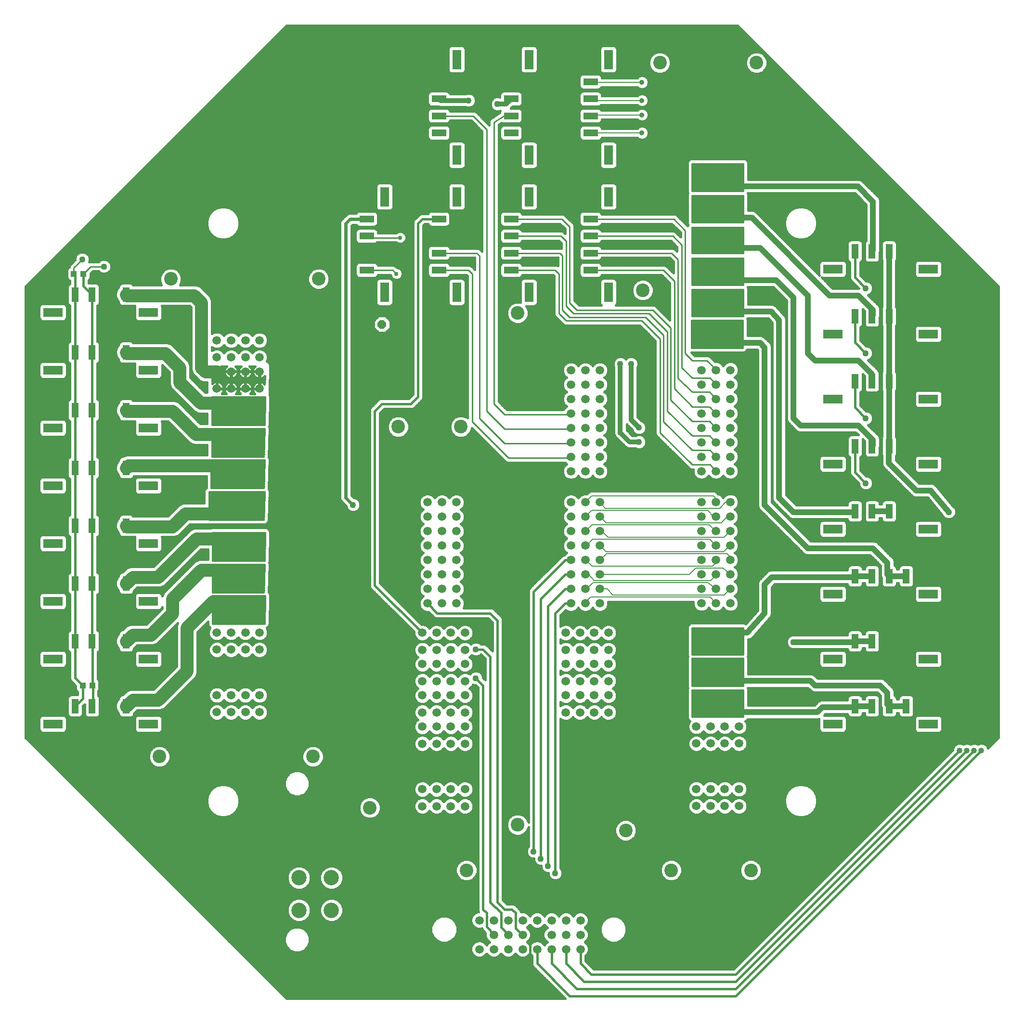
<source format=gbl>
G75*
%MOIN*%
%OFA0B0*%
%FSLAX25Y25*%
%IPPOS*%
%LPD*%
%AMOC8*
5,1,8,0,0,1.08239X$1,22.5*
%
%ADD10R,0.13504X0.06496*%
%ADD11R,0.05000X0.10000*%
%ADD12R,0.06496X0.13504*%
%ADD13R,0.10000X0.05000*%
%ADD14C,0.05937*%
%ADD15C,0.10630*%
%ADD16R,0.03937X0.04331*%
%ADD17OC8,0.06000*%
%ADD18C,0.01600*%
%ADD19C,0.04362*%
%ADD20C,0.04000*%
%ADD21C,0.04000*%
%ADD22C,0.01000*%
%ADD23C,0.00700*%
%ADD24C,0.03500*%
%ADD25C,0.09000*%
%ADD26C,0.00800*%
%ADD27C,0.03200*%
%ADD28C,0.09449*%
%ADD29C,0.02400*%
%ADD30C,0.03000*%
D10*
X0024024Y0195048D03*
X0024024Y0240048D03*
X0024024Y0280048D03*
X0024024Y0320048D03*
X0024024Y0360048D03*
X0024024Y0400048D03*
X0024024Y0440048D03*
X0024024Y0480048D03*
X0090048Y0480048D03*
X0090048Y0440048D03*
X0090048Y0400048D03*
X0090048Y0360048D03*
X0090048Y0320048D03*
X0090048Y0280048D03*
X0090048Y0240048D03*
X0090048Y0195048D03*
X0564024Y0195048D03*
X0564024Y0240048D03*
X0564024Y0285048D03*
X0564024Y0330048D03*
X0564024Y0375048D03*
X0564024Y0420048D03*
X0564024Y0465048D03*
X0564024Y0510048D03*
X0630048Y0510048D03*
X0630048Y0465048D03*
X0630048Y0420048D03*
X0630048Y0375048D03*
X0630048Y0330048D03*
X0630048Y0285048D03*
X0630048Y0240048D03*
X0630048Y0195048D03*
D11*
X0614753Y0207371D03*
X0602942Y0207371D03*
X0591131Y0207371D03*
X0579320Y0207371D03*
X0579320Y0252371D03*
X0591131Y0252371D03*
X0602942Y0252371D03*
X0614753Y0252371D03*
X0614753Y0297371D03*
X0602942Y0297371D03*
X0591131Y0297371D03*
X0579320Y0297371D03*
X0579320Y0342371D03*
X0591131Y0342371D03*
X0602942Y0342371D03*
X0614753Y0342371D03*
X0614753Y0387371D03*
X0602942Y0387371D03*
X0591131Y0387371D03*
X0579320Y0387371D03*
X0579320Y0432371D03*
X0591131Y0432371D03*
X0602942Y0432371D03*
X0614753Y0432371D03*
X0614753Y0477371D03*
X0602942Y0477371D03*
X0591131Y0477371D03*
X0579320Y0477371D03*
X0579320Y0522371D03*
X0591131Y0522371D03*
X0602942Y0522371D03*
X0614753Y0522371D03*
X0074753Y0492371D03*
X0062942Y0492371D03*
X0051131Y0492371D03*
X0039320Y0492371D03*
X0039320Y0452371D03*
X0051131Y0452371D03*
X0062942Y0452371D03*
X0074753Y0452371D03*
X0074753Y0412371D03*
X0062942Y0412371D03*
X0051131Y0412371D03*
X0039320Y0412371D03*
X0039320Y0372371D03*
X0051131Y0372371D03*
X0062942Y0372371D03*
X0074753Y0372371D03*
X0074753Y0332371D03*
X0062942Y0332371D03*
X0051131Y0332371D03*
X0039320Y0332371D03*
X0039320Y0292371D03*
X0051131Y0292371D03*
X0062942Y0292371D03*
X0074753Y0292371D03*
X0074753Y0252371D03*
X0062942Y0252371D03*
X0051131Y0252371D03*
X0039320Y0252371D03*
X0039320Y0207371D03*
X0051131Y0207371D03*
X0062942Y0207371D03*
X0074753Y0207371D03*
D12*
X0253552Y0494024D03*
X0303552Y0494024D03*
X0353552Y0494024D03*
X0408552Y0494024D03*
X0408552Y0560048D03*
X0408552Y0589024D03*
X0353552Y0589024D03*
X0353552Y0560048D03*
X0303552Y0560048D03*
X0303552Y0589024D03*
X0253552Y0560048D03*
X0303552Y0655048D03*
X0353552Y0655048D03*
X0408552Y0655048D03*
D13*
X0396229Y0639753D03*
X0396229Y0627942D03*
X0396229Y0616131D03*
X0396229Y0604320D03*
X0341229Y0604320D03*
X0341229Y0616131D03*
X0341229Y0627942D03*
X0341229Y0639753D03*
X0291229Y0639753D03*
X0291229Y0627942D03*
X0291229Y0616131D03*
X0291229Y0604320D03*
X0291229Y0544753D03*
X0291229Y0532942D03*
X0291229Y0521131D03*
X0291229Y0509320D03*
X0241229Y0509320D03*
X0241229Y0521131D03*
X0241229Y0532942D03*
X0241229Y0544753D03*
X0341229Y0544753D03*
X0341229Y0532942D03*
X0341229Y0521131D03*
X0341229Y0509320D03*
X0396229Y0509320D03*
X0396229Y0521131D03*
X0396229Y0532942D03*
X0396229Y0544753D03*
D14*
X0469438Y0545694D03*
X0469438Y0535851D03*
X0479280Y0535851D03*
X0479280Y0545694D03*
X0489123Y0545694D03*
X0498965Y0545694D03*
X0498965Y0535851D03*
X0489123Y0535851D03*
X0489123Y0524040D03*
X0489123Y0514198D03*
X0498965Y0514198D03*
X0498965Y0524040D03*
X0479280Y0524040D03*
X0479280Y0514198D03*
X0469438Y0514198D03*
X0469438Y0524040D03*
X0469438Y0502387D03*
X0469438Y0492544D03*
X0479280Y0492544D03*
X0479280Y0502387D03*
X0489123Y0502387D03*
X0498965Y0502387D03*
X0498965Y0492544D03*
X0489123Y0492544D03*
X0489123Y0480733D03*
X0498965Y0480733D03*
X0498965Y0470891D03*
X0489123Y0470891D03*
X0479280Y0470891D03*
X0479280Y0459080D03*
X0489123Y0459080D03*
X0498965Y0459080D03*
X0493020Y0440143D03*
X0483020Y0440143D03*
X0473020Y0440143D03*
X0473020Y0430143D03*
X0483020Y0430143D03*
X0483020Y0420143D03*
X0473020Y0420143D03*
X0473020Y0410143D03*
X0483020Y0410143D03*
X0483020Y0400143D03*
X0473020Y0400143D03*
X0473020Y0390143D03*
X0483020Y0390143D03*
X0493020Y0390143D03*
X0493020Y0400143D03*
X0493020Y0410143D03*
X0493020Y0420143D03*
X0493020Y0430143D03*
X0469438Y0459080D03*
X0469438Y0470891D03*
X0469438Y0480733D03*
X0479280Y0480733D03*
X0479280Y0557505D03*
X0479280Y0567347D03*
X0489123Y0567347D03*
X0489123Y0557505D03*
X0498965Y0557505D03*
X0498965Y0567347D03*
X0498965Y0579158D03*
X0489123Y0579158D03*
X0479280Y0579158D03*
X0469438Y0579158D03*
X0469438Y0567347D03*
X0469438Y0557505D03*
X0402652Y0440038D03*
X0392652Y0440038D03*
X0382652Y0440038D03*
X0382652Y0430038D03*
X0382652Y0420038D03*
X0392652Y0420038D03*
X0392652Y0430038D03*
X0402652Y0430038D03*
X0402652Y0420038D03*
X0402652Y0410038D03*
X0392652Y0410038D03*
X0392652Y0400038D03*
X0402652Y0400038D03*
X0402652Y0390038D03*
X0392652Y0390038D03*
X0382652Y0390038D03*
X0382652Y0400038D03*
X0382652Y0410038D03*
X0382652Y0380038D03*
X0382652Y0370038D03*
X0392652Y0370038D03*
X0392652Y0380038D03*
X0402652Y0380038D03*
X0402652Y0370038D03*
X0402652Y0348542D03*
X0392652Y0348542D03*
X0392652Y0338542D03*
X0402652Y0338542D03*
X0402652Y0328542D03*
X0392652Y0328542D03*
X0382652Y0328542D03*
X0382652Y0338542D03*
X0382652Y0348542D03*
X0382652Y0318542D03*
X0382652Y0308542D03*
X0392652Y0308542D03*
X0392652Y0318542D03*
X0402652Y0318542D03*
X0402652Y0308542D03*
X0402652Y0298542D03*
X0392652Y0298542D03*
X0392652Y0288542D03*
X0402652Y0288542D03*
X0402652Y0278542D03*
X0392652Y0278542D03*
X0382652Y0278542D03*
X0382652Y0288542D03*
X0382652Y0298542D03*
X0379069Y0258187D03*
X0388912Y0258187D03*
X0388912Y0246376D03*
X0379069Y0246376D03*
X0379069Y0236534D03*
X0388912Y0236534D03*
X0398754Y0236534D03*
X0408597Y0236534D03*
X0408597Y0246376D03*
X0398754Y0246376D03*
X0398754Y0258187D03*
X0408597Y0258187D03*
X0408597Y0224723D03*
X0398754Y0224723D03*
X0398754Y0214880D03*
X0408597Y0214880D03*
X0408597Y0203069D03*
X0408597Y0193227D03*
X0398754Y0193227D03*
X0398754Y0203069D03*
X0388912Y0203069D03*
X0388912Y0193227D03*
X0379069Y0193227D03*
X0379069Y0203069D03*
X0379069Y0214880D03*
X0388912Y0214880D03*
X0388912Y0224723D03*
X0379069Y0224723D03*
X0379069Y0181416D03*
X0388912Y0181416D03*
X0398754Y0181416D03*
X0408597Y0181416D03*
X0469438Y0181520D03*
X0469438Y0171678D03*
X0479280Y0171678D03*
X0479280Y0181520D03*
X0489123Y0181520D03*
X0489123Y0171678D03*
X0498965Y0171678D03*
X0498965Y0181520D03*
X0498965Y0193331D03*
X0489123Y0193331D03*
X0479280Y0193331D03*
X0479280Y0203174D03*
X0489123Y0203174D03*
X0498965Y0203174D03*
X0498965Y0214985D03*
X0489123Y0214985D03*
X0489123Y0224828D03*
X0498965Y0224828D03*
X0498965Y0236639D03*
X0489123Y0236639D03*
X0479280Y0236639D03*
X0479280Y0246481D03*
X0489123Y0246481D03*
X0498965Y0246481D03*
X0498965Y0258292D03*
X0489123Y0258292D03*
X0479280Y0258292D03*
X0469438Y0258292D03*
X0469438Y0246481D03*
X0469438Y0236639D03*
X0469438Y0224828D03*
X0469438Y0214985D03*
X0479280Y0214985D03*
X0479280Y0224828D03*
X0469438Y0203174D03*
X0469438Y0193331D03*
X0469438Y0159867D03*
X0479280Y0159867D03*
X0489123Y0159867D03*
X0498965Y0159867D03*
X0498965Y0150024D03*
X0489123Y0150024D03*
X0479280Y0150024D03*
X0479280Y0138213D03*
X0489123Y0138213D03*
X0498965Y0138213D03*
X0469438Y0138213D03*
X0469438Y0150024D03*
X0389162Y0059123D03*
X0379162Y0059123D03*
X0369162Y0059123D03*
X0369162Y0049123D03*
X0379162Y0049123D03*
X0389162Y0049123D03*
X0389162Y0039123D03*
X0379162Y0039123D03*
X0369162Y0039123D03*
X0359162Y0039123D03*
X0349162Y0039123D03*
X0339162Y0039123D03*
X0329162Y0039123D03*
X0319162Y0039123D03*
X0319162Y0049123D03*
X0319162Y0059123D03*
X0329162Y0059123D03*
X0329162Y0049123D03*
X0339162Y0049123D03*
X0339162Y0059123D03*
X0349162Y0059123D03*
X0349162Y0049123D03*
X0359162Y0049123D03*
X0359162Y0059123D03*
X0309265Y0138105D03*
X0309265Y0149916D03*
X0299423Y0149916D03*
X0289580Y0149916D03*
X0289580Y0138105D03*
X0299423Y0138105D03*
X0279738Y0138105D03*
X0279738Y0149916D03*
X0279738Y0159758D03*
X0289580Y0159758D03*
X0299423Y0159758D03*
X0309265Y0159758D03*
X0309265Y0171569D03*
X0309265Y0181412D03*
X0299423Y0181412D03*
X0289580Y0181412D03*
X0289580Y0171569D03*
X0299423Y0171569D03*
X0279738Y0171569D03*
X0279738Y0181412D03*
X0279738Y0193223D03*
X0279738Y0203065D03*
X0289580Y0203065D03*
X0289580Y0193223D03*
X0299423Y0193223D03*
X0299423Y0203065D03*
X0309265Y0203065D03*
X0309265Y0193223D03*
X0309265Y0214876D03*
X0309265Y0224719D03*
X0299423Y0224719D03*
X0299423Y0214876D03*
X0289580Y0214876D03*
X0289580Y0224719D03*
X0279738Y0224719D03*
X0279738Y0214876D03*
X0279738Y0236530D03*
X0289580Y0236530D03*
X0299423Y0236530D03*
X0309265Y0236530D03*
X0309265Y0246372D03*
X0309265Y0258183D03*
X0299423Y0258183D03*
X0289580Y0258183D03*
X0289580Y0246372D03*
X0299423Y0246372D03*
X0279738Y0246372D03*
X0279738Y0258183D03*
X0283320Y0278538D03*
X0293320Y0278538D03*
X0293320Y0288538D03*
X0283320Y0288538D03*
X0283320Y0298538D03*
X0293320Y0298538D03*
X0293320Y0308538D03*
X0283320Y0308538D03*
X0283320Y0318538D03*
X0293320Y0318538D03*
X0293320Y0328538D03*
X0283320Y0328538D03*
X0283320Y0338538D03*
X0283320Y0348538D03*
X0293320Y0348538D03*
X0293320Y0338538D03*
X0303320Y0338538D03*
X0303320Y0348538D03*
X0303320Y0328538D03*
X0303320Y0318538D03*
X0303320Y0308538D03*
X0303320Y0298538D03*
X0303320Y0288538D03*
X0303320Y0278538D03*
X0166997Y0279950D03*
X0166997Y0268139D03*
X0157154Y0268139D03*
X0147312Y0268139D03*
X0137469Y0268139D03*
X0137469Y0279950D03*
X0147312Y0279950D03*
X0157154Y0279950D03*
X0157154Y0289792D03*
X0147312Y0289792D03*
X0137469Y0289792D03*
X0137469Y0301603D03*
X0137469Y0311446D03*
X0147312Y0311446D03*
X0157154Y0311446D03*
X0157154Y0301603D03*
X0147312Y0301603D03*
X0166997Y0301603D03*
X0166997Y0311446D03*
X0166997Y0323257D03*
X0157154Y0323257D03*
X0147312Y0323257D03*
X0137469Y0323257D03*
X0137469Y0340580D03*
X0147312Y0340580D03*
X0157154Y0340580D03*
X0166997Y0340580D03*
X0166997Y0352391D03*
X0166997Y0362233D03*
X0157154Y0362233D03*
X0147312Y0362233D03*
X0147312Y0352391D03*
X0157154Y0352391D03*
X0137469Y0352391D03*
X0137469Y0362233D03*
X0137469Y0374044D03*
X0147312Y0374044D03*
X0157154Y0374044D03*
X0157154Y0383887D03*
X0147312Y0383887D03*
X0137469Y0383887D03*
X0137469Y0395698D03*
X0147312Y0395698D03*
X0157154Y0395698D03*
X0157154Y0405540D03*
X0147312Y0405540D03*
X0137469Y0405540D03*
X0137469Y0417351D03*
X0137469Y0427194D03*
X0147312Y0427194D03*
X0157154Y0427194D03*
X0157154Y0417351D03*
X0147312Y0417351D03*
X0166997Y0417351D03*
X0166997Y0427194D03*
X0166997Y0439005D03*
X0166997Y0448847D03*
X0157154Y0448847D03*
X0147312Y0448847D03*
X0147312Y0439005D03*
X0157154Y0439005D03*
X0137469Y0439005D03*
X0137469Y0448847D03*
X0137469Y0460658D03*
X0147312Y0460658D03*
X0157154Y0460658D03*
X0166997Y0460658D03*
X0166997Y0405540D03*
X0166997Y0395698D03*
X0166997Y0383887D03*
X0166997Y0374044D03*
X0166997Y0289792D03*
X0166997Y0258296D03*
X0166997Y0246485D03*
X0166997Y0236643D03*
X0157154Y0236643D03*
X0147312Y0236643D03*
X0137469Y0236643D03*
X0137469Y0246485D03*
X0147312Y0246485D03*
X0157154Y0246485D03*
X0157154Y0258296D03*
X0147312Y0258296D03*
X0137469Y0258296D03*
X0137469Y0224831D03*
X0137469Y0214989D03*
X0147312Y0214989D03*
X0157154Y0214989D03*
X0157154Y0224831D03*
X0147312Y0224831D03*
X0166997Y0224831D03*
X0166997Y0214989D03*
X0166997Y0203178D03*
X0157154Y0203178D03*
X0147312Y0203178D03*
X0137469Y0203178D03*
X0473020Y0278646D03*
X0483020Y0278646D03*
X0483020Y0288646D03*
X0473020Y0288646D03*
X0473020Y0298646D03*
X0483020Y0298646D03*
X0483020Y0308646D03*
X0473020Y0308646D03*
X0473020Y0318646D03*
X0483020Y0318646D03*
X0483020Y0328646D03*
X0473020Y0328646D03*
X0473020Y0338646D03*
X0483020Y0338646D03*
X0483020Y0348646D03*
X0473020Y0348646D03*
X0493020Y0348646D03*
X0493020Y0338646D03*
X0493020Y0328646D03*
X0493020Y0318646D03*
X0493020Y0308646D03*
X0493020Y0298646D03*
X0493020Y0288646D03*
X0493020Y0278646D03*
X0493020Y0370143D03*
X0493020Y0380143D03*
X0483020Y0380143D03*
X0473020Y0380143D03*
X0473020Y0370143D03*
X0483020Y0370143D03*
D15*
X0216800Y0133454D03*
X0194359Y0133454D03*
X0194359Y0111013D03*
X0216800Y0111013D03*
X0216800Y0088572D03*
X0194359Y0088572D03*
X0194359Y0066131D03*
X0216800Y0066131D03*
D16*
X0051246Y0221800D03*
X0044554Y0221800D03*
X0045146Y0506800D03*
X0038454Y0506800D03*
D17*
X0251800Y0471800D03*
D18*
X0190999Y0095963D02*
X0094662Y0095963D01*
X0096261Y0094365D02*
X0188676Y0094365D01*
X0189762Y0095451D02*
X0187480Y0093168D01*
X0186244Y0090186D01*
X0186244Y0086957D01*
X0187480Y0083975D01*
X0189762Y0081692D01*
X0192745Y0080457D01*
X0195973Y0080457D01*
X0198956Y0081692D01*
X0201239Y0083975D01*
X0202474Y0086957D01*
X0202474Y0090186D01*
X0201239Y0093168D01*
X0198956Y0095451D01*
X0195973Y0096687D01*
X0192745Y0096687D01*
X0189762Y0095451D01*
X0187313Y0092766D02*
X0097859Y0092766D01*
X0099458Y0091168D02*
X0186651Y0091168D01*
X0186244Y0089569D02*
X0101056Y0089569D01*
X0102655Y0087971D02*
X0186244Y0087971D01*
X0186487Y0086372D02*
X0104253Y0086372D01*
X0105852Y0084774D02*
X0187149Y0084774D01*
X0188279Y0083175D02*
X0107450Y0083175D01*
X0109049Y0081577D02*
X0190041Y0081577D01*
X0192745Y0074246D02*
X0189762Y0073010D01*
X0187480Y0070727D01*
X0186244Y0067745D01*
X0186244Y0064517D01*
X0187480Y0061534D01*
X0189762Y0059251D01*
X0192745Y0058016D01*
X0195973Y0058016D01*
X0198956Y0059251D01*
X0201239Y0061534D01*
X0202474Y0064517D01*
X0202474Y0067745D01*
X0201239Y0070727D01*
X0198956Y0073010D01*
X0195973Y0074246D01*
X0192745Y0074246D01*
X0191148Y0073584D02*
X0117041Y0073584D01*
X0115443Y0075183D02*
X0318200Y0075183D01*
X0318200Y0076781D02*
X0113844Y0076781D01*
X0112246Y0078380D02*
X0318200Y0078380D01*
X0318200Y0079978D02*
X0110647Y0079978D01*
X0118640Y0071986D02*
X0188738Y0071986D01*
X0187339Y0070387D02*
X0120238Y0070387D01*
X0121837Y0068789D02*
X0186676Y0068789D01*
X0186244Y0067190D02*
X0123435Y0067190D01*
X0125034Y0065592D02*
X0186244Y0065592D01*
X0186461Y0063993D02*
X0126632Y0063993D01*
X0128231Y0062395D02*
X0187123Y0062395D01*
X0188217Y0060796D02*
X0129829Y0060796D01*
X0131428Y0059198D02*
X0189892Y0059198D01*
X0191328Y0054482D02*
X0188129Y0053157D01*
X0185680Y0050708D01*
X0184354Y0047508D01*
X0184354Y0044045D01*
X0185680Y0040845D01*
X0188129Y0038396D01*
X0191328Y0037071D01*
X0194791Y0037071D01*
X0197991Y0038396D01*
X0200440Y0040845D01*
X0201765Y0044045D01*
X0201765Y0047508D01*
X0200440Y0050708D01*
X0197991Y0053157D01*
X0194791Y0054482D01*
X0191328Y0054482D01*
X0191135Y0054402D02*
X0136223Y0054402D01*
X0134625Y0056001D02*
X0286305Y0056001D01*
X0285772Y0054712D02*
X0285772Y0051092D01*
X0287157Y0047748D01*
X0289717Y0045188D01*
X0293061Y0043803D01*
X0296681Y0043803D01*
X0300025Y0045188D01*
X0302585Y0047748D01*
X0303970Y0051092D01*
X0303970Y0054712D01*
X0302585Y0058057D01*
X0300025Y0060616D01*
X0296681Y0062002D01*
X0293061Y0062002D01*
X0289717Y0060616D01*
X0287157Y0058057D01*
X0285772Y0054712D01*
X0285772Y0054402D02*
X0194984Y0054402D01*
X0198344Y0052803D02*
X0285772Y0052803D01*
X0285772Y0051205D02*
X0199943Y0051205D01*
X0200896Y0049606D02*
X0286387Y0049606D01*
X0287049Y0048008D02*
X0201558Y0048008D01*
X0201765Y0046409D02*
X0288496Y0046409D01*
X0290628Y0044811D02*
X0201765Y0044811D01*
X0201421Y0043212D02*
X0315094Y0043212D01*
X0315895Y0044013D02*
X0314272Y0042390D01*
X0313394Y0040270D01*
X0313394Y0037975D01*
X0314272Y0035855D01*
X0315895Y0034233D01*
X0318015Y0033354D01*
X0320310Y0033354D01*
X0322430Y0034233D01*
X0324052Y0035855D01*
X0324162Y0036120D01*
X0324272Y0035855D01*
X0325895Y0034233D01*
X0328015Y0033354D01*
X0330310Y0033354D01*
X0332430Y0034233D01*
X0334052Y0035855D01*
X0334162Y0036120D01*
X0334272Y0035855D01*
X0335895Y0034233D01*
X0338015Y0033354D01*
X0340310Y0033354D01*
X0342430Y0034233D01*
X0344052Y0035855D01*
X0344162Y0036120D01*
X0344272Y0035855D01*
X0345895Y0034233D01*
X0348015Y0033354D01*
X0350310Y0033354D01*
X0352430Y0034233D01*
X0354052Y0035855D01*
X0354162Y0036120D01*
X0354272Y0035855D01*
X0355562Y0034565D01*
X0355562Y0028722D01*
X0356110Y0027399D01*
X0378509Y0005000D01*
X0185625Y0005000D01*
X0005000Y0185625D01*
X0005000Y0497975D01*
X0185625Y0678600D01*
X0497975Y0678600D01*
X0678600Y0497975D01*
X0678600Y0185625D01*
X0671345Y0178370D01*
X0670869Y0179519D01*
X0669519Y0180869D01*
X0667755Y0181600D01*
X0665845Y0181600D01*
X0664300Y0180960D01*
X0662755Y0181600D01*
X0660845Y0181600D01*
X0659300Y0180960D01*
X0657755Y0181600D01*
X0655845Y0181600D01*
X0654300Y0180960D01*
X0652755Y0181600D01*
X0650845Y0181600D01*
X0649081Y0180869D01*
X0647731Y0179519D01*
X0647000Y0177755D01*
X0647000Y0177091D01*
X0495309Y0025400D01*
X0398291Y0025400D01*
X0392762Y0030929D01*
X0392762Y0034565D01*
X0394052Y0035855D01*
X0394931Y0037975D01*
X0394931Y0040270D01*
X0394052Y0042390D01*
X0392430Y0044013D01*
X0392165Y0044123D01*
X0392430Y0044233D01*
X0394052Y0045855D01*
X0394931Y0047975D01*
X0394931Y0050270D01*
X0394052Y0052390D01*
X0392430Y0054013D01*
X0392165Y0054123D01*
X0392430Y0054233D01*
X0394052Y0055855D01*
X0394931Y0057975D01*
X0394931Y0060270D01*
X0394052Y0062390D01*
X0392430Y0064013D01*
X0390310Y0064891D01*
X0388015Y0064891D01*
X0385895Y0064013D01*
X0384272Y0062390D01*
X0384162Y0062126D01*
X0384052Y0062390D01*
X0382430Y0064013D01*
X0380310Y0064891D01*
X0378015Y0064891D01*
X0375895Y0064013D01*
X0374272Y0062390D01*
X0374162Y0062126D01*
X0374052Y0062390D01*
X0372430Y0064013D01*
X0370310Y0064891D01*
X0368015Y0064891D01*
X0365895Y0064013D01*
X0364272Y0062390D01*
X0364162Y0062126D01*
X0364052Y0062390D01*
X0362430Y0064013D01*
X0360310Y0064891D01*
X0358015Y0064891D01*
X0355895Y0064013D01*
X0354272Y0062390D01*
X0354162Y0062126D01*
X0354052Y0062390D01*
X0352430Y0064013D01*
X0350310Y0064891D01*
X0348015Y0064891D01*
X0347900Y0064844D01*
X0347900Y0065016D01*
X0347352Y0066339D01*
X0344852Y0068839D01*
X0343839Y0069852D01*
X0342516Y0070400D01*
X0338291Y0070400D01*
X0335400Y0073291D01*
X0335400Y0267516D01*
X0334852Y0268839D01*
X0329852Y0273839D01*
X0328839Y0274852D01*
X0327516Y0275400D01*
X0308265Y0275400D01*
X0309089Y0277390D01*
X0309089Y0279685D01*
X0308211Y0281805D01*
X0306588Y0283428D01*
X0306323Y0283538D01*
X0306588Y0283647D01*
X0308211Y0285270D01*
X0309089Y0287390D01*
X0309089Y0289685D01*
X0308211Y0291805D01*
X0306588Y0293428D01*
X0306323Y0293538D01*
X0306588Y0293647D01*
X0308211Y0295270D01*
X0309089Y0297390D01*
X0309089Y0299685D01*
X0308211Y0301805D01*
X0306588Y0303428D01*
X0306323Y0303538D01*
X0306588Y0303647D01*
X0308211Y0305270D01*
X0309089Y0307390D01*
X0309089Y0309685D01*
X0308211Y0311805D01*
X0306588Y0313428D01*
X0306323Y0313538D01*
X0306588Y0313647D01*
X0308211Y0315270D01*
X0309089Y0317390D01*
X0309089Y0319685D01*
X0308211Y0321805D01*
X0306588Y0323428D01*
X0306323Y0323538D01*
X0306588Y0323647D01*
X0308211Y0325270D01*
X0309089Y0327390D01*
X0309089Y0329685D01*
X0308211Y0331805D01*
X0306588Y0333428D01*
X0306323Y0333538D01*
X0306588Y0333647D01*
X0308211Y0335270D01*
X0309089Y0337390D01*
X0309089Y0339685D01*
X0308211Y0341805D01*
X0306588Y0343428D01*
X0306323Y0343538D01*
X0306588Y0343647D01*
X0308211Y0345270D01*
X0309089Y0347390D01*
X0309089Y0349685D01*
X0308211Y0351805D01*
X0306588Y0353428D01*
X0304468Y0354306D01*
X0302173Y0354306D01*
X0300053Y0353428D01*
X0298430Y0351805D01*
X0298320Y0351541D01*
X0298211Y0351805D01*
X0296588Y0353428D01*
X0294468Y0354306D01*
X0292173Y0354306D01*
X0290053Y0353428D01*
X0288430Y0351805D01*
X0288320Y0351541D01*
X0288211Y0351805D01*
X0286588Y0353428D01*
X0284468Y0354306D01*
X0282173Y0354306D01*
X0280053Y0353428D01*
X0278430Y0351805D01*
X0277552Y0349685D01*
X0277552Y0347390D01*
X0278430Y0345270D01*
X0280053Y0343647D01*
X0280318Y0343538D01*
X0280053Y0343428D01*
X0278430Y0341805D01*
X0277552Y0339685D01*
X0277552Y0337390D01*
X0278430Y0335270D01*
X0280053Y0333647D01*
X0280318Y0333538D01*
X0280053Y0333428D01*
X0278430Y0331805D01*
X0277552Y0329685D01*
X0277552Y0327390D01*
X0278430Y0325270D01*
X0280053Y0323647D01*
X0280318Y0323538D01*
X0280053Y0323428D01*
X0278430Y0321805D01*
X0277552Y0319685D01*
X0277552Y0317390D01*
X0278430Y0315270D01*
X0280053Y0313647D01*
X0280318Y0313538D01*
X0280053Y0313428D01*
X0278430Y0311805D01*
X0277552Y0309685D01*
X0277552Y0307390D01*
X0278430Y0305270D01*
X0280053Y0303647D01*
X0280318Y0303538D01*
X0280053Y0303428D01*
X0278430Y0301805D01*
X0277552Y0299685D01*
X0277552Y0297390D01*
X0278430Y0295270D01*
X0280053Y0293647D01*
X0280318Y0293538D01*
X0280053Y0293428D01*
X0278430Y0291805D01*
X0277552Y0289685D01*
X0277552Y0287390D01*
X0278430Y0285270D01*
X0280053Y0283647D01*
X0280318Y0283538D01*
X0280053Y0283428D01*
X0278430Y0281805D01*
X0277552Y0279685D01*
X0277552Y0277390D01*
X0278430Y0275270D01*
X0280053Y0273647D01*
X0282173Y0272769D01*
X0283998Y0272769D01*
X0288019Y0268748D01*
X0289342Y0268200D01*
X0325309Y0268200D01*
X0328200Y0265309D01*
X0328200Y0245491D01*
X0324852Y0248839D01*
X0323839Y0249852D01*
X0322516Y0250400D01*
X0320244Y0250400D01*
X0319622Y0251023D01*
X0317791Y0251781D01*
X0315809Y0251781D01*
X0313978Y0251023D01*
X0313376Y0250420D01*
X0312533Y0251263D01*
X0310413Y0252141D01*
X0308118Y0252141D01*
X0305998Y0251263D01*
X0304375Y0249640D01*
X0304344Y0249565D01*
X0304313Y0249640D01*
X0302690Y0251263D01*
X0300570Y0252141D01*
X0298275Y0252141D01*
X0296155Y0251263D01*
X0294533Y0249640D01*
X0294502Y0249565D01*
X0294471Y0249640D01*
X0292848Y0251263D01*
X0290728Y0252141D01*
X0288433Y0252141D01*
X0286313Y0251263D01*
X0284690Y0249640D01*
X0284659Y0249565D01*
X0284628Y0249640D01*
X0283005Y0251263D01*
X0280885Y0252141D01*
X0278590Y0252141D01*
X0276470Y0251263D01*
X0274847Y0249640D01*
X0273969Y0247520D01*
X0273969Y0245225D01*
X0274847Y0243105D01*
X0276470Y0241482D01*
X0276545Y0241451D01*
X0276470Y0241420D01*
X0274847Y0239798D01*
X0273969Y0237677D01*
X0273969Y0235382D01*
X0274847Y0233262D01*
X0276470Y0231640D01*
X0278590Y0230761D01*
X0280885Y0230761D01*
X0283005Y0231640D01*
X0284628Y0233262D01*
X0284659Y0233337D01*
X0284690Y0233262D01*
X0286313Y0231640D01*
X0288433Y0230761D01*
X0290728Y0230761D01*
X0292848Y0231640D01*
X0294471Y0233262D01*
X0294502Y0233337D01*
X0294533Y0233262D01*
X0296155Y0231640D01*
X0298275Y0230761D01*
X0300570Y0230761D01*
X0302690Y0231640D01*
X0304313Y0233262D01*
X0304344Y0233337D01*
X0304375Y0233262D01*
X0305998Y0231640D01*
X0308118Y0230761D01*
X0310413Y0230761D01*
X0312533Y0231640D01*
X0314156Y0233262D01*
X0315034Y0235382D01*
X0315034Y0237677D01*
X0314156Y0239798D01*
X0312533Y0241420D01*
X0312458Y0241451D01*
X0312533Y0241482D01*
X0313803Y0242752D01*
X0313978Y0242577D01*
X0315809Y0241819D01*
X0317791Y0241819D01*
X0319622Y0242577D01*
X0320244Y0243200D01*
X0320309Y0243200D01*
X0323200Y0240309D01*
X0323200Y0225491D01*
X0321781Y0226910D01*
X0321781Y0227791D01*
X0321023Y0229622D01*
X0319622Y0231023D01*
X0317791Y0231781D01*
X0315809Y0231781D01*
X0313978Y0231023D01*
X0312577Y0229622D01*
X0312561Y0229581D01*
X0312533Y0229609D01*
X0310413Y0230487D01*
X0308118Y0230487D01*
X0305998Y0229609D01*
X0304375Y0227986D01*
X0304344Y0227912D01*
X0304313Y0227986D01*
X0302690Y0229609D01*
X0300570Y0230487D01*
X0298275Y0230487D01*
X0296155Y0229609D01*
X0294533Y0227986D01*
X0294502Y0227912D01*
X0294471Y0227986D01*
X0292848Y0229609D01*
X0290728Y0230487D01*
X0288433Y0230487D01*
X0286313Y0229609D01*
X0284690Y0227986D01*
X0284659Y0227912D01*
X0284628Y0227986D01*
X0283005Y0229609D01*
X0280885Y0230487D01*
X0278590Y0230487D01*
X0276470Y0229609D01*
X0274847Y0227986D01*
X0273969Y0225866D01*
X0273969Y0223571D01*
X0274847Y0221451D01*
X0276470Y0219829D01*
X0276545Y0219798D01*
X0276470Y0219767D01*
X0274847Y0218144D01*
X0273969Y0216024D01*
X0273969Y0213729D01*
X0274847Y0211609D01*
X0276470Y0209986D01*
X0278590Y0209108D01*
X0280885Y0209108D01*
X0283005Y0209986D01*
X0284628Y0211609D01*
X0284659Y0211684D01*
X0284690Y0211609D01*
X0286313Y0209986D01*
X0288433Y0209108D01*
X0290728Y0209108D01*
X0292848Y0209986D01*
X0294471Y0211609D01*
X0294502Y0211684D01*
X0294533Y0211609D01*
X0296155Y0209986D01*
X0298275Y0209108D01*
X0300570Y0209108D01*
X0302690Y0209986D01*
X0304313Y0211609D01*
X0304344Y0211684D01*
X0304375Y0211609D01*
X0305998Y0209986D01*
X0308118Y0209108D01*
X0310413Y0209108D01*
X0312533Y0209986D01*
X0314156Y0211609D01*
X0315034Y0213729D01*
X0315034Y0216024D01*
X0314156Y0218144D01*
X0312533Y0219767D01*
X0312458Y0219798D01*
X0312533Y0219829D01*
X0314156Y0221451D01*
X0314528Y0222350D01*
X0315809Y0221819D01*
X0316690Y0221819D01*
X0318200Y0220309D01*
X0318200Y0066084D01*
X0318694Y0064891D01*
X0318015Y0064891D01*
X0315895Y0064013D01*
X0314272Y0062390D01*
X0313394Y0060270D01*
X0313394Y0057975D01*
X0314272Y0055855D01*
X0315895Y0054233D01*
X0318015Y0053354D01*
X0320310Y0053354D01*
X0320901Y0053599D01*
X0320923Y0053545D01*
X0321106Y0052991D01*
X0321196Y0052887D01*
X0321248Y0052761D01*
X0321661Y0052348D01*
X0323413Y0050316D01*
X0323394Y0050270D01*
X0323394Y0047975D01*
X0324272Y0045855D01*
X0325895Y0044233D01*
X0326159Y0044123D01*
X0325895Y0044013D01*
X0324272Y0042390D01*
X0324162Y0042126D01*
X0324052Y0042390D01*
X0322430Y0044013D01*
X0320310Y0044891D01*
X0318015Y0044891D01*
X0315895Y0044013D01*
X0317821Y0044811D02*
X0299114Y0044811D01*
X0301246Y0046409D02*
X0324042Y0046409D01*
X0323394Y0048008D02*
X0302692Y0048008D01*
X0303355Y0049606D02*
X0323394Y0049606D01*
X0322647Y0051205D02*
X0303970Y0051205D01*
X0303970Y0052803D02*
X0321230Y0052803D01*
X0324300Y0054800D02*
X0324300Y0064300D01*
X0321800Y0066800D01*
X0321800Y0221800D01*
X0316800Y0226800D01*
X0321429Y0228640D02*
X0323200Y0228640D01*
X0323200Y0230238D02*
X0320406Y0230238D01*
X0323200Y0231837D02*
X0312730Y0231837D01*
X0313194Y0230238D02*
X0311014Y0230238D01*
X0307516Y0230238D02*
X0301172Y0230238D01*
X0302888Y0231837D02*
X0305801Y0231837D01*
X0305028Y0228640D02*
X0303660Y0228640D01*
X0297674Y0230238D02*
X0291329Y0230238D01*
X0293045Y0231837D02*
X0295958Y0231837D01*
X0295186Y0228640D02*
X0293817Y0228640D01*
X0287831Y0230238D02*
X0281487Y0230238D01*
X0283203Y0231837D02*
X0286116Y0231837D01*
X0285343Y0228640D02*
X0283975Y0228640D01*
X0277989Y0230238D02*
X0124055Y0230238D01*
X0124100Y0230348D02*
X0124100Y0258776D01*
X0131200Y0265876D01*
X0131200Y0264084D01*
X0131748Y0262761D01*
X0132761Y0261748D01*
X0132763Y0261747D01*
X0132579Y0261564D01*
X0131701Y0259443D01*
X0131701Y0257149D01*
X0132579Y0255028D01*
X0134202Y0253406D01*
X0136322Y0252528D01*
X0138617Y0252528D01*
X0140737Y0253406D01*
X0142360Y0255028D01*
X0142391Y0255103D01*
X0142422Y0255028D01*
X0144044Y0253406D01*
X0146164Y0252528D01*
X0148459Y0252528D01*
X0150579Y0253406D01*
X0152202Y0255028D01*
X0152233Y0255103D01*
X0152264Y0255028D01*
X0153887Y0253406D01*
X0156007Y0252528D01*
X0158302Y0252528D01*
X0160422Y0253406D01*
X0162045Y0255028D01*
X0162076Y0255103D01*
X0162107Y0255028D01*
X0163729Y0253406D01*
X0165849Y0252528D01*
X0168144Y0252528D01*
X0170264Y0253406D01*
X0171887Y0255028D01*
X0172765Y0257149D01*
X0172765Y0259443D01*
X0171891Y0261555D01*
X0172258Y0261695D01*
X0172294Y0261729D01*
X0172339Y0261748D01*
X0172812Y0262221D01*
X0173297Y0262681D01*
X0173317Y0262726D01*
X0173352Y0262761D01*
X0173608Y0263378D01*
X0173880Y0263989D01*
X0173881Y0264039D01*
X0173900Y0264084D01*
X0173900Y0264752D01*
X0174381Y0283039D01*
X0174400Y0283084D01*
X0174400Y0283753D01*
X0174418Y0284421D01*
X0174400Y0284467D01*
X0174400Y0284516D01*
X0174144Y0285134D01*
X0173905Y0285758D01*
X0173871Y0285794D01*
X0173852Y0285839D01*
X0173401Y0286290D01*
X0173881Y0304539D01*
X0173900Y0304584D01*
X0173900Y0305253D01*
X0173918Y0305921D01*
X0173900Y0305967D01*
X0173900Y0306016D01*
X0173644Y0306634D01*
X0173578Y0306806D01*
X0173608Y0306878D01*
X0173880Y0307489D01*
X0173881Y0307539D01*
X0173900Y0307584D01*
X0173900Y0308252D01*
X0174381Y0326539D01*
X0174400Y0326584D01*
X0174400Y0327253D01*
X0174418Y0327921D01*
X0174400Y0327967D01*
X0174400Y0328016D01*
X0174144Y0328634D01*
X0173905Y0329258D01*
X0173871Y0329294D01*
X0173852Y0329339D01*
X0173379Y0329812D01*
X0172919Y0330297D01*
X0172874Y0330317D01*
X0172839Y0330352D01*
X0172222Y0330608D01*
X0171611Y0330880D01*
X0171561Y0330881D01*
X0171516Y0330900D01*
X0170847Y0330900D01*
X0170179Y0330918D01*
X0170133Y0330900D01*
X0134084Y0330900D01*
X0133255Y0330557D01*
X0121805Y0330557D01*
X0119122Y0329445D01*
X0093776Y0304100D01*
X0077730Y0304100D01*
X0075047Y0302989D01*
X0072229Y0300171D01*
X0071696Y0300171D01*
X0070667Y0299745D01*
X0069879Y0298957D01*
X0069453Y0297928D01*
X0069453Y0297395D01*
X0068564Y0296506D01*
X0067453Y0293823D01*
X0067453Y0290919D01*
X0068564Y0288236D01*
X0069453Y0287347D01*
X0069453Y0286814D01*
X0069879Y0285785D01*
X0070667Y0284997D01*
X0071696Y0284571D01*
X0077810Y0284571D01*
X0078839Y0284997D01*
X0079626Y0285785D01*
X0080053Y0286814D01*
X0080053Y0287347D01*
X0082206Y0289500D01*
X0098252Y0289500D01*
X0100935Y0290611D01*
X0102989Y0292665D01*
X0126280Y0315957D01*
X0131200Y0315957D01*
X0131200Y0308903D01*
X0125151Y0308903D01*
X0122468Y0307792D01*
X0120415Y0305738D01*
X0102665Y0287989D01*
X0100611Y0285935D01*
X0099600Y0283493D01*
X0099600Y0283853D01*
X0099174Y0284882D01*
X0098386Y0285670D01*
X0097357Y0286096D01*
X0082739Y0286096D01*
X0081710Y0285670D01*
X0080922Y0284882D01*
X0080496Y0283853D01*
X0080496Y0276243D01*
X0080922Y0275214D01*
X0081710Y0274426D01*
X0082739Y0274000D01*
X0097357Y0274000D01*
X0098386Y0274426D01*
X0099174Y0275214D01*
X0099500Y0276002D01*
X0099500Y0274824D01*
X0088776Y0264100D01*
X0077730Y0264100D01*
X0075047Y0262989D01*
X0072229Y0260171D01*
X0071696Y0260171D01*
X0070667Y0259745D01*
X0069879Y0258957D01*
X0069453Y0257928D01*
X0069453Y0257395D01*
X0068564Y0256506D01*
X0067453Y0253823D01*
X0067453Y0250919D01*
X0068564Y0248236D01*
X0069453Y0247347D01*
X0069453Y0246814D01*
X0069879Y0245785D01*
X0070667Y0244997D01*
X0071696Y0244571D01*
X0077810Y0244571D01*
X0078839Y0244997D01*
X0079626Y0245785D01*
X0080053Y0246814D01*
X0080053Y0247347D01*
X0082206Y0249500D01*
X0093252Y0249500D01*
X0095935Y0250611D01*
X0097989Y0252665D01*
X0110154Y0264830D01*
X0109500Y0263252D01*
X0109500Y0234824D01*
X0093776Y0219100D01*
X0077730Y0219100D01*
X0075047Y0217989D01*
X0072229Y0215171D01*
X0071696Y0215171D01*
X0070667Y0214745D01*
X0069879Y0213957D01*
X0069453Y0212928D01*
X0069453Y0212395D01*
X0068564Y0211506D01*
X0067453Y0208823D01*
X0067453Y0205919D01*
X0068564Y0203236D01*
X0069453Y0202347D01*
X0069453Y0201814D01*
X0069879Y0200785D01*
X0070667Y0199997D01*
X0071696Y0199571D01*
X0077810Y0199571D01*
X0078839Y0199997D01*
X0079626Y0200785D01*
X0080053Y0201814D01*
X0080053Y0202347D01*
X0082206Y0204500D01*
X0098252Y0204500D01*
X0100935Y0205611D01*
X0102989Y0207665D01*
X0122989Y0227665D01*
X0124100Y0230348D01*
X0124100Y0231837D02*
X0276273Y0231837D01*
X0274776Y0233435D02*
X0124100Y0233435D01*
X0124100Y0235034D02*
X0274114Y0235034D01*
X0273969Y0236632D02*
X0124100Y0236632D01*
X0124100Y0238231D02*
X0274199Y0238231D01*
X0274879Y0239829D02*
X0124100Y0239829D01*
X0124100Y0241428D02*
X0134605Y0241428D01*
X0134202Y0241595D02*
X0136322Y0240717D01*
X0138617Y0240717D01*
X0140737Y0241595D01*
X0142360Y0243217D01*
X0142391Y0243292D01*
X0142422Y0243217D01*
X0144044Y0241595D01*
X0146164Y0240717D01*
X0148459Y0240717D01*
X0150579Y0241595D01*
X0152202Y0243217D01*
X0152233Y0243292D01*
X0152264Y0243217D01*
X0153887Y0241595D01*
X0156007Y0240717D01*
X0158302Y0240717D01*
X0160422Y0241595D01*
X0162045Y0243217D01*
X0162076Y0243292D01*
X0162107Y0243217D01*
X0163729Y0241595D01*
X0165849Y0240717D01*
X0168144Y0240717D01*
X0170264Y0241595D01*
X0171887Y0243217D01*
X0172765Y0245338D01*
X0172765Y0247632D01*
X0171887Y0249753D01*
X0170264Y0251375D01*
X0168144Y0252254D01*
X0165849Y0252254D01*
X0163729Y0251375D01*
X0162107Y0249753D01*
X0162076Y0249678D01*
X0162045Y0249753D01*
X0160422Y0251375D01*
X0158302Y0252254D01*
X0156007Y0252254D01*
X0153887Y0251375D01*
X0152264Y0249753D01*
X0152233Y0249678D01*
X0152202Y0249753D01*
X0150579Y0251375D01*
X0148459Y0252254D01*
X0146164Y0252254D01*
X0144044Y0251375D01*
X0142422Y0249753D01*
X0142391Y0249678D01*
X0142360Y0249753D01*
X0140737Y0251375D01*
X0138617Y0252254D01*
X0136322Y0252254D01*
X0134202Y0251375D01*
X0132579Y0249753D01*
X0131701Y0247632D01*
X0131701Y0245338D01*
X0132579Y0243217D01*
X0134202Y0241595D01*
X0132770Y0243026D02*
X0124100Y0243026D01*
X0124100Y0244625D02*
X0131996Y0244625D01*
X0131701Y0246223D02*
X0124100Y0246223D01*
X0124100Y0247822D02*
X0131779Y0247822D01*
X0132441Y0249420D02*
X0124100Y0249420D01*
X0124100Y0251019D02*
X0133845Y0251019D01*
X0136105Y0252617D02*
X0124100Y0252617D01*
X0124100Y0254216D02*
X0133392Y0254216D01*
X0132253Y0255814D02*
X0124100Y0255814D01*
X0124100Y0257413D02*
X0131701Y0257413D01*
X0131701Y0259011D02*
X0124335Y0259011D01*
X0125934Y0260610D02*
X0132184Y0260610D01*
X0132300Y0262208D02*
X0127532Y0262208D01*
X0129131Y0263807D02*
X0131315Y0263807D01*
X0131200Y0265405D02*
X0130729Y0265405D01*
X0134800Y0265405D02*
X0170316Y0265405D01*
X0170300Y0264800D02*
X0134800Y0264800D01*
X0134800Y0283800D01*
X0170800Y0283800D01*
X0170300Y0264800D01*
X0170358Y0267004D02*
X0134800Y0267004D01*
X0134800Y0268603D02*
X0170400Y0268603D01*
X0170442Y0270201D02*
X0134800Y0270201D01*
X0134800Y0271800D02*
X0170484Y0271800D01*
X0170526Y0273398D02*
X0134800Y0273398D01*
X0134800Y0274997D02*
X0170568Y0274997D01*
X0170610Y0276595D02*
X0134800Y0276595D01*
X0134800Y0278194D02*
X0170652Y0278194D01*
X0170695Y0279792D02*
X0134800Y0279792D01*
X0134800Y0281391D02*
X0170737Y0281391D01*
X0170779Y0282989D02*
X0134800Y0282989D01*
X0134800Y0286300D02*
X0134800Y0305300D01*
X0170300Y0305300D01*
X0169800Y0286300D01*
X0134800Y0286300D01*
X0134800Y0287785D02*
X0169839Y0287785D01*
X0169881Y0289383D02*
X0134800Y0289383D01*
X0134800Y0290982D02*
X0169923Y0290982D01*
X0169965Y0292580D02*
X0134800Y0292580D01*
X0134800Y0294179D02*
X0170007Y0294179D01*
X0170049Y0295777D02*
X0134800Y0295777D01*
X0134800Y0297376D02*
X0170091Y0297376D01*
X0170134Y0298974D02*
X0134800Y0298974D01*
X0134800Y0300573D02*
X0170176Y0300573D01*
X0170218Y0302171D02*
X0134800Y0302171D01*
X0134800Y0303770D02*
X0170260Y0303770D01*
X0173861Y0303770D02*
X0243200Y0303770D01*
X0243200Y0305368D02*
X0173903Y0305368D01*
X0173647Y0306967D02*
X0243200Y0306967D01*
X0243200Y0308565D02*
X0173908Y0308565D01*
X0173950Y0310164D02*
X0243200Y0310164D01*
X0243200Y0311762D02*
X0173992Y0311762D01*
X0174034Y0313361D02*
X0243200Y0313361D01*
X0243200Y0314959D02*
X0174076Y0314959D01*
X0174119Y0316558D02*
X0243200Y0316558D01*
X0243200Y0318156D02*
X0174161Y0318156D01*
X0174203Y0319755D02*
X0243200Y0319755D01*
X0243200Y0321353D02*
X0174245Y0321353D01*
X0174287Y0322952D02*
X0243200Y0322952D01*
X0243200Y0324550D02*
X0174329Y0324550D01*
X0174371Y0326149D02*
X0243200Y0326149D01*
X0243200Y0327747D02*
X0174413Y0327747D01*
X0173845Y0329346D02*
X0243200Y0329346D01*
X0243200Y0330944D02*
X0116268Y0330944D01*
X0114670Y0329346D02*
X0119022Y0329346D01*
X0117424Y0327747D02*
X0113071Y0327747D01*
X0112989Y0327665D02*
X0118603Y0333280D01*
X0131392Y0333280D01*
X0131584Y0333200D01*
X0169753Y0333200D01*
X0170421Y0333182D01*
X0170467Y0333200D01*
X0170516Y0333200D01*
X0171134Y0333456D01*
X0171758Y0333695D01*
X0171794Y0333729D01*
X0171839Y0333748D01*
X0172312Y0334221D01*
X0172797Y0334681D01*
X0172817Y0334726D01*
X0172852Y0334761D01*
X0173108Y0335378D01*
X0173380Y0335989D01*
X0173381Y0336039D01*
X0173400Y0336084D01*
X0173400Y0336752D01*
X0173881Y0355039D01*
X0173900Y0355084D01*
X0173900Y0355753D01*
X0173918Y0356421D01*
X0173900Y0356467D01*
X0173900Y0356516D01*
X0173644Y0357134D01*
X0173405Y0357758D01*
X0173371Y0357794D01*
X0173352Y0357839D01*
X0173325Y0357866D01*
X0173380Y0357989D01*
X0173381Y0358039D01*
X0173400Y0358084D01*
X0173400Y0358752D01*
X0173881Y0377039D01*
X0173900Y0377084D01*
X0173900Y0377753D01*
X0173918Y0378421D01*
X0173900Y0378467D01*
X0173900Y0378516D01*
X0173644Y0379134D01*
X0173405Y0379758D01*
X0173400Y0379763D01*
X0173400Y0380252D01*
X0173881Y0398539D01*
X0173900Y0398584D01*
X0173900Y0399253D01*
X0173918Y0399921D01*
X0173900Y0399967D01*
X0173900Y0400016D01*
X0173644Y0400634D01*
X0173578Y0400806D01*
X0173608Y0400878D01*
X0173880Y0401489D01*
X0173881Y0401539D01*
X0173900Y0401584D01*
X0173900Y0402252D01*
X0174381Y0420539D01*
X0174400Y0420584D01*
X0174400Y0421253D01*
X0174418Y0421921D01*
X0174400Y0421967D01*
X0174400Y0422016D01*
X0174144Y0422634D01*
X0173905Y0423258D01*
X0173900Y0423263D01*
X0173900Y0423752D01*
X0174381Y0442039D01*
X0174400Y0442084D01*
X0174400Y0442752D01*
X0174418Y0443421D01*
X0174400Y0443467D01*
X0174400Y0443516D01*
X0174144Y0444134D01*
X0173905Y0444758D01*
X0173871Y0444794D01*
X0173852Y0444839D01*
X0173379Y0445312D01*
X0172919Y0445797D01*
X0172874Y0445817D01*
X0172839Y0445852D01*
X0172222Y0446108D01*
X0172124Y0446151D01*
X0172765Y0447700D01*
X0172765Y0449995D01*
X0171887Y0452115D01*
X0170264Y0453738D01*
X0168144Y0454616D01*
X0165849Y0454616D01*
X0163729Y0453738D01*
X0162107Y0452115D01*
X0162076Y0452040D01*
X0162045Y0452115D01*
X0160422Y0453738D01*
X0158302Y0454616D01*
X0156007Y0454616D01*
X0153887Y0453738D01*
X0152264Y0452115D01*
X0152233Y0452040D01*
X0152202Y0452115D01*
X0150579Y0453738D01*
X0148459Y0454616D01*
X0146164Y0454616D01*
X0144044Y0453738D01*
X0142422Y0452115D01*
X0142391Y0452040D01*
X0142360Y0452115D01*
X0140737Y0453738D01*
X0138617Y0454616D01*
X0136322Y0454616D01*
X0134202Y0453738D01*
X0134100Y0453636D01*
X0134100Y0455870D01*
X0134202Y0455768D01*
X0136322Y0454890D01*
X0138617Y0454890D01*
X0140737Y0455768D01*
X0142360Y0457391D01*
X0142391Y0457465D01*
X0142422Y0457391D01*
X0144044Y0455768D01*
X0146164Y0454890D01*
X0148459Y0454890D01*
X0150579Y0455768D01*
X0152202Y0457391D01*
X0152233Y0457465D01*
X0152264Y0457391D01*
X0153887Y0455768D01*
X0156007Y0454890D01*
X0158302Y0454890D01*
X0160422Y0455768D01*
X0162045Y0457391D01*
X0162076Y0457465D01*
X0162107Y0457391D01*
X0163729Y0455768D01*
X0165849Y0454890D01*
X0168144Y0454890D01*
X0170264Y0455768D01*
X0171887Y0457391D01*
X0172765Y0459511D01*
X0172765Y0461806D01*
X0171887Y0463926D01*
X0170264Y0465549D01*
X0168144Y0466427D01*
X0165849Y0466427D01*
X0163729Y0465549D01*
X0162107Y0463926D01*
X0162076Y0463851D01*
X0162045Y0463926D01*
X0160422Y0465549D01*
X0158302Y0466427D01*
X0156007Y0466427D01*
X0153887Y0465549D01*
X0152264Y0463926D01*
X0152233Y0463851D01*
X0152202Y0463926D01*
X0150579Y0465549D01*
X0148459Y0466427D01*
X0146164Y0466427D01*
X0144044Y0465549D01*
X0142422Y0463926D01*
X0142391Y0463851D01*
X0142360Y0463926D01*
X0140737Y0465549D01*
X0138617Y0466427D01*
X0136322Y0466427D01*
X0134202Y0465549D01*
X0134100Y0465447D01*
X0134100Y0488252D01*
X0132989Y0490935D01*
X0127989Y0495935D01*
X0125935Y0497989D01*
X0123252Y0499100D01*
X0112018Y0499100D01*
X0113104Y0501721D01*
X0113104Y0504714D01*
X0111958Y0507480D01*
X0109842Y0509596D01*
X0107076Y0510742D01*
X0104083Y0510742D01*
X0101317Y0509596D01*
X0099201Y0507480D01*
X0098055Y0504714D01*
X0098055Y0501721D01*
X0099141Y0499100D01*
X0079483Y0499100D01*
X0078839Y0499745D01*
X0077810Y0500171D01*
X0071696Y0500171D01*
X0070667Y0499745D01*
X0069879Y0498957D01*
X0069453Y0497928D01*
X0069453Y0497395D01*
X0068564Y0496506D01*
X0067453Y0493823D01*
X0067453Y0490919D01*
X0068564Y0488236D01*
X0069453Y0487347D01*
X0069453Y0486814D01*
X0069879Y0485785D01*
X0070667Y0484997D01*
X0071696Y0484571D01*
X0073700Y0484571D01*
X0073872Y0484500D01*
X0080764Y0484500D01*
X0080496Y0483853D01*
X0080496Y0476243D01*
X0080922Y0475214D01*
X0081710Y0474426D01*
X0082739Y0474000D01*
X0097357Y0474000D01*
X0098386Y0474426D01*
X0099174Y0475214D01*
X0099600Y0476243D01*
X0099600Y0483853D01*
X0099332Y0484500D01*
X0118776Y0484500D01*
X0119500Y0483776D01*
X0119500Y0440348D01*
X0120611Y0437665D01*
X0122665Y0435611D01*
X0125460Y0432816D01*
X0128143Y0431705D01*
X0130700Y0431705D01*
X0130700Y0424651D01*
X0129273Y0424651D01*
X0119100Y0434824D01*
X0119100Y0443252D01*
X0117989Y0445935D01*
X0107989Y0455935D01*
X0105935Y0457989D01*
X0103252Y0459100D01*
X0079483Y0459100D01*
X0078839Y0459745D01*
X0077810Y0460171D01*
X0071696Y0460171D01*
X0070667Y0459745D01*
X0069879Y0458957D01*
X0069453Y0457928D01*
X0069453Y0457395D01*
X0068564Y0456506D01*
X0067453Y0453823D01*
X0067453Y0450919D01*
X0068564Y0448236D01*
X0069453Y0447347D01*
X0069453Y0446814D01*
X0069879Y0445785D01*
X0070667Y0444997D01*
X0071696Y0444571D01*
X0073700Y0444571D01*
X0073872Y0444500D01*
X0080764Y0444500D01*
X0080496Y0443853D01*
X0080496Y0436243D01*
X0080922Y0435214D01*
X0081710Y0434426D01*
X0082739Y0434000D01*
X0097357Y0434000D01*
X0098386Y0434426D01*
X0099174Y0435214D01*
X0099600Y0436243D01*
X0099600Y0443676D01*
X0104500Y0438776D01*
X0104500Y0430348D01*
X0105611Y0427665D01*
X0107665Y0425611D01*
X0122114Y0411163D01*
X0124797Y0410051D01*
X0130700Y0410051D01*
X0130700Y0402998D01*
X0125926Y0402998D01*
X0112989Y0415935D01*
X0110935Y0417989D01*
X0108252Y0419100D01*
X0079483Y0419100D01*
X0078839Y0419745D01*
X0077810Y0420171D01*
X0071696Y0420171D01*
X0070667Y0419745D01*
X0069879Y0418957D01*
X0069453Y0417928D01*
X0069453Y0417395D01*
X0068564Y0416506D01*
X0067453Y0413823D01*
X0067453Y0410919D01*
X0068564Y0408236D01*
X0069453Y0407347D01*
X0069453Y0406814D01*
X0069879Y0405785D01*
X0070667Y0404997D01*
X0071696Y0404571D01*
X0073700Y0404571D01*
X0073872Y0404500D01*
X0080764Y0404500D01*
X0080496Y0403853D01*
X0080496Y0396243D01*
X0080922Y0395214D01*
X0081710Y0394426D01*
X0082739Y0394000D01*
X0097357Y0394000D01*
X0098386Y0394426D01*
X0099174Y0395214D01*
X0099600Y0396243D01*
X0099600Y0403853D01*
X0099332Y0404500D01*
X0103776Y0404500D01*
X0118767Y0389509D01*
X0121450Y0388398D01*
X0130700Y0388398D01*
X0130700Y0381344D01*
X0074974Y0381344D01*
X0072291Y0380233D01*
X0072229Y0380171D01*
X0071696Y0380171D01*
X0070667Y0379745D01*
X0069879Y0378957D01*
X0069453Y0377928D01*
X0069453Y0377395D01*
X0068564Y0376506D01*
X0067453Y0373823D01*
X0067453Y0370919D01*
X0068564Y0368236D01*
X0069453Y0367347D01*
X0069453Y0366814D01*
X0069879Y0365785D01*
X0070667Y0364997D01*
X0071696Y0364571D01*
X0077810Y0364571D01*
X0078839Y0364997D01*
X0079626Y0365785D01*
X0080024Y0366744D01*
X0130200Y0366744D01*
X0130200Y0358791D01*
X0129248Y0357839D01*
X0128700Y0356516D01*
X0128700Y0347880D01*
X0114127Y0347880D01*
X0111444Y0346768D01*
X0103776Y0339100D01*
X0079483Y0339100D01*
X0078839Y0339745D01*
X0077810Y0340171D01*
X0071696Y0340171D01*
X0070667Y0339745D01*
X0069879Y0338957D01*
X0069453Y0337928D01*
X0069453Y0337395D01*
X0068564Y0336506D01*
X0067453Y0333823D01*
X0067453Y0330919D01*
X0068564Y0328236D01*
X0069453Y0327347D01*
X0069453Y0326814D01*
X0069879Y0325785D01*
X0070667Y0324997D01*
X0071696Y0324571D01*
X0073700Y0324571D01*
X0073872Y0324500D01*
X0080764Y0324500D01*
X0080496Y0323853D01*
X0080496Y0316243D01*
X0080922Y0315214D01*
X0081710Y0314426D01*
X0082739Y0314000D01*
X0097357Y0314000D01*
X0098386Y0314426D01*
X0099174Y0315214D01*
X0099600Y0316243D01*
X0099600Y0323853D01*
X0099332Y0324500D01*
X0108252Y0324500D01*
X0110935Y0325611D01*
X0112989Y0327665D01*
X0111473Y0326149D02*
X0115825Y0326149D01*
X0114227Y0324550D02*
X0108374Y0324550D01*
X0111030Y0321353D02*
X0099600Y0321353D01*
X0099600Y0319755D02*
X0109431Y0319755D01*
X0107833Y0318156D02*
X0099600Y0318156D01*
X0099600Y0316558D02*
X0106234Y0316558D01*
X0104636Y0314959D02*
X0098919Y0314959D01*
X0101439Y0311762D02*
X0054731Y0311762D01*
X0054731Y0310164D02*
X0099840Y0310164D01*
X0098242Y0308565D02*
X0054731Y0308565D01*
X0054731Y0306967D02*
X0096643Y0306967D01*
X0095045Y0305368D02*
X0054731Y0305368D01*
X0054731Y0303770D02*
X0076933Y0303770D01*
X0074229Y0302171D02*
X0054731Y0302171D01*
X0054731Y0300573D02*
X0072631Y0300573D01*
X0069896Y0298974D02*
X0055987Y0298974D01*
X0056004Y0298957D02*
X0055217Y0299745D01*
X0054731Y0299946D01*
X0054731Y0324796D01*
X0055217Y0324997D01*
X0056004Y0325785D01*
X0056431Y0326814D01*
X0056431Y0337928D01*
X0056004Y0338957D01*
X0055217Y0339745D01*
X0054731Y0339946D01*
X0054731Y0364796D01*
X0055217Y0364997D01*
X0056004Y0365785D01*
X0056431Y0366814D01*
X0056431Y0377928D01*
X0056004Y0378957D01*
X0055217Y0379745D01*
X0054731Y0379946D01*
X0054731Y0404796D01*
X0055217Y0404997D01*
X0056004Y0405785D01*
X0056431Y0406814D01*
X0056431Y0417928D01*
X0056004Y0418957D01*
X0055217Y0419745D01*
X0054731Y0419946D01*
X0054731Y0444796D01*
X0055217Y0444997D01*
X0056004Y0445785D01*
X0056431Y0446814D01*
X0056431Y0457928D01*
X0056004Y0458957D01*
X0055217Y0459745D01*
X0054731Y0459946D01*
X0054731Y0484796D01*
X0055217Y0484997D01*
X0056004Y0485785D01*
X0056431Y0486814D01*
X0056431Y0497928D01*
X0056004Y0498957D01*
X0055217Y0499745D01*
X0054188Y0500171D01*
X0048746Y0500171D01*
X0048746Y0502306D01*
X0049489Y0503049D01*
X0049915Y0504078D01*
X0049915Y0506902D01*
X0051513Y0508500D01*
X0055556Y0508500D01*
X0056478Y0507577D01*
X0058309Y0506819D01*
X0060291Y0506819D01*
X0062122Y0507577D01*
X0063523Y0508978D01*
X0064281Y0510809D01*
X0064281Y0512791D01*
X0063523Y0514622D01*
X0062122Y0516023D01*
X0060291Y0516781D01*
X0058309Y0516781D01*
X0056478Y0516023D01*
X0055556Y0515100D01*
X0049490Y0515100D01*
X0048883Y0514849D01*
X0049281Y0515809D01*
X0049281Y0517791D01*
X0048523Y0519622D01*
X0047122Y0521023D01*
X0045291Y0521781D01*
X0043309Y0521781D01*
X0041478Y0521023D01*
X0040077Y0519622D01*
X0039319Y0517791D01*
X0039319Y0516486D01*
X0036584Y0513751D01*
X0035656Y0512823D01*
X0035154Y0511610D01*
X0035154Y0511445D01*
X0034899Y0511339D01*
X0034111Y0510551D01*
X0033685Y0509522D01*
X0033685Y0504078D01*
X0034111Y0503049D01*
X0034899Y0502261D01*
X0035720Y0501921D01*
X0035720Y0499946D01*
X0035234Y0499745D01*
X0034446Y0498957D01*
X0034020Y0497928D01*
X0034020Y0486814D01*
X0034446Y0485785D01*
X0035234Y0484997D01*
X0035720Y0484796D01*
X0035720Y0459946D01*
X0035234Y0459745D01*
X0034446Y0458957D01*
X0034020Y0457928D01*
X0034020Y0446814D01*
X0034446Y0445785D01*
X0035234Y0444997D01*
X0035720Y0444796D01*
X0035720Y0419946D01*
X0035234Y0419745D01*
X0034446Y0418957D01*
X0034020Y0417928D01*
X0034020Y0406814D01*
X0034446Y0405785D01*
X0035234Y0404997D01*
X0035720Y0404796D01*
X0035720Y0379946D01*
X0035234Y0379745D01*
X0034446Y0378957D01*
X0034020Y0377928D01*
X0034020Y0366814D01*
X0034446Y0365785D01*
X0035234Y0364997D01*
X0035720Y0364796D01*
X0035720Y0339946D01*
X0035234Y0339745D01*
X0034446Y0338957D01*
X0034020Y0337928D01*
X0034020Y0326814D01*
X0034446Y0325785D01*
X0035234Y0324997D01*
X0035720Y0324796D01*
X0035720Y0299946D01*
X0035234Y0299745D01*
X0034446Y0298957D01*
X0034020Y0297928D01*
X0034020Y0286814D01*
X0034446Y0285785D01*
X0035234Y0284997D01*
X0035720Y0284796D01*
X0035720Y0259946D01*
X0035234Y0259745D01*
X0034446Y0258957D01*
X0034020Y0257928D01*
X0034020Y0246814D01*
X0034446Y0245785D01*
X0035234Y0244997D01*
X0035720Y0244796D01*
X0035720Y0226318D01*
X0036268Y0224995D01*
X0037280Y0223982D01*
X0039785Y0221477D01*
X0039785Y0219078D01*
X0040211Y0218049D01*
X0040954Y0217306D01*
X0040954Y0215171D01*
X0036263Y0215171D01*
X0035234Y0214745D01*
X0034446Y0213957D01*
X0034020Y0212928D01*
X0034020Y0201814D01*
X0034446Y0200785D01*
X0035234Y0199997D01*
X0036263Y0199571D01*
X0042377Y0199571D01*
X0043406Y0199997D01*
X0044193Y0200785D01*
X0044620Y0201814D01*
X0044620Y0207580D01*
X0045831Y0208791D01*
X0045831Y0201814D01*
X0046257Y0200785D01*
X0047045Y0199997D01*
X0048074Y0199571D01*
X0054188Y0199571D01*
X0055217Y0199997D01*
X0056004Y0200785D01*
X0056431Y0201814D01*
X0056431Y0212928D01*
X0056004Y0213957D01*
X0055400Y0214561D01*
X0055400Y0217860D01*
X0055589Y0218049D01*
X0056015Y0219078D01*
X0056015Y0224522D01*
X0055589Y0225551D01*
X0054846Y0226294D01*
X0054846Y0244844D01*
X0055217Y0244997D01*
X0056004Y0245785D01*
X0056431Y0246814D01*
X0056431Y0257928D01*
X0056004Y0258957D01*
X0055217Y0259745D01*
X0054731Y0259946D01*
X0054731Y0284796D01*
X0055217Y0284997D01*
X0056004Y0285785D01*
X0056431Y0286814D01*
X0056431Y0297928D01*
X0056004Y0298957D01*
X0056431Y0297376D02*
X0069434Y0297376D01*
X0068262Y0295777D02*
X0056431Y0295777D01*
X0056431Y0294179D02*
X0067600Y0294179D01*
X0067453Y0292580D02*
X0056431Y0292580D01*
X0056431Y0290982D02*
X0067453Y0290982D01*
X0068089Y0289383D02*
X0056431Y0289383D01*
X0056431Y0287785D02*
X0069015Y0287785D01*
X0069713Y0286186D02*
X0056171Y0286186D01*
X0054731Y0284588D02*
X0071655Y0284588D01*
X0077850Y0284588D02*
X0080800Y0284588D01*
X0080496Y0282989D02*
X0054731Y0282989D01*
X0054731Y0281391D02*
X0080496Y0281391D01*
X0080496Y0279792D02*
X0054731Y0279792D01*
X0054731Y0278194D02*
X0080496Y0278194D01*
X0080496Y0276595D02*
X0054731Y0276595D01*
X0054731Y0274997D02*
X0081140Y0274997D01*
X0079793Y0286186D02*
X0100862Y0286186D01*
X0100053Y0284588D02*
X0099296Y0284588D01*
X0102461Y0287785D02*
X0080490Y0287785D01*
X0082089Y0289383D02*
X0104059Y0289383D01*
X0102665Y0287989D02*
X0102665Y0287989D01*
X0101305Y0290982D02*
X0105658Y0290982D01*
X0107256Y0292580D02*
X0102904Y0292580D01*
X0104502Y0294179D02*
X0108855Y0294179D01*
X0110453Y0295777D02*
X0106101Y0295777D01*
X0107699Y0297376D02*
X0112052Y0297376D01*
X0113650Y0298974D02*
X0109298Y0298974D01*
X0110897Y0300573D02*
X0115249Y0300573D01*
X0116848Y0302171D02*
X0112495Y0302171D01*
X0114094Y0303770D02*
X0118446Y0303770D01*
X0120045Y0305368D02*
X0115692Y0305368D01*
X0117291Y0306967D02*
X0121643Y0306967D01*
X0120415Y0305738D02*
X0120415Y0305738D01*
X0118889Y0308565D02*
X0124335Y0308565D01*
X0122086Y0311762D02*
X0131200Y0311762D01*
X0131200Y0310164D02*
X0120488Y0310164D01*
X0123685Y0313361D02*
X0131200Y0313361D01*
X0131200Y0314959D02*
X0125283Y0314959D01*
X0134800Y0314959D02*
X0170475Y0314959D01*
X0170433Y0313361D02*
X0134800Y0313361D01*
X0134800Y0311762D02*
X0170391Y0311762D01*
X0170349Y0310164D02*
X0134800Y0310164D01*
X0134800Y0308565D02*
X0170307Y0308565D01*
X0170300Y0308300D02*
X0134800Y0308300D01*
X0134800Y0327300D01*
X0170800Y0327300D01*
X0170300Y0308300D01*
X0173819Y0302171D02*
X0243200Y0302171D01*
X0243200Y0300573D02*
X0173777Y0300573D01*
X0173735Y0298974D02*
X0243200Y0298974D01*
X0243200Y0297376D02*
X0173693Y0297376D01*
X0173651Y0295777D02*
X0243200Y0295777D01*
X0243200Y0294179D02*
X0173609Y0294179D01*
X0173566Y0292580D02*
X0243200Y0292580D01*
X0243200Y0290982D02*
X0173524Y0290982D01*
X0173482Y0289383D02*
X0243623Y0289383D01*
X0243748Y0289082D02*
X0244761Y0288069D01*
X0273969Y0258861D01*
X0273969Y0257036D01*
X0274847Y0254916D01*
X0276470Y0253293D01*
X0278590Y0252415D01*
X0280885Y0252415D01*
X0283005Y0253293D01*
X0284628Y0254916D01*
X0284659Y0254991D01*
X0284690Y0254916D01*
X0286313Y0253293D01*
X0288433Y0252415D01*
X0290728Y0252415D01*
X0292848Y0253293D01*
X0294471Y0254916D01*
X0294502Y0254991D01*
X0294533Y0254916D01*
X0296155Y0253293D01*
X0298275Y0252415D01*
X0300570Y0252415D01*
X0302690Y0253293D01*
X0304313Y0254916D01*
X0304344Y0254991D01*
X0304375Y0254916D01*
X0305998Y0253293D01*
X0308118Y0252415D01*
X0310413Y0252415D01*
X0312533Y0253293D01*
X0314156Y0254916D01*
X0315034Y0257036D01*
X0315034Y0259331D01*
X0314156Y0261451D01*
X0312533Y0263074D01*
X0310413Y0263952D01*
X0308118Y0263952D01*
X0305998Y0263074D01*
X0304375Y0261451D01*
X0304344Y0261376D01*
X0304313Y0261451D01*
X0302690Y0263074D01*
X0300570Y0263952D01*
X0298275Y0263952D01*
X0296155Y0263074D01*
X0294533Y0261451D01*
X0294502Y0261376D01*
X0294471Y0261451D01*
X0292848Y0263074D01*
X0290728Y0263952D01*
X0288433Y0263952D01*
X0286313Y0263074D01*
X0284690Y0261451D01*
X0284659Y0261376D01*
X0284628Y0261451D01*
X0283005Y0263074D01*
X0280885Y0263952D01*
X0279060Y0263952D01*
X0250400Y0292612D01*
X0250400Y0410309D01*
X0253291Y0413200D01*
X0272516Y0413200D01*
X0273839Y0413748D01*
X0278839Y0418748D01*
X0279852Y0419761D01*
X0280400Y0421084D01*
X0280400Y0540309D01*
X0281244Y0541153D01*
X0283654Y0541153D01*
X0283855Y0540667D01*
X0284643Y0539879D01*
X0285672Y0539453D01*
X0296786Y0539453D01*
X0297815Y0539879D01*
X0298603Y0540667D01*
X0299029Y0541696D01*
X0299029Y0547810D01*
X0298603Y0548839D01*
X0297815Y0549626D01*
X0296786Y0550053D01*
X0285672Y0550053D01*
X0284643Y0549626D01*
X0283855Y0548839D01*
X0283654Y0548353D01*
X0279037Y0548353D01*
X0277714Y0547805D01*
X0276701Y0546792D01*
X0273748Y0543839D01*
X0273200Y0542516D01*
X0273200Y0423291D01*
X0270309Y0420400D01*
X0251084Y0420400D01*
X0249761Y0419852D01*
X0248748Y0418839D01*
X0243748Y0413839D01*
X0243200Y0412516D01*
X0243200Y0290405D01*
X0243748Y0289082D01*
X0245045Y0287785D02*
X0173440Y0287785D01*
X0173505Y0286186D02*
X0246644Y0286186D01*
X0248242Y0284588D02*
X0174370Y0284588D01*
X0174380Y0282989D02*
X0249841Y0282989D01*
X0251439Y0281391D02*
X0174338Y0281391D01*
X0174296Y0279792D02*
X0253038Y0279792D01*
X0254636Y0278194D02*
X0174254Y0278194D01*
X0174212Y0276595D02*
X0256235Y0276595D01*
X0257834Y0274997D02*
X0174170Y0274997D01*
X0174127Y0273398D02*
X0259432Y0273398D01*
X0261031Y0271800D02*
X0174085Y0271800D01*
X0174043Y0270201D02*
X0262629Y0270201D01*
X0264228Y0268603D02*
X0174001Y0268603D01*
X0173959Y0267004D02*
X0265826Y0267004D01*
X0267425Y0265405D02*
X0173917Y0265405D01*
X0173799Y0263807D02*
X0269023Y0263807D01*
X0270622Y0262208D02*
X0172800Y0262208D01*
X0172282Y0260610D02*
X0272220Y0260610D01*
X0273819Y0259011D02*
X0172765Y0259011D01*
X0172765Y0257413D02*
X0273969Y0257413D01*
X0274475Y0255814D02*
X0172213Y0255814D01*
X0171075Y0254216D02*
X0275547Y0254216D01*
X0278102Y0252617D02*
X0168361Y0252617D01*
X0165632Y0252617D02*
X0158519Y0252617D01*
X0155790Y0252617D02*
X0148676Y0252617D01*
X0145947Y0252617D02*
X0138834Y0252617D01*
X0141093Y0251019D02*
X0143688Y0251019D01*
X0143234Y0254216D02*
X0141547Y0254216D01*
X0151390Y0254216D02*
X0153077Y0254216D01*
X0153530Y0251019D02*
X0150936Y0251019D01*
X0152011Y0243026D02*
X0152455Y0243026D01*
X0154290Y0241428D02*
X0150176Y0241428D01*
X0144447Y0241428D02*
X0140334Y0241428D01*
X0142168Y0243026D02*
X0142613Y0243026D01*
X0123392Y0228640D02*
X0275501Y0228640D01*
X0274456Y0227041D02*
X0122365Y0227041D01*
X0120766Y0225443D02*
X0273969Y0225443D01*
X0273969Y0223844D02*
X0119168Y0223844D01*
X0117569Y0222246D02*
X0274518Y0222246D01*
X0275652Y0220647D02*
X0168411Y0220647D01*
X0168144Y0220757D02*
X0165849Y0220757D01*
X0163729Y0219879D01*
X0162107Y0218257D01*
X0162076Y0218182D01*
X0162045Y0218257D01*
X0160422Y0219879D01*
X0158302Y0220757D01*
X0156007Y0220757D01*
X0153887Y0219879D01*
X0152264Y0218257D01*
X0152233Y0218182D01*
X0152202Y0218257D01*
X0150579Y0219879D01*
X0148459Y0220757D01*
X0146164Y0220757D01*
X0144044Y0219879D01*
X0142422Y0218257D01*
X0142391Y0218182D01*
X0142360Y0218257D01*
X0140737Y0219879D01*
X0138617Y0220757D01*
X0136322Y0220757D01*
X0134202Y0219879D01*
X0132579Y0218257D01*
X0131701Y0216136D01*
X0131701Y0213842D01*
X0132579Y0211721D01*
X0134202Y0210099D01*
X0136322Y0209220D01*
X0138617Y0209220D01*
X0140737Y0210099D01*
X0142360Y0211721D01*
X0142391Y0211796D01*
X0142422Y0211721D01*
X0144044Y0210099D01*
X0146164Y0209220D01*
X0148459Y0209220D01*
X0150579Y0210099D01*
X0152202Y0211721D01*
X0152233Y0211796D01*
X0152264Y0211721D01*
X0153887Y0210099D01*
X0156007Y0209220D01*
X0158302Y0209220D01*
X0160422Y0210099D01*
X0162045Y0211721D01*
X0162076Y0211796D01*
X0162107Y0211721D01*
X0163729Y0210099D01*
X0165849Y0209220D01*
X0168144Y0209220D01*
X0170264Y0210099D01*
X0171887Y0211721D01*
X0172765Y0213842D01*
X0172765Y0216136D01*
X0171887Y0218257D01*
X0170264Y0219879D01*
X0168144Y0220757D01*
X0165583Y0220647D02*
X0158568Y0220647D01*
X0155741Y0220647D02*
X0148726Y0220647D01*
X0145898Y0220647D02*
X0138883Y0220647D01*
X0136056Y0220647D02*
X0115971Y0220647D01*
X0114372Y0219049D02*
X0133371Y0219049D01*
X0132245Y0217450D02*
X0112774Y0217450D01*
X0111175Y0215852D02*
X0131701Y0215852D01*
X0131701Y0214253D02*
X0109577Y0214253D01*
X0107978Y0212655D02*
X0132192Y0212655D01*
X0133244Y0211056D02*
X0106380Y0211056D01*
X0104781Y0209458D02*
X0135749Y0209458D01*
X0136322Y0208946D02*
X0134202Y0208068D01*
X0132579Y0206446D01*
X0131701Y0204325D01*
X0131701Y0202031D01*
X0132579Y0199910D01*
X0134202Y0198288D01*
X0136322Y0197409D01*
X0138617Y0197409D01*
X0140737Y0198288D01*
X0142360Y0199910D01*
X0142391Y0199985D01*
X0142422Y0199910D01*
X0144044Y0198288D01*
X0146164Y0197409D01*
X0148459Y0197409D01*
X0150579Y0198288D01*
X0152202Y0199910D01*
X0152233Y0199985D01*
X0152264Y0199910D01*
X0153887Y0198288D01*
X0156007Y0197409D01*
X0158302Y0197409D01*
X0160422Y0198288D01*
X0162045Y0199910D01*
X0162076Y0199985D01*
X0162107Y0199910D01*
X0163729Y0198288D01*
X0165849Y0197409D01*
X0168144Y0197409D01*
X0170264Y0198288D01*
X0171887Y0199910D01*
X0172765Y0202031D01*
X0172765Y0204325D01*
X0171887Y0206446D01*
X0170264Y0208068D01*
X0168144Y0208946D01*
X0165849Y0208946D01*
X0163729Y0208068D01*
X0162107Y0206446D01*
X0162076Y0206371D01*
X0162045Y0206446D01*
X0160422Y0208068D01*
X0158302Y0208946D01*
X0156007Y0208946D01*
X0153887Y0208068D01*
X0152264Y0206446D01*
X0152233Y0206371D01*
X0152202Y0206446D01*
X0150579Y0208068D01*
X0148459Y0208946D01*
X0146164Y0208946D01*
X0144044Y0208068D01*
X0142422Y0206446D01*
X0142391Y0206371D01*
X0142360Y0206446D01*
X0140737Y0208068D01*
X0138617Y0208946D01*
X0136322Y0208946D01*
X0133993Y0207859D02*
X0103183Y0207859D01*
X0101584Y0206261D02*
X0132502Y0206261D01*
X0131840Y0204662D02*
X0098643Y0204662D01*
X0097357Y0201096D02*
X0082739Y0201096D01*
X0081710Y0200670D01*
X0080922Y0199882D01*
X0080496Y0198853D01*
X0080496Y0191243D01*
X0080922Y0190214D01*
X0081710Y0189426D01*
X0082739Y0189000D01*
X0097357Y0189000D01*
X0098386Y0189426D01*
X0099174Y0190214D01*
X0099600Y0191243D01*
X0099600Y0198853D01*
X0099174Y0199882D01*
X0098386Y0200670D01*
X0097357Y0201096D01*
X0099180Y0199867D02*
X0132623Y0199867D01*
X0131935Y0201465D02*
X0079908Y0201465D01*
X0080769Y0203064D02*
X0131701Y0203064D01*
X0134249Y0198268D02*
X0099600Y0198268D01*
X0099600Y0196670D02*
X0275027Y0196670D01*
X0274847Y0196490D02*
X0273969Y0194370D01*
X0273969Y0192075D01*
X0274847Y0189955D01*
X0276470Y0188333D01*
X0278590Y0187454D01*
X0280885Y0187454D01*
X0283005Y0188333D01*
X0284628Y0189955D01*
X0284659Y0190030D01*
X0284690Y0189955D01*
X0286313Y0188333D01*
X0288433Y0187454D01*
X0290728Y0187454D01*
X0292848Y0188333D01*
X0294471Y0189955D01*
X0294502Y0190030D01*
X0294533Y0189955D01*
X0296155Y0188333D01*
X0298275Y0187454D01*
X0300570Y0187454D01*
X0302690Y0188333D01*
X0304313Y0189955D01*
X0304344Y0190030D01*
X0304375Y0189955D01*
X0305998Y0188333D01*
X0308118Y0187454D01*
X0310413Y0187454D01*
X0312533Y0188333D01*
X0314156Y0189955D01*
X0315034Y0192075D01*
X0315034Y0194370D01*
X0314156Y0196490D01*
X0312533Y0198113D01*
X0312458Y0198144D01*
X0312533Y0198175D01*
X0314156Y0199798D01*
X0315034Y0201918D01*
X0315034Y0204213D01*
X0314156Y0206333D01*
X0312533Y0207956D01*
X0310413Y0208834D01*
X0308118Y0208834D01*
X0305998Y0207956D01*
X0304375Y0206333D01*
X0304344Y0206258D01*
X0304313Y0206333D01*
X0302690Y0207956D01*
X0300570Y0208834D01*
X0298275Y0208834D01*
X0296155Y0207956D01*
X0294533Y0206333D01*
X0294502Y0206258D01*
X0294471Y0206333D01*
X0292848Y0207956D01*
X0290728Y0208834D01*
X0288433Y0208834D01*
X0286313Y0207956D01*
X0284690Y0206333D01*
X0284659Y0206258D01*
X0284628Y0206333D01*
X0283005Y0207956D01*
X0280885Y0208834D01*
X0278590Y0208834D01*
X0276470Y0207956D01*
X0274847Y0206333D01*
X0273969Y0204213D01*
X0273969Y0201918D01*
X0274847Y0199798D01*
X0276470Y0198175D01*
X0276545Y0198144D01*
X0276470Y0198113D01*
X0274847Y0196490D01*
X0274260Y0195071D02*
X0099600Y0195071D01*
X0099600Y0193472D02*
X0273969Y0193472D01*
X0274053Y0191874D02*
X0099600Y0191874D01*
X0099199Y0190275D02*
X0274715Y0190275D01*
X0276126Y0188677D02*
X0005000Y0188677D01*
X0005000Y0190275D02*
X0014873Y0190275D01*
X0014899Y0190214D02*
X0015686Y0189426D01*
X0016715Y0189000D01*
X0031333Y0189000D01*
X0032362Y0189426D01*
X0033150Y0190214D01*
X0033576Y0191243D01*
X0033576Y0198853D01*
X0033150Y0199882D01*
X0032362Y0200670D01*
X0031333Y0201096D01*
X0016715Y0201096D01*
X0015686Y0200670D01*
X0014899Y0199882D01*
X0014472Y0198853D01*
X0014472Y0191243D01*
X0014899Y0190214D01*
X0014472Y0191874D02*
X0005000Y0191874D01*
X0005000Y0193472D02*
X0014472Y0193472D01*
X0014472Y0195071D02*
X0005000Y0195071D01*
X0005000Y0196670D02*
X0014472Y0196670D01*
X0014472Y0198268D02*
X0005000Y0198268D01*
X0005000Y0199867D02*
X0014892Y0199867D01*
X0005000Y0201465D02*
X0034164Y0201465D01*
X0034020Y0203064D02*
X0005000Y0203064D01*
X0005000Y0204662D02*
X0034020Y0204662D01*
X0034020Y0206261D02*
X0005000Y0206261D01*
X0005000Y0207859D02*
X0034020Y0207859D01*
X0034020Y0209458D02*
X0005000Y0209458D01*
X0005000Y0211056D02*
X0034020Y0211056D01*
X0034020Y0212655D02*
X0005000Y0212655D01*
X0005000Y0214253D02*
X0034742Y0214253D01*
X0040954Y0215852D02*
X0005000Y0215852D01*
X0005000Y0217450D02*
X0040810Y0217450D01*
X0039797Y0219049D02*
X0005000Y0219049D01*
X0005000Y0220647D02*
X0039785Y0220647D01*
X0039017Y0222246D02*
X0005000Y0222246D01*
X0005000Y0223844D02*
X0037418Y0223844D01*
X0036082Y0225443D02*
X0005000Y0225443D01*
X0005000Y0227041D02*
X0035720Y0227041D01*
X0035720Y0228640D02*
X0005000Y0228640D01*
X0005000Y0230238D02*
X0035720Y0230238D01*
X0035720Y0231837D02*
X0005000Y0231837D01*
X0005000Y0233435D02*
X0035720Y0233435D01*
X0035720Y0235034D02*
X0032970Y0235034D01*
X0033150Y0235214D02*
X0033576Y0236243D01*
X0033576Y0243853D01*
X0033150Y0244882D01*
X0032362Y0245670D01*
X0031333Y0246096D01*
X0016715Y0246096D01*
X0015686Y0245670D01*
X0014899Y0244882D01*
X0014472Y0243853D01*
X0014472Y0236243D01*
X0014899Y0235214D01*
X0015686Y0234426D01*
X0016715Y0234000D01*
X0031333Y0234000D01*
X0032362Y0234426D01*
X0033150Y0235214D01*
X0033576Y0236632D02*
X0035720Y0236632D01*
X0035720Y0238231D02*
X0033576Y0238231D01*
X0033576Y0239829D02*
X0035720Y0239829D01*
X0035720Y0241428D02*
X0033576Y0241428D01*
X0033576Y0243026D02*
X0035720Y0243026D01*
X0035720Y0244625D02*
X0033257Y0244625D01*
X0034264Y0246223D02*
X0005000Y0246223D01*
X0005000Y0244625D02*
X0014792Y0244625D01*
X0014472Y0243026D02*
X0005000Y0243026D01*
X0005000Y0241428D02*
X0014472Y0241428D01*
X0014472Y0239829D02*
X0005000Y0239829D01*
X0005000Y0238231D02*
X0014472Y0238231D01*
X0014472Y0236632D02*
X0005000Y0236632D01*
X0005000Y0235034D02*
X0015079Y0235034D01*
X0005000Y0247822D02*
X0034020Y0247822D01*
X0034020Y0249420D02*
X0005000Y0249420D01*
X0005000Y0251019D02*
X0034020Y0251019D01*
X0034020Y0252617D02*
X0005000Y0252617D01*
X0005000Y0254216D02*
X0034020Y0254216D01*
X0034020Y0255814D02*
X0005000Y0255814D01*
X0005000Y0257413D02*
X0034020Y0257413D01*
X0034500Y0259011D02*
X0005000Y0259011D01*
X0005000Y0260610D02*
X0035720Y0260610D01*
X0035720Y0262208D02*
X0005000Y0262208D01*
X0005000Y0263807D02*
X0035720Y0263807D01*
X0035720Y0265405D02*
X0005000Y0265405D01*
X0005000Y0267004D02*
X0035720Y0267004D01*
X0035720Y0268603D02*
X0005000Y0268603D01*
X0005000Y0270201D02*
X0035720Y0270201D01*
X0035720Y0271800D02*
X0005000Y0271800D01*
X0005000Y0273398D02*
X0035720Y0273398D01*
X0035720Y0274997D02*
X0032933Y0274997D01*
X0033150Y0275214D02*
X0033576Y0276243D01*
X0033576Y0283853D01*
X0033150Y0284882D01*
X0032362Y0285670D01*
X0031333Y0286096D01*
X0016715Y0286096D01*
X0015686Y0285670D01*
X0014899Y0284882D01*
X0014472Y0283853D01*
X0014472Y0276243D01*
X0014899Y0275214D01*
X0015686Y0274426D01*
X0016715Y0274000D01*
X0031333Y0274000D01*
X0032362Y0274426D01*
X0033150Y0275214D01*
X0033576Y0276595D02*
X0035720Y0276595D01*
X0035720Y0278194D02*
X0033576Y0278194D01*
X0033576Y0279792D02*
X0035720Y0279792D01*
X0035720Y0281391D02*
X0033576Y0281391D01*
X0033576Y0282989D02*
X0035720Y0282989D01*
X0035720Y0284588D02*
X0033272Y0284588D01*
X0034280Y0286186D02*
X0005000Y0286186D01*
X0005000Y0284588D02*
X0014777Y0284588D01*
X0014472Y0282989D02*
X0005000Y0282989D01*
X0005000Y0281391D02*
X0014472Y0281391D01*
X0014472Y0279792D02*
X0005000Y0279792D01*
X0005000Y0278194D02*
X0014472Y0278194D01*
X0014472Y0276595D02*
X0005000Y0276595D01*
X0005000Y0274997D02*
X0015116Y0274997D01*
X0005000Y0287785D02*
X0034020Y0287785D01*
X0034020Y0289383D02*
X0005000Y0289383D01*
X0005000Y0290982D02*
X0034020Y0290982D01*
X0034020Y0292580D02*
X0005000Y0292580D01*
X0005000Y0294179D02*
X0034020Y0294179D01*
X0034020Y0295777D02*
X0005000Y0295777D01*
X0005000Y0297376D02*
X0034020Y0297376D01*
X0034463Y0298974D02*
X0005000Y0298974D01*
X0005000Y0300573D02*
X0035720Y0300573D01*
X0035720Y0302171D02*
X0005000Y0302171D01*
X0005000Y0303770D02*
X0035720Y0303770D01*
X0035720Y0305368D02*
X0005000Y0305368D01*
X0005000Y0306967D02*
X0035720Y0306967D01*
X0035720Y0308565D02*
X0005000Y0308565D01*
X0005000Y0310164D02*
X0035720Y0310164D01*
X0035720Y0311762D02*
X0005000Y0311762D01*
X0005000Y0313361D02*
X0035720Y0313361D01*
X0035720Y0314959D02*
X0032896Y0314959D01*
X0033150Y0315214D02*
X0033576Y0316243D01*
X0033576Y0323853D01*
X0033150Y0324882D01*
X0032362Y0325670D01*
X0031333Y0326096D01*
X0016715Y0326096D01*
X0015686Y0325670D01*
X0014899Y0324882D01*
X0014472Y0323853D01*
X0014472Y0316243D01*
X0014899Y0315214D01*
X0015686Y0314426D01*
X0016715Y0314000D01*
X0031333Y0314000D01*
X0032362Y0314426D01*
X0033150Y0315214D01*
X0033576Y0316558D02*
X0035720Y0316558D01*
X0035720Y0318156D02*
X0033576Y0318156D01*
X0033576Y0319755D02*
X0035720Y0319755D01*
X0035720Y0321353D02*
X0033576Y0321353D01*
X0033576Y0322952D02*
X0035720Y0322952D01*
X0035720Y0324550D02*
X0033288Y0324550D01*
X0034295Y0326149D02*
X0005000Y0326149D01*
X0005000Y0327747D02*
X0034020Y0327747D01*
X0034020Y0329346D02*
X0005000Y0329346D01*
X0005000Y0330944D02*
X0034020Y0330944D01*
X0034020Y0332543D02*
X0005000Y0332543D01*
X0005000Y0334141D02*
X0034020Y0334141D01*
X0034020Y0335740D02*
X0005000Y0335740D01*
X0005000Y0337339D02*
X0034020Y0337339D01*
X0034438Y0338937D02*
X0005000Y0338937D01*
X0005000Y0340536D02*
X0035720Y0340536D01*
X0035720Y0342134D02*
X0005000Y0342134D01*
X0005000Y0343733D02*
X0035720Y0343733D01*
X0035720Y0345331D02*
X0005000Y0345331D01*
X0005000Y0346930D02*
X0035720Y0346930D01*
X0035720Y0348528D02*
X0005000Y0348528D01*
X0005000Y0350127D02*
X0035720Y0350127D01*
X0035720Y0351725D02*
X0005000Y0351725D01*
X0005000Y0353324D02*
X0035720Y0353324D01*
X0035720Y0354922D02*
X0032858Y0354922D01*
X0033150Y0355214D02*
X0033576Y0356243D01*
X0033576Y0363853D01*
X0033150Y0364882D01*
X0032362Y0365670D01*
X0031333Y0366096D01*
X0016715Y0366096D01*
X0015686Y0365670D01*
X0014899Y0364882D01*
X0014472Y0363853D01*
X0014472Y0356243D01*
X0014899Y0355214D01*
X0015686Y0354426D01*
X0016715Y0354000D01*
X0031333Y0354000D01*
X0032362Y0354426D01*
X0033150Y0355214D01*
X0033576Y0356521D02*
X0035720Y0356521D01*
X0035720Y0358119D02*
X0033576Y0358119D01*
X0033576Y0359718D02*
X0035720Y0359718D01*
X0035720Y0361316D02*
X0033576Y0361316D01*
X0033576Y0362915D02*
X0035720Y0362915D01*
X0035720Y0364513D02*
X0033303Y0364513D01*
X0034311Y0366112D02*
X0005000Y0366112D01*
X0005000Y0367710D02*
X0034020Y0367710D01*
X0034020Y0369309D02*
X0005000Y0369309D01*
X0005000Y0370907D02*
X0034020Y0370907D01*
X0034020Y0372506D02*
X0005000Y0372506D01*
X0005000Y0374104D02*
X0034020Y0374104D01*
X0034020Y0375703D02*
X0005000Y0375703D01*
X0005000Y0377301D02*
X0034020Y0377301D01*
X0034422Y0378900D02*
X0005000Y0378900D01*
X0005000Y0380498D02*
X0035720Y0380498D01*
X0035720Y0382097D02*
X0005000Y0382097D01*
X0005000Y0383695D02*
X0035720Y0383695D01*
X0035720Y0385294D02*
X0005000Y0385294D01*
X0005000Y0386892D02*
X0035720Y0386892D01*
X0035720Y0388491D02*
X0005000Y0388491D01*
X0005000Y0390089D02*
X0035720Y0390089D01*
X0035720Y0391688D02*
X0005000Y0391688D01*
X0005000Y0393286D02*
X0035720Y0393286D01*
X0035720Y0394885D02*
X0032821Y0394885D01*
X0033150Y0395214D02*
X0033576Y0396243D01*
X0033576Y0403853D01*
X0033150Y0404882D01*
X0032362Y0405670D01*
X0031333Y0406096D01*
X0016715Y0406096D01*
X0015686Y0405670D01*
X0014899Y0404882D01*
X0014472Y0403853D01*
X0014472Y0396243D01*
X0014899Y0395214D01*
X0015686Y0394426D01*
X0016715Y0394000D01*
X0031333Y0394000D01*
X0032362Y0394426D01*
X0033150Y0395214D01*
X0033576Y0396483D02*
X0035720Y0396483D01*
X0035720Y0398082D02*
X0033576Y0398082D01*
X0033576Y0399680D02*
X0035720Y0399680D01*
X0035720Y0401279D02*
X0033576Y0401279D01*
X0033576Y0402877D02*
X0035720Y0402877D01*
X0035720Y0404476D02*
X0033318Y0404476D01*
X0034326Y0406074D02*
X0031385Y0406074D01*
X0034020Y0407673D02*
X0005000Y0407673D01*
X0005000Y0406074D02*
X0016663Y0406074D01*
X0014730Y0404476D02*
X0005000Y0404476D01*
X0005000Y0402877D02*
X0014472Y0402877D01*
X0014472Y0401279D02*
X0005000Y0401279D01*
X0005000Y0399680D02*
X0014472Y0399680D01*
X0014472Y0398082D02*
X0005000Y0398082D01*
X0005000Y0396483D02*
X0014472Y0396483D01*
X0015228Y0394885D02*
X0005000Y0394885D01*
X0005000Y0409272D02*
X0034020Y0409272D01*
X0034020Y0410870D02*
X0005000Y0410870D01*
X0005000Y0412469D02*
X0034020Y0412469D01*
X0034020Y0414067D02*
X0005000Y0414067D01*
X0005000Y0415666D02*
X0034020Y0415666D01*
X0034020Y0417264D02*
X0005000Y0417264D01*
X0005000Y0418863D02*
X0034407Y0418863D01*
X0035720Y0420461D02*
X0005000Y0420461D01*
X0005000Y0422060D02*
X0035720Y0422060D01*
X0035720Y0423658D02*
X0005000Y0423658D01*
X0005000Y0425257D02*
X0035720Y0425257D01*
X0035720Y0426855D02*
X0005000Y0426855D01*
X0005000Y0428454D02*
X0035720Y0428454D01*
X0035720Y0430052D02*
X0005000Y0430052D01*
X0005000Y0431651D02*
X0035720Y0431651D01*
X0035720Y0433249D02*
X0005000Y0433249D01*
X0005000Y0434848D02*
X0015265Y0434848D01*
X0014899Y0435214D02*
X0015686Y0434426D01*
X0016715Y0434000D01*
X0031333Y0434000D01*
X0032362Y0434426D01*
X0033150Y0435214D01*
X0033576Y0436243D01*
X0033576Y0443853D01*
X0033150Y0444882D01*
X0032362Y0445670D01*
X0031333Y0446096D01*
X0016715Y0446096D01*
X0015686Y0445670D01*
X0014899Y0444882D01*
X0014472Y0443853D01*
X0014472Y0436243D01*
X0014899Y0435214D01*
X0014472Y0436446D02*
X0005000Y0436446D01*
X0005000Y0438045D02*
X0014472Y0438045D01*
X0014472Y0439643D02*
X0005000Y0439643D01*
X0005000Y0441242D02*
X0014472Y0441242D01*
X0014472Y0442840D02*
X0005000Y0442840D01*
X0005000Y0444439D02*
X0014715Y0444439D01*
X0016574Y0446037D02*
X0005000Y0446037D01*
X0005000Y0447636D02*
X0034020Y0447636D01*
X0034020Y0449234D02*
X0005000Y0449234D01*
X0005000Y0450833D02*
X0034020Y0450833D01*
X0034020Y0452431D02*
X0005000Y0452431D01*
X0005000Y0454030D02*
X0034020Y0454030D01*
X0034020Y0455628D02*
X0005000Y0455628D01*
X0005000Y0457227D02*
X0034020Y0457227D01*
X0034391Y0458825D02*
X0005000Y0458825D01*
X0005000Y0460424D02*
X0035720Y0460424D01*
X0035720Y0462022D02*
X0005000Y0462022D01*
X0005000Y0463621D02*
X0035720Y0463621D01*
X0035720Y0465219D02*
X0005000Y0465219D01*
X0005000Y0466818D02*
X0035720Y0466818D01*
X0035720Y0468416D02*
X0005000Y0468416D01*
X0005000Y0470015D02*
X0035720Y0470015D01*
X0035720Y0471613D02*
X0005000Y0471613D01*
X0005000Y0473212D02*
X0035720Y0473212D01*
X0035720Y0474810D02*
X0032747Y0474810D01*
X0032362Y0474426D02*
X0033150Y0475214D01*
X0033576Y0476243D01*
X0033576Y0483853D01*
X0033150Y0484882D01*
X0032362Y0485670D01*
X0031333Y0486096D01*
X0016715Y0486096D01*
X0015686Y0485670D01*
X0014899Y0484882D01*
X0014472Y0483853D01*
X0014472Y0476243D01*
X0014899Y0475214D01*
X0015686Y0474426D01*
X0016715Y0474000D01*
X0031333Y0474000D01*
X0032362Y0474426D01*
X0033576Y0476409D02*
X0035720Y0476409D01*
X0035720Y0478008D02*
X0033576Y0478008D01*
X0033576Y0479606D02*
X0035720Y0479606D01*
X0035720Y0481205D02*
X0033576Y0481205D01*
X0033576Y0482803D02*
X0035720Y0482803D01*
X0035720Y0484402D02*
X0033349Y0484402D01*
X0034357Y0486000D02*
X0031565Y0486000D01*
X0034020Y0487599D02*
X0005000Y0487599D01*
X0005000Y0489197D02*
X0034020Y0489197D01*
X0034020Y0490796D02*
X0005000Y0490796D01*
X0005000Y0492394D02*
X0034020Y0492394D01*
X0034020Y0493993D02*
X0005000Y0493993D01*
X0005000Y0495591D02*
X0034020Y0495591D01*
X0034020Y0497190D02*
X0005000Y0497190D01*
X0005814Y0498788D02*
X0034376Y0498788D01*
X0035720Y0500387D02*
X0007412Y0500387D01*
X0009011Y0501985D02*
X0035565Y0501985D01*
X0033890Y0503584D02*
X0010609Y0503584D01*
X0012208Y0505182D02*
X0033685Y0505182D01*
X0033685Y0506781D02*
X0013806Y0506781D01*
X0015405Y0508379D02*
X0033685Y0508379D01*
X0033874Y0509978D02*
X0017003Y0509978D01*
X0018602Y0511576D02*
X0035154Y0511576D01*
X0036008Y0513175D02*
X0020200Y0513175D01*
X0021799Y0514773D02*
X0037606Y0514773D01*
X0036584Y0513751D02*
X0036584Y0513751D01*
X0039205Y0516372D02*
X0023397Y0516372D01*
X0024996Y0517970D02*
X0039393Y0517970D01*
X0040055Y0519569D02*
X0026594Y0519569D01*
X0028193Y0521167D02*
X0041827Y0521167D01*
X0046773Y0521167D02*
X0222800Y0521167D01*
X0222800Y0519569D02*
X0048545Y0519569D01*
X0049207Y0517970D02*
X0222800Y0517970D01*
X0222800Y0516372D02*
X0061279Y0516372D01*
X0063371Y0514773D02*
X0222800Y0514773D01*
X0222800Y0513175D02*
X0064122Y0513175D01*
X0064281Y0511576D02*
X0222800Y0511576D01*
X0222800Y0509978D02*
X0211283Y0509978D01*
X0212204Y0509596D02*
X0209438Y0510742D01*
X0206445Y0510742D01*
X0203679Y0509596D01*
X0201563Y0507480D01*
X0200417Y0504714D01*
X0200417Y0501721D01*
X0201563Y0498955D01*
X0203679Y0496838D01*
X0206445Y0495693D01*
X0209438Y0495693D01*
X0212204Y0496838D01*
X0214321Y0498955D01*
X0215466Y0501721D01*
X0215466Y0504714D01*
X0214321Y0507480D01*
X0212204Y0509596D01*
X0213421Y0508379D02*
X0222800Y0508379D01*
X0222800Y0506781D02*
X0214610Y0506781D01*
X0215272Y0505182D02*
X0222800Y0505182D01*
X0222800Y0503584D02*
X0215466Y0503584D01*
X0215466Y0501985D02*
X0222800Y0501985D01*
X0222800Y0500387D02*
X0214914Y0500387D01*
X0214154Y0498788D02*
X0222800Y0498788D01*
X0222800Y0497190D02*
X0212555Y0497190D01*
X0222800Y0495591D02*
X0128333Y0495591D01*
X0129931Y0493993D02*
X0222800Y0493993D01*
X0222800Y0492394D02*
X0131530Y0492394D01*
X0133046Y0490796D02*
X0222800Y0490796D01*
X0222800Y0489197D02*
X0133709Y0489197D01*
X0134100Y0487599D02*
X0222800Y0487599D01*
X0222800Y0486000D02*
X0134100Y0486000D01*
X0134100Y0484402D02*
X0222800Y0484402D01*
X0222800Y0482803D02*
X0134100Y0482803D01*
X0134100Y0481205D02*
X0222800Y0481205D01*
X0222800Y0479606D02*
X0134100Y0479606D01*
X0134100Y0478008D02*
X0222800Y0478008D01*
X0222800Y0476409D02*
X0134100Y0476409D01*
X0134100Y0474810D02*
X0222800Y0474810D01*
X0222800Y0473212D02*
X0134100Y0473212D01*
X0134100Y0471613D02*
X0222800Y0471613D01*
X0222800Y0470015D02*
X0134100Y0470015D01*
X0134100Y0468416D02*
X0222800Y0468416D01*
X0222800Y0466818D02*
X0134100Y0466818D01*
X0141066Y0465219D02*
X0143715Y0465219D01*
X0150909Y0465219D02*
X0153558Y0465219D01*
X0160751Y0465219D02*
X0163400Y0465219D01*
X0170594Y0465219D02*
X0222800Y0465219D01*
X0222800Y0463621D02*
X0172013Y0463621D01*
X0172676Y0462022D02*
X0222800Y0462022D01*
X0222800Y0460424D02*
X0172765Y0460424D01*
X0172481Y0458825D02*
X0222800Y0458825D01*
X0222800Y0457227D02*
X0171723Y0457227D01*
X0169927Y0455628D02*
X0222800Y0455628D01*
X0222800Y0454030D02*
X0169559Y0454030D01*
X0171571Y0452431D02*
X0222800Y0452431D01*
X0222800Y0450833D02*
X0172418Y0450833D01*
X0172765Y0449234D02*
X0222800Y0449234D01*
X0222800Y0447636D02*
X0172739Y0447636D01*
X0172392Y0446037D02*
X0222800Y0446037D01*
X0222800Y0444439D02*
X0174027Y0444439D01*
X0174402Y0442840D02*
X0222800Y0442840D01*
X0222800Y0441242D02*
X0174360Y0441242D01*
X0174318Y0439643D02*
X0222800Y0439643D01*
X0222800Y0438045D02*
X0174276Y0438045D01*
X0174234Y0436446D02*
X0222800Y0436446D01*
X0222800Y0434848D02*
X0174192Y0434848D01*
X0174150Y0433249D02*
X0222800Y0433249D01*
X0222800Y0431651D02*
X0174108Y0431651D01*
X0174066Y0430052D02*
X0222800Y0430052D01*
X0222800Y0428454D02*
X0174024Y0428454D01*
X0173982Y0426855D02*
X0222800Y0426855D01*
X0222800Y0425257D02*
X0173940Y0425257D01*
X0173900Y0423658D02*
X0222800Y0423658D01*
X0222800Y0422060D02*
X0174382Y0422060D01*
X0174379Y0420461D02*
X0222800Y0420461D01*
X0222800Y0418863D02*
X0174337Y0418863D01*
X0174295Y0417264D02*
X0222800Y0417264D01*
X0222800Y0415666D02*
X0174253Y0415666D01*
X0174211Y0414067D02*
X0222800Y0414067D01*
X0222800Y0412469D02*
X0174169Y0412469D01*
X0174127Y0410870D02*
X0222800Y0410870D01*
X0222800Y0409272D02*
X0174085Y0409272D01*
X0174043Y0407673D02*
X0222800Y0407673D01*
X0222800Y0406074D02*
X0174001Y0406074D01*
X0173959Y0404476D02*
X0222800Y0404476D01*
X0222800Y0402877D02*
X0173916Y0402877D01*
X0173786Y0401279D02*
X0222800Y0401279D01*
X0222800Y0399680D02*
X0173911Y0399680D01*
X0173869Y0398082D02*
X0222800Y0398082D01*
X0222800Y0396483D02*
X0173827Y0396483D01*
X0173785Y0394885D02*
X0222800Y0394885D01*
X0222800Y0393286D02*
X0173743Y0393286D01*
X0173701Y0391688D02*
X0222800Y0391688D01*
X0222800Y0390089D02*
X0173659Y0390089D01*
X0173617Y0388491D02*
X0222800Y0388491D01*
X0222800Y0386892D02*
X0173575Y0386892D01*
X0173533Y0385294D02*
X0222800Y0385294D01*
X0222800Y0383695D02*
X0173491Y0383695D01*
X0173449Y0382097D02*
X0222800Y0382097D01*
X0222800Y0380498D02*
X0173406Y0380498D01*
X0173741Y0378900D02*
X0222800Y0378900D01*
X0222800Y0377301D02*
X0173900Y0377301D01*
X0173846Y0375703D02*
X0222800Y0375703D01*
X0222800Y0374104D02*
X0173804Y0374104D01*
X0173762Y0372506D02*
X0222800Y0372506D01*
X0222800Y0370907D02*
X0173720Y0370907D01*
X0173678Y0369309D02*
X0222800Y0369309D01*
X0222800Y0367710D02*
X0173636Y0367710D01*
X0173594Y0366112D02*
X0222800Y0366112D01*
X0222800Y0364513D02*
X0173552Y0364513D01*
X0173510Y0362915D02*
X0222800Y0362915D01*
X0222800Y0361316D02*
X0173467Y0361316D01*
X0173425Y0359718D02*
X0222800Y0359718D01*
X0222800Y0358119D02*
X0173400Y0358119D01*
X0173898Y0356521D02*
X0222800Y0356521D01*
X0222800Y0354922D02*
X0173878Y0354922D01*
X0173836Y0353324D02*
X0222800Y0353324D01*
X0222800Y0351725D02*
X0173794Y0351725D01*
X0173752Y0350127D02*
X0223164Y0350127D01*
X0223409Y0349534D02*
X0226819Y0346124D01*
X0226819Y0345809D01*
X0227577Y0343978D01*
X0228978Y0342577D01*
X0230809Y0341819D01*
X0232791Y0341819D01*
X0234622Y0342577D01*
X0236023Y0343978D01*
X0236781Y0345809D01*
X0236781Y0347791D01*
X0236023Y0349622D01*
X0234622Y0351023D01*
X0232791Y0351781D01*
X0232476Y0351781D01*
X0230800Y0353457D01*
X0230800Y0540143D01*
X0231410Y0540753D01*
X0233820Y0540753D01*
X0233855Y0540667D01*
X0234643Y0539879D01*
X0235672Y0539453D01*
X0246786Y0539453D01*
X0247815Y0539879D01*
X0248603Y0540667D01*
X0249029Y0541696D01*
X0249029Y0547810D01*
X0248603Y0548839D01*
X0247815Y0549626D01*
X0246786Y0550053D01*
X0235672Y0550053D01*
X0234643Y0549626D01*
X0233855Y0548839D01*
X0233820Y0548753D01*
X0228957Y0548753D01*
X0227487Y0548144D01*
X0224534Y0545191D01*
X0223409Y0544066D01*
X0222800Y0542596D01*
X0222800Y0351004D01*
X0223409Y0349534D01*
X0224415Y0348528D02*
X0173710Y0348528D01*
X0173668Y0346930D02*
X0226014Y0346930D01*
X0227017Y0345331D02*
X0173626Y0345331D01*
X0173584Y0343733D02*
X0227823Y0343733D01*
X0230048Y0342134D02*
X0173542Y0342134D01*
X0173500Y0340536D02*
X0243200Y0340536D01*
X0243200Y0342134D02*
X0233552Y0342134D01*
X0235777Y0343733D02*
X0243200Y0343733D01*
X0243200Y0345331D02*
X0236583Y0345331D01*
X0236781Y0346930D02*
X0243200Y0346930D01*
X0243200Y0348528D02*
X0236476Y0348528D01*
X0235518Y0350127D02*
X0243200Y0350127D01*
X0243200Y0351725D02*
X0232926Y0351725D01*
X0230933Y0353324D02*
X0243200Y0353324D01*
X0243200Y0354922D02*
X0230800Y0354922D01*
X0230800Y0356521D02*
X0243200Y0356521D01*
X0243200Y0358119D02*
X0230800Y0358119D01*
X0230800Y0359718D02*
X0243200Y0359718D01*
X0243200Y0361316D02*
X0230800Y0361316D01*
X0230800Y0362915D02*
X0243200Y0362915D01*
X0243200Y0364513D02*
X0230800Y0364513D01*
X0230800Y0366112D02*
X0243200Y0366112D01*
X0243200Y0367710D02*
X0230800Y0367710D01*
X0230800Y0369309D02*
X0243200Y0369309D01*
X0243200Y0370907D02*
X0230800Y0370907D01*
X0230800Y0372506D02*
X0243200Y0372506D01*
X0243200Y0374104D02*
X0230800Y0374104D01*
X0230800Y0375703D02*
X0243200Y0375703D01*
X0243200Y0377301D02*
X0230800Y0377301D01*
X0230800Y0378900D02*
X0243200Y0378900D01*
X0243200Y0380498D02*
X0230800Y0380498D01*
X0230800Y0382097D02*
X0243200Y0382097D01*
X0243200Y0383695D02*
X0230800Y0383695D01*
X0230800Y0385294D02*
X0243200Y0385294D01*
X0243200Y0386892D02*
X0230800Y0386892D01*
X0230800Y0388491D02*
X0243200Y0388491D01*
X0243200Y0390089D02*
X0230800Y0390089D01*
X0230800Y0391688D02*
X0243200Y0391688D01*
X0243200Y0393286D02*
X0230800Y0393286D01*
X0230800Y0394885D02*
X0243200Y0394885D01*
X0243200Y0396483D02*
X0230800Y0396483D01*
X0230800Y0398082D02*
X0243200Y0398082D01*
X0243200Y0399680D02*
X0230800Y0399680D01*
X0230800Y0401279D02*
X0243200Y0401279D01*
X0243200Y0402877D02*
X0230800Y0402877D01*
X0230800Y0404476D02*
X0243200Y0404476D01*
X0243200Y0406074D02*
X0230800Y0406074D01*
X0230800Y0407673D02*
X0243200Y0407673D01*
X0243200Y0409272D02*
X0230800Y0409272D01*
X0230800Y0410870D02*
X0243200Y0410870D01*
X0243200Y0412469D02*
X0230800Y0412469D01*
X0230800Y0414067D02*
X0243976Y0414067D01*
X0245574Y0415666D02*
X0230800Y0415666D01*
X0230800Y0417264D02*
X0247173Y0417264D01*
X0248771Y0418863D02*
X0230800Y0418863D01*
X0230800Y0420461D02*
X0270370Y0420461D01*
X0271968Y0422060D02*
X0230800Y0422060D01*
X0230800Y0423658D02*
X0273200Y0423658D01*
X0273200Y0425257D02*
X0230800Y0425257D01*
X0230800Y0426855D02*
X0273200Y0426855D01*
X0273200Y0428454D02*
X0230800Y0428454D01*
X0230800Y0430052D02*
X0273200Y0430052D01*
X0273200Y0431651D02*
X0230800Y0431651D01*
X0230800Y0433249D02*
X0273200Y0433249D01*
X0273200Y0434848D02*
X0230800Y0434848D01*
X0230800Y0436446D02*
X0273200Y0436446D01*
X0273200Y0438045D02*
X0230800Y0438045D01*
X0230800Y0439643D02*
X0273200Y0439643D01*
X0273200Y0441242D02*
X0230800Y0441242D01*
X0230800Y0442840D02*
X0273200Y0442840D01*
X0273200Y0444439D02*
X0230800Y0444439D01*
X0230800Y0446037D02*
X0273200Y0446037D01*
X0273200Y0447636D02*
X0230800Y0447636D01*
X0230800Y0449234D02*
X0273200Y0449234D01*
X0273200Y0450833D02*
X0230800Y0450833D01*
X0230800Y0452431D02*
X0273200Y0452431D01*
X0273200Y0454030D02*
X0230800Y0454030D01*
X0230800Y0455628D02*
X0273200Y0455628D01*
X0273200Y0457227D02*
X0230800Y0457227D01*
X0230800Y0458825D02*
X0273200Y0458825D01*
X0273200Y0460424D02*
X0230800Y0460424D01*
X0230800Y0462022D02*
X0273200Y0462022D01*
X0273200Y0463621D02*
X0230800Y0463621D01*
X0230800Y0465219D02*
X0273200Y0465219D01*
X0273200Y0466818D02*
X0255020Y0466818D01*
X0254202Y0466000D02*
X0257600Y0469398D01*
X0257600Y0474202D01*
X0254202Y0477600D01*
X0249398Y0477600D01*
X0246000Y0474202D01*
X0246000Y0469398D01*
X0249398Y0466000D01*
X0254202Y0466000D01*
X0256619Y0468416D02*
X0273200Y0468416D01*
X0273200Y0470015D02*
X0257600Y0470015D01*
X0257600Y0471613D02*
X0273200Y0471613D01*
X0273200Y0473212D02*
X0257600Y0473212D01*
X0256992Y0474810D02*
X0273200Y0474810D01*
X0273200Y0476409D02*
X0255393Y0476409D01*
X0248207Y0476409D02*
X0230800Y0476409D01*
X0230800Y0478008D02*
X0273200Y0478008D01*
X0273200Y0479606D02*
X0230800Y0479606D01*
X0230800Y0481205D02*
X0273200Y0481205D01*
X0273200Y0482803D02*
X0230800Y0482803D01*
X0230800Y0484402D02*
X0273200Y0484402D01*
X0273200Y0486000D02*
X0259304Y0486000D01*
X0259174Y0485686D02*
X0259600Y0486715D01*
X0259600Y0501333D01*
X0259174Y0502362D01*
X0258386Y0503150D01*
X0257357Y0503576D01*
X0249747Y0503576D01*
X0248718Y0503150D01*
X0247930Y0502362D01*
X0247504Y0501333D01*
X0247504Y0486715D01*
X0247930Y0485686D01*
X0248718Y0484899D01*
X0249747Y0484472D01*
X0257357Y0484472D01*
X0258386Y0484899D01*
X0259174Y0485686D01*
X0259600Y0487599D02*
X0273200Y0487599D01*
X0273200Y0489197D02*
X0259600Y0489197D01*
X0259600Y0490796D02*
X0273200Y0490796D01*
X0273200Y0492394D02*
X0259600Y0492394D01*
X0259600Y0493993D02*
X0273200Y0493993D01*
X0273200Y0495591D02*
X0259600Y0495591D01*
X0259600Y0497190D02*
X0273200Y0497190D01*
X0273200Y0498788D02*
X0259600Y0498788D01*
X0259600Y0500387D02*
X0273200Y0500387D01*
X0273200Y0501985D02*
X0259330Y0501985D01*
X0259364Y0503155D02*
X0260945Y0502500D01*
X0262655Y0502500D01*
X0264236Y0503155D01*
X0265445Y0504364D01*
X0266100Y0505945D01*
X0266100Y0507655D01*
X0265445Y0509236D01*
X0264236Y0510445D01*
X0262655Y0511100D01*
X0262167Y0511100D01*
X0261150Y0512117D01*
X0259937Y0512620D01*
X0248928Y0512620D01*
X0248603Y0513406D01*
X0247815Y0514193D01*
X0246786Y0514620D01*
X0235672Y0514620D01*
X0234643Y0514193D01*
X0233855Y0513406D01*
X0233429Y0512377D01*
X0233429Y0506263D01*
X0233855Y0505234D01*
X0234643Y0504446D01*
X0235672Y0504020D01*
X0246786Y0504020D01*
X0247815Y0504446D01*
X0248603Y0505234D01*
X0248928Y0506020D01*
X0257500Y0506020D01*
X0257500Y0505945D01*
X0258155Y0504364D01*
X0259364Y0503155D01*
X0258935Y0503584D02*
X0230800Y0503584D01*
X0230800Y0505182D02*
X0233907Y0505182D01*
X0233429Y0506781D02*
X0230800Y0506781D01*
X0230800Y0508379D02*
X0233429Y0508379D01*
X0233429Y0509978D02*
X0230800Y0509978D01*
X0230800Y0511576D02*
X0233429Y0511576D01*
X0233760Y0513175D02*
X0230800Y0513175D01*
X0230800Y0514773D02*
X0273200Y0514773D01*
X0273200Y0513175D02*
X0248699Y0513175D01*
X0248551Y0505182D02*
X0257816Y0505182D01*
X0264665Y0503584D02*
X0273200Y0503584D01*
X0273200Y0505182D02*
X0265784Y0505182D01*
X0266100Y0506781D02*
X0273200Y0506781D01*
X0273200Y0508379D02*
X0265800Y0508379D01*
X0264703Y0509978D02*
X0273200Y0509978D01*
X0273200Y0511576D02*
X0261691Y0511576D01*
X0273200Y0516372D02*
X0230800Y0516372D01*
X0230800Y0517970D02*
X0273200Y0517970D01*
X0273200Y0519569D02*
X0230800Y0519569D01*
X0230800Y0521167D02*
X0273200Y0521167D01*
X0273200Y0522766D02*
X0230800Y0522766D01*
X0230800Y0524364D02*
X0273200Y0524364D01*
X0273200Y0525963D02*
X0230800Y0525963D01*
X0230800Y0527561D02*
X0263297Y0527561D01*
X0263445Y0527500D02*
X0265155Y0527500D01*
X0266736Y0528155D01*
X0267945Y0529364D01*
X0268600Y0530945D01*
X0268600Y0532655D01*
X0267945Y0534236D01*
X0266736Y0535445D01*
X0265155Y0536100D01*
X0263445Y0536100D01*
X0261864Y0535445D01*
X0261519Y0535100D01*
X0249029Y0535100D01*
X0249029Y0535999D01*
X0248603Y0537028D01*
X0247815Y0537815D01*
X0246786Y0538242D01*
X0235672Y0538242D01*
X0234643Y0537815D01*
X0233855Y0537028D01*
X0233429Y0535999D01*
X0233429Y0529885D01*
X0233855Y0528856D01*
X0234643Y0528068D01*
X0235672Y0527642D01*
X0246786Y0527642D01*
X0247815Y0528068D01*
X0248247Y0528500D01*
X0261519Y0528500D01*
X0261864Y0528155D01*
X0263445Y0527500D01*
X0265303Y0527561D02*
X0273200Y0527561D01*
X0273200Y0529160D02*
X0267741Y0529160D01*
X0268523Y0530758D02*
X0273200Y0530758D01*
X0273200Y0532357D02*
X0268600Y0532357D01*
X0268061Y0533955D02*
X0273200Y0533955D01*
X0273200Y0535554D02*
X0266474Y0535554D01*
X0262126Y0535554D02*
X0249029Y0535554D01*
X0248478Y0537152D02*
X0273200Y0537152D01*
X0273200Y0538751D02*
X0230800Y0538751D01*
X0230800Y0537152D02*
X0233980Y0537152D01*
X0233429Y0535554D02*
X0230800Y0535554D01*
X0230800Y0533955D02*
X0233429Y0533955D01*
X0233429Y0532357D02*
X0230800Y0532357D01*
X0230800Y0530758D02*
X0233429Y0530758D01*
X0233729Y0529160D02*
X0230800Y0529160D01*
X0222800Y0529160D02*
X0036185Y0529160D01*
X0034587Y0527561D02*
X0222800Y0527561D01*
X0222800Y0525963D02*
X0032988Y0525963D01*
X0031390Y0524364D02*
X0222800Y0524364D01*
X0222800Y0522766D02*
X0029791Y0522766D01*
X0037784Y0530758D02*
X0139348Y0530758D01*
X0140312Y0530500D02*
X0143288Y0530500D01*
X0146162Y0531270D01*
X0148738Y0532758D01*
X0150842Y0534862D01*
X0152330Y0537438D01*
X0153100Y0540312D01*
X0153100Y0543288D01*
X0152330Y0546162D01*
X0150842Y0548738D01*
X0148738Y0550842D01*
X0146162Y0552330D01*
X0143288Y0553100D01*
X0140312Y0553100D01*
X0137438Y0552330D01*
X0134862Y0550842D01*
X0132758Y0548738D01*
X0131270Y0546162D01*
X0130500Y0543288D01*
X0130500Y0540312D01*
X0131270Y0537438D01*
X0132758Y0534862D01*
X0134862Y0532758D01*
X0137438Y0531270D01*
X0140312Y0530500D01*
X0144252Y0530758D02*
X0222800Y0530758D01*
X0222800Y0532357D02*
X0148044Y0532357D01*
X0149936Y0533955D02*
X0222800Y0533955D01*
X0222800Y0535554D02*
X0151242Y0535554D01*
X0152165Y0537152D02*
X0222800Y0537152D01*
X0222800Y0538751D02*
X0152682Y0538751D01*
X0153100Y0540349D02*
X0222800Y0540349D01*
X0222800Y0541948D02*
X0153100Y0541948D01*
X0153031Y0543546D02*
X0223194Y0543546D01*
X0224488Y0545145D02*
X0152602Y0545145D01*
X0151994Y0546743D02*
X0226087Y0546743D01*
X0227965Y0548342D02*
X0151071Y0548342D01*
X0149640Y0549941D02*
X0235401Y0549941D01*
X0234173Y0540349D02*
X0231006Y0540349D01*
X0248286Y0540349D02*
X0273200Y0540349D01*
X0273200Y0541948D02*
X0249029Y0541948D01*
X0249029Y0543546D02*
X0273627Y0543546D01*
X0275054Y0545145D02*
X0249029Y0545145D01*
X0249029Y0546743D02*
X0276652Y0546743D01*
X0279011Y0548342D02*
X0248809Y0548342D01*
X0249747Y0550496D02*
X0248718Y0550922D01*
X0247930Y0551710D01*
X0247504Y0552739D01*
X0247504Y0567357D01*
X0247930Y0568386D01*
X0248718Y0569174D01*
X0249747Y0569600D01*
X0257357Y0569600D01*
X0258386Y0569174D01*
X0259174Y0568386D01*
X0259600Y0567357D01*
X0259600Y0552739D01*
X0259174Y0551710D01*
X0258386Y0550922D01*
X0257357Y0550496D01*
X0249747Y0550496D01*
X0248101Y0551539D02*
X0147531Y0551539D01*
X0136069Y0551539D02*
X0058565Y0551539D01*
X0060163Y0553138D02*
X0247504Y0553138D01*
X0247504Y0554736D02*
X0061762Y0554736D01*
X0063360Y0556335D02*
X0247504Y0556335D01*
X0247504Y0557933D02*
X0064959Y0557933D01*
X0066557Y0559532D02*
X0247504Y0559532D01*
X0247504Y0561130D02*
X0068156Y0561130D01*
X0069754Y0562729D02*
X0247504Y0562729D01*
X0247504Y0564327D02*
X0071353Y0564327D01*
X0072951Y0565926D02*
X0247504Y0565926D01*
X0247573Y0567524D02*
X0074550Y0567524D01*
X0076148Y0569123D02*
X0248667Y0569123D01*
X0258437Y0569123D02*
X0298667Y0569123D01*
X0298718Y0569174D02*
X0297930Y0568386D01*
X0297504Y0567357D01*
X0297504Y0552739D01*
X0297930Y0551710D01*
X0298718Y0550922D01*
X0299747Y0550496D01*
X0307357Y0550496D01*
X0308386Y0550922D01*
X0309174Y0551710D01*
X0309600Y0552739D01*
X0309600Y0567357D01*
X0309174Y0568386D01*
X0308386Y0569174D01*
X0307357Y0569600D01*
X0299747Y0569600D01*
X0298718Y0569174D01*
X0297573Y0567524D02*
X0259531Y0567524D01*
X0259600Y0565926D02*
X0297504Y0565926D01*
X0297504Y0564327D02*
X0259600Y0564327D01*
X0259600Y0562729D02*
X0297504Y0562729D01*
X0297504Y0561130D02*
X0259600Y0561130D01*
X0259600Y0559532D02*
X0297504Y0559532D01*
X0297504Y0557933D02*
X0259600Y0557933D01*
X0259600Y0556335D02*
X0297504Y0556335D01*
X0297504Y0554736D02*
X0259600Y0554736D01*
X0259600Y0553138D02*
X0297504Y0553138D01*
X0298101Y0551539D02*
X0259003Y0551539D01*
X0247057Y0549941D02*
X0285401Y0549941D01*
X0279753Y0544753D02*
X0291229Y0544753D01*
X0297057Y0549941D02*
X0321000Y0549941D01*
X0321000Y0551539D02*
X0309003Y0551539D01*
X0309600Y0553138D02*
X0321000Y0553138D01*
X0321000Y0554736D02*
X0309600Y0554736D01*
X0309600Y0556335D02*
X0321000Y0556335D01*
X0321000Y0557933D02*
X0309600Y0557933D01*
X0309600Y0559532D02*
X0321000Y0559532D01*
X0321000Y0561130D02*
X0309600Y0561130D01*
X0309600Y0562729D02*
X0321000Y0562729D01*
X0321000Y0564327D02*
X0309600Y0564327D01*
X0309600Y0565926D02*
X0321000Y0565926D01*
X0321000Y0567524D02*
X0309531Y0567524D01*
X0308437Y0569123D02*
X0321000Y0569123D01*
X0321000Y0570721D02*
X0077747Y0570721D01*
X0079345Y0572320D02*
X0321000Y0572320D01*
X0321000Y0573918D02*
X0080944Y0573918D01*
X0082542Y0575517D02*
X0321000Y0575517D01*
X0321000Y0577115D02*
X0084141Y0577115D01*
X0085739Y0578714D02*
X0321000Y0578714D01*
X0321000Y0580312D02*
X0308800Y0580312D01*
X0309174Y0580686D02*
X0309600Y0581715D01*
X0309600Y0596333D01*
X0309174Y0597362D01*
X0308386Y0598150D01*
X0307357Y0598576D01*
X0299747Y0598576D01*
X0298718Y0598150D01*
X0297930Y0597362D01*
X0297504Y0596333D01*
X0297504Y0581715D01*
X0297930Y0580686D01*
X0298718Y0579899D01*
X0299747Y0579472D01*
X0307357Y0579472D01*
X0308386Y0579899D01*
X0309174Y0580686D01*
X0309600Y0581911D02*
X0321000Y0581911D01*
X0321000Y0583509D02*
X0309600Y0583509D01*
X0309600Y0585108D02*
X0321000Y0585108D01*
X0321000Y0586706D02*
X0309600Y0586706D01*
X0309600Y0588305D02*
X0321000Y0588305D01*
X0321000Y0589903D02*
X0309600Y0589903D01*
X0309600Y0591502D02*
X0321000Y0591502D01*
X0321000Y0593100D02*
X0309600Y0593100D01*
X0309600Y0594699D02*
X0321000Y0594699D01*
X0321000Y0596297D02*
X0309600Y0596297D01*
X0308640Y0597896D02*
X0321000Y0597896D01*
X0321000Y0599494D02*
X0297864Y0599494D01*
X0297815Y0599446D02*
X0298603Y0600234D01*
X0299029Y0601263D01*
X0299029Y0607377D01*
X0298603Y0608406D01*
X0297815Y0609193D01*
X0296786Y0609620D01*
X0285672Y0609620D01*
X0284643Y0609193D01*
X0283855Y0608406D01*
X0283429Y0607377D01*
X0283429Y0601263D01*
X0283855Y0600234D01*
X0284643Y0599446D01*
X0285672Y0599020D01*
X0296786Y0599020D01*
X0297815Y0599446D01*
X0298464Y0597896D02*
X0104921Y0597896D01*
X0103323Y0596297D02*
X0297504Y0596297D01*
X0297504Y0594699D02*
X0101724Y0594699D01*
X0100126Y0593100D02*
X0297504Y0593100D01*
X0297504Y0591502D02*
X0098527Y0591502D01*
X0096929Y0589903D02*
X0297504Y0589903D01*
X0297504Y0588305D02*
X0095330Y0588305D01*
X0093732Y0586706D02*
X0297504Y0586706D01*
X0297504Y0585108D02*
X0092133Y0585108D01*
X0090535Y0583509D02*
X0297504Y0583509D01*
X0297504Y0581911D02*
X0088936Y0581911D01*
X0087338Y0580312D02*
X0298304Y0580312D01*
X0298959Y0601093D02*
X0321000Y0601093D01*
X0321000Y0602691D02*
X0299029Y0602691D01*
X0299029Y0604290D02*
X0321000Y0604290D01*
X0321000Y0605433D02*
X0321000Y0522267D01*
X0320267Y0523000D01*
X0319339Y0523928D01*
X0318126Y0524431D01*
X0298928Y0524431D01*
X0298603Y0525217D01*
X0297815Y0526004D01*
X0296786Y0526431D01*
X0285672Y0526431D01*
X0284643Y0526004D01*
X0283855Y0525217D01*
X0283429Y0524188D01*
X0283429Y0518074D01*
X0283855Y0517045D01*
X0284643Y0516257D01*
X0285672Y0515831D01*
X0296786Y0515831D01*
X0297815Y0516257D01*
X0298603Y0517045D01*
X0298928Y0517831D01*
X0316000Y0517831D01*
X0316000Y0509767D01*
X0314578Y0511189D01*
X0313650Y0512117D01*
X0312437Y0512620D01*
X0298928Y0512620D01*
X0298603Y0513406D01*
X0297815Y0514193D01*
X0296786Y0514620D01*
X0285672Y0514620D01*
X0284643Y0514193D01*
X0283855Y0513406D01*
X0283429Y0512377D01*
X0283429Y0506263D01*
X0283855Y0505234D01*
X0284643Y0504446D01*
X0285672Y0504020D01*
X0296786Y0504020D01*
X0297815Y0504446D01*
X0298603Y0505234D01*
X0298928Y0506020D01*
X0310413Y0506020D01*
X0311000Y0505433D01*
X0311000Y0406863D01*
X0310629Y0407234D01*
X0307864Y0408380D01*
X0304870Y0408380D01*
X0302105Y0407234D01*
X0299988Y0405117D01*
X0298843Y0402352D01*
X0298843Y0399358D01*
X0299988Y0396593D01*
X0302105Y0394476D01*
X0304870Y0393331D01*
X0307864Y0393331D01*
X0310629Y0394476D01*
X0312746Y0396593D01*
X0313891Y0399358D01*
X0313891Y0400042D01*
X0337431Y0376502D01*
X0338644Y0376000D01*
X0378532Y0376000D01*
X0379384Y0375147D01*
X0379649Y0375038D01*
X0379384Y0374928D01*
X0377762Y0373305D01*
X0376883Y0371185D01*
X0376883Y0368890D01*
X0377762Y0366770D01*
X0379384Y0365147D01*
X0381505Y0364269D01*
X0383799Y0364269D01*
X0385920Y0365147D01*
X0387542Y0366770D01*
X0387652Y0367035D01*
X0387762Y0366770D01*
X0389384Y0365147D01*
X0391505Y0364269D01*
X0393799Y0364269D01*
X0395920Y0365147D01*
X0397542Y0366770D01*
X0397652Y0367035D01*
X0397762Y0366770D01*
X0399384Y0365147D01*
X0401505Y0364269D01*
X0403799Y0364269D01*
X0405920Y0365147D01*
X0407542Y0366770D01*
X0408420Y0368890D01*
X0408420Y0371185D01*
X0407542Y0373305D01*
X0405920Y0374928D01*
X0405655Y0375038D01*
X0405920Y0375147D01*
X0407542Y0376770D01*
X0408420Y0378890D01*
X0408420Y0381185D01*
X0407542Y0383305D01*
X0405920Y0384928D01*
X0405655Y0385038D01*
X0405920Y0385147D01*
X0407542Y0386770D01*
X0408420Y0388890D01*
X0408420Y0391185D01*
X0407542Y0393305D01*
X0405920Y0394928D01*
X0405655Y0395038D01*
X0405920Y0395147D01*
X0407542Y0396770D01*
X0408420Y0398890D01*
X0408420Y0401185D01*
X0407542Y0403305D01*
X0405920Y0404928D01*
X0405655Y0405038D01*
X0405920Y0405147D01*
X0407542Y0406770D01*
X0408420Y0408890D01*
X0408420Y0411185D01*
X0407542Y0413305D01*
X0405920Y0414928D01*
X0405655Y0415038D01*
X0405920Y0415147D01*
X0407542Y0416770D01*
X0408420Y0418890D01*
X0408420Y0421185D01*
X0407542Y0423305D01*
X0405920Y0424928D01*
X0405655Y0425038D01*
X0405920Y0425147D01*
X0407542Y0426770D01*
X0408420Y0428890D01*
X0408420Y0431185D01*
X0407542Y0433305D01*
X0405920Y0434928D01*
X0405655Y0435038D01*
X0405920Y0435147D01*
X0407542Y0436770D01*
X0408420Y0438890D01*
X0408420Y0441185D01*
X0407542Y0443305D01*
X0405920Y0444928D01*
X0403799Y0445806D01*
X0401505Y0445806D01*
X0399384Y0444928D01*
X0397762Y0443305D01*
X0397652Y0443041D01*
X0397542Y0443305D01*
X0395920Y0444928D01*
X0393799Y0445806D01*
X0391505Y0445806D01*
X0389384Y0444928D01*
X0387762Y0443305D01*
X0387652Y0443041D01*
X0387542Y0443305D01*
X0385920Y0444928D01*
X0383799Y0445806D01*
X0381505Y0445806D01*
X0379384Y0444928D01*
X0377762Y0443305D01*
X0376883Y0441185D01*
X0376883Y0438890D01*
X0377762Y0436770D01*
X0379384Y0435147D01*
X0379649Y0435038D01*
X0379384Y0434928D01*
X0377762Y0433305D01*
X0376883Y0431185D01*
X0376883Y0428890D01*
X0377762Y0426770D01*
X0379384Y0425147D01*
X0379649Y0425038D01*
X0379384Y0424928D01*
X0377762Y0423305D01*
X0376883Y0421185D01*
X0376883Y0418890D01*
X0377762Y0416770D01*
X0379384Y0415147D01*
X0379649Y0415038D01*
X0379384Y0414928D01*
X0377762Y0413305D01*
X0377469Y0412600D01*
X0338167Y0412600D01*
X0332600Y0418167D01*
X0332600Y0609985D01*
X0334629Y0611271D01*
X0334643Y0611257D01*
X0335672Y0610831D01*
X0346786Y0610831D01*
X0347815Y0611257D01*
X0348603Y0612045D01*
X0349029Y0613074D01*
X0349029Y0619188D01*
X0348603Y0620217D01*
X0347815Y0621004D01*
X0346786Y0621431D01*
X0340941Y0621431D01*
X0342152Y0622642D01*
X0346786Y0622642D01*
X0347815Y0623068D01*
X0348603Y0623856D01*
X0349029Y0624885D01*
X0349029Y0630999D01*
X0348603Y0632028D01*
X0347815Y0632815D01*
X0346786Y0633242D01*
X0335672Y0633242D01*
X0334643Y0632815D01*
X0333855Y0632028D01*
X0333429Y0630999D01*
X0333429Y0629017D01*
X0332791Y0629281D01*
X0330809Y0629281D01*
X0328978Y0628523D01*
X0327577Y0627122D01*
X0326819Y0625291D01*
X0326819Y0623309D01*
X0327577Y0621478D01*
X0328978Y0620077D01*
X0330809Y0619319D01*
X0332791Y0619319D01*
X0333627Y0619665D01*
X0333429Y0619188D01*
X0333429Y0618325D01*
X0327774Y0614740D01*
X0327431Y0614598D01*
X0327225Y0614392D01*
X0326979Y0614236D01*
X0326765Y0613932D01*
X0326502Y0613669D01*
X0326391Y0613400D01*
X0326223Y0613162D01*
X0326142Y0612799D01*
X0326000Y0612456D01*
X0326000Y0612165D01*
X0325936Y0611881D01*
X0326000Y0611515D01*
X0326000Y0609767D01*
X0316839Y0618928D01*
X0315626Y0619431D01*
X0298928Y0619431D01*
X0298603Y0620217D01*
X0297815Y0621004D01*
X0296786Y0621431D01*
X0285672Y0621431D01*
X0284643Y0621004D01*
X0283855Y0620217D01*
X0283429Y0619188D01*
X0283429Y0613074D01*
X0283855Y0612045D01*
X0284643Y0611257D01*
X0285672Y0610831D01*
X0296786Y0610831D01*
X0297815Y0611257D01*
X0298603Y0612045D01*
X0298928Y0612831D01*
X0313602Y0612831D01*
X0321000Y0605433D01*
X0320545Y0605888D02*
X0299029Y0605888D01*
X0298983Y0607487D02*
X0318946Y0607487D01*
X0317348Y0609085D02*
X0297923Y0609085D01*
X0298701Y0612282D02*
X0314151Y0612282D01*
X0315749Y0610684D02*
X0117709Y0610684D01*
X0116111Y0609085D02*
X0284535Y0609085D01*
X0283475Y0607487D02*
X0114512Y0607487D01*
X0112914Y0605888D02*
X0283429Y0605888D01*
X0283429Y0604290D02*
X0111315Y0604290D01*
X0109717Y0602691D02*
X0283429Y0602691D01*
X0283499Y0601093D02*
X0108118Y0601093D01*
X0106520Y0599494D02*
X0284595Y0599494D01*
X0283757Y0612282D02*
X0119308Y0612282D01*
X0120906Y0613881D02*
X0283429Y0613881D01*
X0283429Y0615479D02*
X0122505Y0615479D01*
X0124103Y0617078D02*
X0283429Y0617078D01*
X0283429Y0618677D02*
X0125702Y0618677D01*
X0127300Y0620275D02*
X0283914Y0620275D01*
X0284643Y0623068D02*
X0285672Y0622642D01*
X0290912Y0622642D01*
X0291496Y0622400D01*
X0309406Y0622400D01*
X0310809Y0621819D01*
X0312791Y0621819D01*
X0314622Y0622577D01*
X0316023Y0623978D01*
X0316781Y0625809D01*
X0316781Y0627791D01*
X0316023Y0629622D01*
X0314622Y0631023D01*
X0312791Y0631781D01*
X0310809Y0631781D01*
X0309406Y0631200D01*
X0298946Y0631200D01*
X0298603Y0632028D01*
X0297815Y0632815D01*
X0296786Y0633242D01*
X0285672Y0633242D01*
X0284643Y0632815D01*
X0283855Y0632028D01*
X0283429Y0630999D01*
X0283429Y0624885D01*
X0283855Y0623856D01*
X0284643Y0623068D01*
X0284239Y0623472D02*
X0130498Y0623472D01*
X0132096Y0625071D02*
X0283429Y0625071D01*
X0283429Y0626669D02*
X0133695Y0626669D01*
X0135293Y0628268D02*
X0283429Y0628268D01*
X0283429Y0629866D02*
X0136892Y0629866D01*
X0138490Y0631465D02*
X0283622Y0631465D01*
X0285241Y0633063D02*
X0140089Y0633063D01*
X0141687Y0634662D02*
X0390168Y0634662D01*
X0390672Y0634453D02*
X0401786Y0634453D01*
X0402815Y0634879D01*
X0403603Y0635667D01*
X0403803Y0636150D01*
X0428515Y0636150D01*
X0429223Y0635443D01*
X0430895Y0634750D01*
X0432705Y0634750D01*
X0434377Y0635443D01*
X0435657Y0636723D01*
X0436350Y0638395D01*
X0436350Y0640205D01*
X0435657Y0641877D01*
X0434377Y0643157D01*
X0432705Y0643850D01*
X0430895Y0643850D01*
X0429223Y0643157D01*
X0428515Y0642450D01*
X0404029Y0642450D01*
X0404029Y0642810D01*
X0403603Y0643839D01*
X0402815Y0644626D01*
X0401786Y0645053D01*
X0390672Y0645053D01*
X0389643Y0644626D01*
X0388855Y0643839D01*
X0388429Y0642810D01*
X0388429Y0636696D01*
X0388855Y0635667D01*
X0389643Y0634879D01*
X0390672Y0634453D01*
X0390672Y0633242D02*
X0389643Y0632815D01*
X0388855Y0632028D01*
X0388429Y0630999D01*
X0388429Y0624885D01*
X0388855Y0623856D01*
X0389643Y0623068D01*
X0390672Y0622642D01*
X0401786Y0622642D01*
X0402815Y0623068D01*
X0403397Y0623650D01*
X0428515Y0623650D01*
X0429223Y0622943D01*
X0430895Y0622250D01*
X0432705Y0622250D01*
X0434377Y0622943D01*
X0435657Y0624223D01*
X0436350Y0625895D01*
X0436350Y0627705D01*
X0435657Y0629377D01*
X0434377Y0630657D01*
X0432705Y0631350D01*
X0430895Y0631350D01*
X0429223Y0630657D01*
X0428515Y0629950D01*
X0404029Y0629950D01*
X0404029Y0630999D01*
X0403603Y0632028D01*
X0402815Y0632815D01*
X0401786Y0633242D01*
X0390672Y0633242D01*
X0390241Y0633063D02*
X0347217Y0633063D01*
X0348836Y0631465D02*
X0388622Y0631465D01*
X0388429Y0629866D02*
X0349029Y0629866D01*
X0349029Y0628268D02*
X0388429Y0628268D01*
X0388429Y0626669D02*
X0349029Y0626669D01*
X0349029Y0625071D02*
X0388429Y0625071D01*
X0389239Y0623472D02*
X0348219Y0623472D01*
X0348545Y0620275D02*
X0388914Y0620275D01*
X0388855Y0620217D02*
X0388429Y0619188D01*
X0388429Y0613074D01*
X0388855Y0612045D01*
X0389643Y0611257D01*
X0390672Y0610831D01*
X0401786Y0610831D01*
X0402815Y0611257D01*
X0403603Y0612045D01*
X0404029Y0613074D01*
X0404029Y0613650D01*
X0428515Y0613650D01*
X0429223Y0612943D01*
X0430895Y0612250D01*
X0432705Y0612250D01*
X0434377Y0612943D01*
X0435657Y0614223D01*
X0436350Y0615895D01*
X0436350Y0617705D01*
X0435657Y0619377D01*
X0434377Y0620657D01*
X0432705Y0621350D01*
X0430895Y0621350D01*
X0429223Y0620657D01*
X0428515Y0619950D01*
X0403713Y0619950D01*
X0403603Y0620217D01*
X0402815Y0621004D01*
X0401786Y0621431D01*
X0390672Y0621431D01*
X0389643Y0621004D01*
X0388855Y0620217D01*
X0388429Y0618677D02*
X0349029Y0618677D01*
X0349029Y0617078D02*
X0388429Y0617078D01*
X0388429Y0615479D02*
X0349029Y0615479D01*
X0349029Y0613881D02*
X0388429Y0613881D01*
X0388757Y0612282D02*
X0348701Y0612282D01*
X0347815Y0609193D02*
X0346786Y0609620D01*
X0335672Y0609620D01*
X0334643Y0609193D01*
X0333855Y0608406D01*
X0333429Y0607377D01*
X0333429Y0601263D01*
X0333855Y0600234D01*
X0334643Y0599446D01*
X0335672Y0599020D01*
X0346786Y0599020D01*
X0347815Y0599446D01*
X0348603Y0600234D01*
X0349029Y0601263D01*
X0349029Y0607377D01*
X0348603Y0608406D01*
X0347815Y0609193D01*
X0347923Y0609085D02*
X0389535Y0609085D01*
X0389643Y0609193D02*
X0388855Y0608406D01*
X0388429Y0607377D01*
X0388429Y0601263D01*
X0388855Y0600234D01*
X0389643Y0599446D01*
X0390672Y0599020D01*
X0401786Y0599020D01*
X0402815Y0599446D01*
X0403603Y0600234D01*
X0403982Y0601150D01*
X0428515Y0601150D01*
X0429223Y0600443D01*
X0430895Y0599750D01*
X0432705Y0599750D01*
X0434377Y0600443D01*
X0435657Y0601723D01*
X0436350Y0603395D01*
X0436350Y0605205D01*
X0435657Y0606877D01*
X0434377Y0608157D01*
X0432705Y0608850D01*
X0430895Y0608850D01*
X0429223Y0608157D01*
X0428515Y0607450D01*
X0403999Y0607450D01*
X0403603Y0608406D01*
X0402815Y0609193D01*
X0401786Y0609620D01*
X0390672Y0609620D01*
X0389643Y0609193D01*
X0388475Y0607487D02*
X0348983Y0607487D01*
X0349029Y0605888D02*
X0388429Y0605888D01*
X0388429Y0604290D02*
X0349029Y0604290D01*
X0349029Y0602691D02*
X0388429Y0602691D01*
X0388499Y0601093D02*
X0348959Y0601093D01*
X0347864Y0599494D02*
X0389595Y0599494D01*
X0402864Y0599494D02*
X0577080Y0599494D01*
X0578679Y0597896D02*
X0413640Y0597896D01*
X0413386Y0598150D02*
X0412357Y0598576D01*
X0404747Y0598576D01*
X0403718Y0598150D01*
X0402930Y0597362D01*
X0402504Y0596333D01*
X0402504Y0581715D01*
X0402930Y0580686D01*
X0403718Y0579899D01*
X0404747Y0579472D01*
X0412357Y0579472D01*
X0413386Y0579899D01*
X0414174Y0580686D01*
X0414600Y0581715D01*
X0414600Y0596333D01*
X0414174Y0597362D01*
X0413386Y0598150D01*
X0414600Y0596297D02*
X0580277Y0596297D01*
X0581876Y0594699D02*
X0414600Y0594699D01*
X0414600Y0593100D02*
X0583474Y0593100D01*
X0585073Y0591502D02*
X0414600Y0591502D01*
X0414600Y0589903D02*
X0586671Y0589903D01*
X0588270Y0588305D02*
X0414600Y0588305D01*
X0414600Y0586706D02*
X0589868Y0586706D01*
X0591467Y0585108D02*
X0504583Y0585108D01*
X0504852Y0584839D02*
X0503839Y0585852D01*
X0502516Y0586400D01*
X0466084Y0586400D01*
X0464761Y0585852D01*
X0463748Y0584839D01*
X0463200Y0583516D01*
X0463200Y0563584D01*
X0463628Y0562550D01*
X0463200Y0561516D01*
X0463200Y0542084D01*
X0463732Y0540800D01*
X0463361Y0539906D01*
X0456645Y0546622D01*
X0455717Y0547550D01*
X0454504Y0548053D01*
X0403928Y0548053D01*
X0403603Y0548839D01*
X0402815Y0549626D01*
X0401786Y0550053D01*
X0390672Y0550053D01*
X0389643Y0549626D01*
X0388855Y0548839D01*
X0388429Y0547810D01*
X0388429Y0541696D01*
X0388855Y0540667D01*
X0389643Y0539879D01*
X0390672Y0539453D01*
X0401786Y0539453D01*
X0402815Y0539879D01*
X0403603Y0540667D01*
X0403928Y0541453D01*
X0452480Y0541453D01*
X0458500Y0535433D01*
X0458500Y0532267D01*
X0455956Y0534811D01*
X0455028Y0535739D01*
X0453815Y0536242D01*
X0403928Y0536242D01*
X0403603Y0537028D01*
X0402815Y0537815D01*
X0401786Y0538242D01*
X0390672Y0538242D01*
X0389643Y0537815D01*
X0388855Y0537028D01*
X0388429Y0535999D01*
X0388429Y0529885D01*
X0388855Y0528856D01*
X0389643Y0528068D01*
X0390672Y0527642D01*
X0401786Y0527642D01*
X0402815Y0528068D01*
X0403603Y0528856D01*
X0403928Y0529642D01*
X0451791Y0529642D01*
X0456000Y0525433D01*
X0456000Y0522267D01*
X0455267Y0523000D01*
X0454339Y0523928D01*
X0453126Y0524431D01*
X0403928Y0524431D01*
X0403603Y0525217D01*
X0402815Y0526004D01*
X0401786Y0526431D01*
X0390672Y0526431D01*
X0389643Y0526004D01*
X0388855Y0525217D01*
X0388429Y0524188D01*
X0388429Y0518074D01*
X0388855Y0517045D01*
X0389643Y0516257D01*
X0390672Y0515831D01*
X0401786Y0515831D01*
X0402815Y0516257D01*
X0403603Y0517045D01*
X0403928Y0517831D01*
X0451102Y0517831D01*
X0453500Y0515433D01*
X0453500Y0507267D01*
X0449578Y0511189D01*
X0448650Y0512117D01*
X0447437Y0512620D01*
X0403928Y0512620D01*
X0403603Y0513406D01*
X0402815Y0514193D01*
X0401786Y0514620D01*
X0390672Y0514620D01*
X0389643Y0514193D01*
X0388855Y0513406D01*
X0388429Y0512377D01*
X0388429Y0506263D01*
X0388855Y0505234D01*
X0389643Y0504446D01*
X0390672Y0504020D01*
X0401786Y0504020D01*
X0402815Y0504446D01*
X0403603Y0505234D01*
X0403928Y0506020D01*
X0445413Y0506020D01*
X0451000Y0500433D01*
X0451000Y0474767D01*
X0442098Y0483669D01*
X0441169Y0484598D01*
X0439956Y0485100D01*
X0413587Y0485100D01*
X0414174Y0485686D01*
X0414600Y0486715D01*
X0414600Y0501333D01*
X0414174Y0502362D01*
X0413386Y0503150D01*
X0412357Y0503576D01*
X0404747Y0503576D01*
X0403718Y0503150D01*
X0402930Y0502362D01*
X0402504Y0501333D01*
X0402504Y0486715D01*
X0402930Y0485686D01*
X0403517Y0485100D01*
X0388167Y0485100D01*
X0385100Y0488167D01*
X0385100Y0539956D01*
X0384598Y0541169D01*
X0379145Y0546622D01*
X0378217Y0547550D01*
X0377004Y0548053D01*
X0348928Y0548053D01*
X0348603Y0548839D01*
X0347815Y0549626D01*
X0346786Y0550053D01*
X0335672Y0550053D01*
X0334643Y0549626D01*
X0333855Y0548839D01*
X0333429Y0547810D01*
X0333429Y0541696D01*
X0333855Y0540667D01*
X0334643Y0539879D01*
X0335672Y0539453D01*
X0346786Y0539453D01*
X0347815Y0539879D01*
X0348603Y0540667D01*
X0348928Y0541453D01*
X0374980Y0541453D01*
X0378500Y0537933D01*
X0378500Y0534767D01*
X0378456Y0534811D01*
X0377528Y0535739D01*
X0376315Y0536242D01*
X0348928Y0536242D01*
X0348603Y0537028D01*
X0347815Y0537815D01*
X0346786Y0538242D01*
X0335672Y0538242D01*
X0334643Y0537815D01*
X0333855Y0537028D01*
X0333429Y0535999D01*
X0333429Y0529885D01*
X0333855Y0528856D01*
X0334643Y0528068D01*
X0335672Y0527642D01*
X0346786Y0527642D01*
X0347815Y0528068D01*
X0348603Y0528856D01*
X0348928Y0529642D01*
X0374291Y0529642D01*
X0376000Y0527933D01*
X0376000Y0524276D01*
X0375626Y0524431D01*
X0348928Y0524431D01*
X0348603Y0525217D01*
X0347815Y0526004D01*
X0346786Y0526431D01*
X0335672Y0526431D01*
X0334643Y0526004D01*
X0333855Y0525217D01*
X0333429Y0524188D01*
X0333429Y0518074D01*
X0333855Y0517045D01*
X0334643Y0516257D01*
X0335672Y0515831D01*
X0346786Y0515831D01*
X0347815Y0516257D01*
X0348603Y0517045D01*
X0348928Y0517831D01*
X0373500Y0517831D01*
X0373500Y0512179D01*
X0372437Y0512620D01*
X0348928Y0512620D01*
X0348603Y0513406D01*
X0347815Y0514193D01*
X0346786Y0514620D01*
X0335672Y0514620D01*
X0334643Y0514193D01*
X0333855Y0513406D01*
X0333429Y0512377D01*
X0333429Y0506263D01*
X0333855Y0505234D01*
X0334643Y0504446D01*
X0335672Y0504020D01*
X0346786Y0504020D01*
X0347815Y0504446D01*
X0348603Y0505234D01*
X0348928Y0506020D01*
X0370413Y0506020D01*
X0371000Y0505433D01*
X0371000Y0478644D01*
X0371502Y0477431D01*
X0372431Y0476502D01*
X0377431Y0471502D01*
X0378644Y0471000D01*
X0430433Y0471000D01*
X0441000Y0460433D01*
X0441000Y0397449D01*
X0440997Y0397442D01*
X0441000Y0396793D01*
X0441000Y0396144D01*
X0441003Y0396137D01*
X0441003Y0396130D01*
X0441254Y0395531D01*
X0441502Y0394931D01*
X0441508Y0394926D01*
X0441510Y0394919D01*
X0441972Y0394462D01*
X0442431Y0394002D01*
X0442437Y0394000D01*
X0464443Y0372180D01*
X0464901Y0371722D01*
X0464907Y0371720D01*
X0464913Y0371714D01*
X0465515Y0371468D01*
X0466114Y0371220D01*
X0466121Y0371220D01*
X0466128Y0371217D01*
X0466777Y0371220D01*
X0467252Y0371220D01*
X0467252Y0368995D01*
X0468130Y0366875D01*
X0469753Y0365252D01*
X0471873Y0364374D01*
X0474168Y0364374D01*
X0476288Y0365252D01*
X0477911Y0366875D01*
X0478020Y0367140D01*
X0478130Y0366875D01*
X0479753Y0365252D01*
X0481873Y0364374D01*
X0484168Y0364374D01*
X0486288Y0365252D01*
X0487911Y0366875D01*
X0488020Y0367140D01*
X0488130Y0366875D01*
X0489753Y0365252D01*
X0491873Y0364374D01*
X0494168Y0364374D01*
X0496288Y0365252D01*
X0497911Y0366875D01*
X0498789Y0368995D01*
X0498789Y0371290D01*
X0497911Y0373410D01*
X0496288Y0375033D01*
X0496023Y0375143D01*
X0496288Y0375252D01*
X0497911Y0376875D01*
X0498789Y0378995D01*
X0498789Y0381290D01*
X0497911Y0383410D01*
X0496288Y0385033D01*
X0496023Y0385143D01*
X0496288Y0385252D01*
X0497911Y0386875D01*
X0498789Y0388995D01*
X0498789Y0391290D01*
X0497911Y0393410D01*
X0496288Y0395033D01*
X0496023Y0395143D01*
X0496288Y0395252D01*
X0497911Y0396875D01*
X0498789Y0398995D01*
X0498789Y0401290D01*
X0497911Y0403410D01*
X0496288Y0405033D01*
X0496023Y0405143D01*
X0496288Y0405252D01*
X0497911Y0406875D01*
X0498789Y0408995D01*
X0498789Y0411290D01*
X0497911Y0413410D01*
X0496288Y0415033D01*
X0496023Y0415143D01*
X0496288Y0415252D01*
X0497911Y0416875D01*
X0498789Y0418995D01*
X0498789Y0421290D01*
X0497911Y0423410D01*
X0496288Y0425033D01*
X0496023Y0425143D01*
X0496288Y0425252D01*
X0497911Y0426875D01*
X0498789Y0428995D01*
X0498789Y0431290D01*
X0497911Y0433410D01*
X0496288Y0435033D01*
X0496023Y0435143D01*
X0496288Y0435252D01*
X0497911Y0436875D01*
X0498789Y0438995D01*
X0498789Y0441290D01*
X0497911Y0443410D01*
X0496288Y0445033D01*
X0494168Y0445911D01*
X0491873Y0445911D01*
X0489753Y0445033D01*
X0488130Y0443410D01*
X0488020Y0443145D01*
X0487911Y0443410D01*
X0486288Y0445033D01*
X0484168Y0445911D01*
X0482356Y0445911D01*
X0478669Y0449598D01*
X0477456Y0450100D01*
X0468167Y0450100D01*
X0466067Y0452200D01*
X0502016Y0452200D01*
X0503339Y0452748D01*
X0504352Y0453761D01*
X0504567Y0454280D01*
X0511532Y0454280D01*
X0512000Y0453812D01*
X0512000Y0345845D01*
X0512731Y0344081D01*
X0544081Y0312731D01*
X0545845Y0312000D01*
X0589812Y0312000D01*
X0597000Y0304812D01*
X0597000Y0297558D01*
X0597642Y0296009D01*
X0597642Y0291814D01*
X0598068Y0290785D01*
X0598856Y0289997D01*
X0599885Y0289571D01*
X0605999Y0289571D01*
X0607028Y0289997D01*
X0607815Y0290785D01*
X0608242Y0291814D01*
X0608242Y0292571D01*
X0609453Y0292571D01*
X0609453Y0291814D01*
X0609879Y0290785D01*
X0610667Y0289997D01*
X0611696Y0289571D01*
X0617810Y0289571D01*
X0618839Y0289997D01*
X0619626Y0290785D01*
X0620053Y0291814D01*
X0620053Y0302928D01*
X0619626Y0303957D01*
X0618839Y0304745D01*
X0617810Y0305171D01*
X0611696Y0305171D01*
X0610667Y0304745D01*
X0609879Y0303957D01*
X0609453Y0302928D01*
X0609453Y0302171D01*
X0608242Y0302171D01*
X0608242Y0302928D01*
X0607815Y0303957D01*
X0607028Y0304745D01*
X0606600Y0304922D01*
X0606600Y0307755D01*
X0605869Y0309519D01*
X0604519Y0310869D01*
X0594519Y0320869D01*
X0592755Y0321600D01*
X0548788Y0321600D01*
X0521600Y0348788D01*
X0521600Y0456755D01*
X0520869Y0458519D01*
X0519519Y0459869D01*
X0516239Y0463149D01*
X0514475Y0463880D01*
X0504900Y0463880D01*
X0504900Y0475016D01*
X0504668Y0475577D01*
X0504852Y0475761D01*
X0504923Y0475933D01*
X0519254Y0475933D01*
X0522000Y0472934D01*
X0522000Y0350845D01*
X0522731Y0349081D01*
X0524081Y0347731D01*
X0532731Y0339081D01*
X0534081Y0337731D01*
X0535845Y0337000D01*
X0574020Y0337000D01*
X0574020Y0336814D01*
X0574446Y0335785D01*
X0575234Y0334997D01*
X0576263Y0334571D01*
X0582377Y0334571D01*
X0583406Y0334997D01*
X0584193Y0335785D01*
X0584620Y0336814D01*
X0584620Y0347928D01*
X0584193Y0348957D01*
X0583406Y0349745D01*
X0582377Y0350171D01*
X0576263Y0350171D01*
X0575234Y0349745D01*
X0574446Y0348957D01*
X0574020Y0347928D01*
X0574020Y0346600D01*
X0538788Y0346600D01*
X0531600Y0353788D01*
X0531600Y0474694D01*
X0531637Y0475543D01*
X0531600Y0475646D01*
X0531600Y0475755D01*
X0531275Y0476539D01*
X0530985Y0477338D01*
X0530911Y0477418D01*
X0530869Y0477519D01*
X0530269Y0478119D01*
X0525478Y0483351D01*
X0525436Y0483452D01*
X0524836Y0484053D01*
X0524262Y0484679D01*
X0524163Y0484725D01*
X0524086Y0484802D01*
X0523301Y0485127D01*
X0522532Y0485486D01*
X0522423Y0485491D01*
X0522322Y0485533D01*
X0521473Y0485533D01*
X0520624Y0485570D01*
X0520521Y0485533D01*
X0505400Y0485533D01*
X0505400Y0496516D01*
X0504972Y0497550D01*
X0504987Y0497587D01*
X0522725Y0497587D01*
X0532000Y0488312D01*
X0532000Y0405845D01*
X0532731Y0404081D01*
X0539081Y0397731D01*
X0540845Y0397000D01*
X0579812Y0397000D01*
X0581641Y0395171D01*
X0576263Y0395171D01*
X0575234Y0394745D01*
X0574446Y0393957D01*
X0574020Y0392928D01*
X0574020Y0381814D01*
X0574446Y0380785D01*
X0575234Y0379997D01*
X0575720Y0379796D01*
X0575720Y0368564D01*
X0576268Y0367241D01*
X0581819Y0361690D01*
X0581819Y0360809D01*
X0582577Y0358978D01*
X0583978Y0357577D01*
X0585809Y0356819D01*
X0587791Y0356819D01*
X0589622Y0357577D01*
X0591023Y0358978D01*
X0591781Y0360809D01*
X0591781Y0362791D01*
X0591023Y0364622D01*
X0589622Y0366023D01*
X0587791Y0366781D01*
X0586910Y0366781D01*
X0582920Y0370771D01*
X0582920Y0379796D01*
X0583406Y0379997D01*
X0584193Y0380785D01*
X0584620Y0381814D01*
X0584620Y0392192D01*
X0585831Y0390981D01*
X0585831Y0381814D01*
X0586257Y0380785D01*
X0587045Y0379997D01*
X0588074Y0379571D01*
X0594188Y0379571D01*
X0595217Y0379997D01*
X0596004Y0380785D01*
X0596431Y0381814D01*
X0596431Y0386677D01*
X0596600Y0387085D01*
X0596600Y0392755D01*
X0595869Y0394519D01*
X0594519Y0395869D01*
X0588341Y0402047D01*
X0589622Y0402577D01*
X0591023Y0403978D01*
X0591781Y0405809D01*
X0591781Y0407791D01*
X0591023Y0409622D01*
X0589622Y0411023D01*
X0587791Y0411781D01*
X0586910Y0411781D01*
X0582920Y0415771D01*
X0582920Y0424796D01*
X0583406Y0424997D01*
X0584193Y0425785D01*
X0584620Y0426814D01*
X0584620Y0437192D01*
X0585831Y0435981D01*
X0585831Y0426814D01*
X0586257Y0425785D01*
X0587045Y0424997D01*
X0588074Y0424571D01*
X0594188Y0424571D01*
X0595217Y0424997D01*
X0596004Y0425785D01*
X0596431Y0426814D01*
X0596431Y0437928D01*
X0596004Y0438957D01*
X0595502Y0439460D01*
X0595200Y0440188D01*
X0588341Y0447047D01*
X0589622Y0447577D01*
X0591023Y0448978D01*
X0591781Y0450809D01*
X0591781Y0452791D01*
X0591023Y0454622D01*
X0589622Y0456023D01*
X0587791Y0456781D01*
X0586910Y0456781D01*
X0582920Y0460771D01*
X0582920Y0469796D01*
X0583406Y0469997D01*
X0584193Y0470785D01*
X0584620Y0471814D01*
X0584620Y0482192D01*
X0585831Y0480981D01*
X0585831Y0471814D01*
X0586257Y0470785D01*
X0587045Y0469997D01*
X0588074Y0469571D01*
X0594188Y0469571D01*
X0595217Y0469997D01*
X0596004Y0470785D01*
X0596431Y0471814D01*
X0596431Y0476677D01*
X0596600Y0477085D01*
X0596600Y0482755D01*
X0595869Y0484519D01*
X0594519Y0485869D01*
X0588341Y0492047D01*
X0589622Y0492577D01*
X0591023Y0493978D01*
X0591781Y0495809D01*
X0591781Y0497791D01*
X0591023Y0499622D01*
X0589622Y0501023D01*
X0587791Y0501781D01*
X0586910Y0501781D01*
X0582920Y0505771D01*
X0582920Y0514796D01*
X0583406Y0514997D01*
X0584193Y0515785D01*
X0584620Y0516814D01*
X0584620Y0527928D01*
X0584193Y0528957D01*
X0583406Y0529745D01*
X0582377Y0530171D01*
X0576263Y0530171D01*
X0575234Y0529745D01*
X0574446Y0528957D01*
X0574020Y0527928D01*
X0574020Y0516814D01*
X0574446Y0515785D01*
X0575234Y0514997D01*
X0575720Y0514796D01*
X0575720Y0503564D01*
X0576268Y0502241D01*
X0581819Y0496690D01*
X0581819Y0496600D01*
X0563788Y0496600D01*
X0556157Y0504231D01*
X0556715Y0504000D01*
X0571333Y0504000D01*
X0572362Y0504426D01*
X0573150Y0505214D01*
X0573576Y0506243D01*
X0573576Y0513853D01*
X0573150Y0514882D01*
X0572362Y0515670D01*
X0571333Y0516096D01*
X0556715Y0516096D01*
X0555686Y0515670D01*
X0554899Y0514882D01*
X0554472Y0513853D01*
X0554472Y0506243D01*
X0554704Y0505684D01*
X0510625Y0549763D01*
X0508861Y0550494D01*
X0505400Y0550494D01*
X0505400Y0561516D01*
X0504973Y0562547D01*
X0579265Y0562547D01*
X0587000Y0554812D01*
X0587000Y0529700D01*
X0586257Y0528957D01*
X0585831Y0527928D01*
X0585831Y0516814D01*
X0586257Y0515785D01*
X0587045Y0514997D01*
X0588074Y0514571D01*
X0594188Y0514571D01*
X0595217Y0514997D01*
X0596004Y0515785D01*
X0596431Y0516814D01*
X0596431Y0521677D01*
X0596600Y0522085D01*
X0596600Y0557755D01*
X0595869Y0559519D01*
X0594519Y0560869D01*
X0583972Y0571416D01*
X0582208Y0572147D01*
X0505400Y0572147D01*
X0505400Y0583516D01*
X0504852Y0584839D01*
X0505400Y0583509D02*
X0593065Y0583509D01*
X0594664Y0581911D02*
X0505400Y0581911D01*
X0505400Y0580312D02*
X0596262Y0580312D01*
X0597861Y0578714D02*
X0505400Y0578714D01*
X0505400Y0577115D02*
X0599459Y0577115D01*
X0601058Y0575517D02*
X0505400Y0575517D01*
X0505400Y0573918D02*
X0602656Y0573918D01*
X0604255Y0572320D02*
X0505400Y0572320D01*
X0501800Y0572320D02*
X0466800Y0572320D01*
X0466800Y0573918D02*
X0501800Y0573918D01*
X0501800Y0575517D02*
X0466800Y0575517D01*
X0466800Y0577115D02*
X0501800Y0577115D01*
X0501800Y0578714D02*
X0466800Y0578714D01*
X0466800Y0580312D02*
X0501800Y0580312D01*
X0501800Y0581911D02*
X0466800Y0581911D01*
X0466800Y0582800D02*
X0501800Y0582800D01*
X0501800Y0564300D01*
X0466800Y0564300D01*
X0466800Y0582800D01*
X0464017Y0585108D02*
X0414600Y0585108D01*
X0414600Y0583509D02*
X0463200Y0583509D01*
X0463200Y0581911D02*
X0414600Y0581911D01*
X0413800Y0580312D02*
X0463200Y0580312D01*
X0463200Y0578714D02*
X0332600Y0578714D01*
X0332600Y0580312D02*
X0348304Y0580312D01*
X0347930Y0580686D02*
X0348718Y0579899D01*
X0349747Y0579472D01*
X0357357Y0579472D01*
X0358386Y0579899D01*
X0359174Y0580686D01*
X0359600Y0581715D01*
X0359600Y0596333D01*
X0359174Y0597362D01*
X0358386Y0598150D01*
X0357357Y0598576D01*
X0349747Y0598576D01*
X0348718Y0598150D01*
X0347930Y0597362D01*
X0347504Y0596333D01*
X0347504Y0581715D01*
X0347930Y0580686D01*
X0347504Y0581911D02*
X0332600Y0581911D01*
X0332600Y0583509D02*
X0347504Y0583509D01*
X0347504Y0585108D02*
X0332600Y0585108D01*
X0332600Y0586706D02*
X0347504Y0586706D01*
X0347504Y0588305D02*
X0332600Y0588305D01*
X0332600Y0589903D02*
X0347504Y0589903D01*
X0347504Y0591502D02*
X0332600Y0591502D01*
X0332600Y0593100D02*
X0347504Y0593100D01*
X0347504Y0594699D02*
X0332600Y0594699D01*
X0332600Y0596297D02*
X0347504Y0596297D01*
X0348464Y0597896D02*
X0332600Y0597896D01*
X0332600Y0599494D02*
X0334595Y0599494D01*
X0333499Y0601093D02*
X0332600Y0601093D01*
X0332600Y0602691D02*
X0333429Y0602691D01*
X0333429Y0604290D02*
X0332600Y0604290D01*
X0332600Y0605888D02*
X0333429Y0605888D01*
X0333475Y0607487D02*
X0332600Y0607487D01*
X0332600Y0609085D02*
X0334535Y0609085D01*
X0333703Y0610684D02*
X0565891Y0610684D01*
X0567489Y0609085D02*
X0402923Y0609085D01*
X0403983Y0607487D02*
X0428552Y0607487D01*
X0430817Y0612282D02*
X0403701Y0612282D01*
X0403545Y0620275D02*
X0428840Y0620275D01*
X0428693Y0623472D02*
X0403219Y0623472D01*
X0403836Y0631465D02*
X0545110Y0631465D01*
X0543511Y0633063D02*
X0402217Y0633063D01*
X0402290Y0634662D02*
X0541913Y0634662D01*
X0540314Y0636260D02*
X0435195Y0636260D01*
X0436128Y0637859D02*
X0538716Y0637859D01*
X0537117Y0639457D02*
X0436350Y0639457D01*
X0435998Y0641056D02*
X0535519Y0641056D01*
X0533920Y0642654D02*
X0434880Y0642654D01*
X0428720Y0642654D02*
X0404029Y0642654D01*
X0403189Y0644253D02*
X0532322Y0644253D01*
X0530723Y0645851D02*
X0513921Y0645851D01*
X0512588Y0645299D02*
X0515354Y0646445D01*
X0517470Y0648561D01*
X0518616Y0651327D01*
X0518616Y0654320D01*
X0517470Y0657086D01*
X0515354Y0659202D01*
X0512588Y0660348D01*
X0509595Y0660348D01*
X0506829Y0659202D01*
X0504712Y0657086D01*
X0503567Y0654320D01*
X0503567Y0651327D01*
X0504712Y0648561D01*
X0506829Y0646445D01*
X0509595Y0645299D01*
X0512588Y0645299D01*
X0516359Y0647450D02*
X0529125Y0647450D01*
X0527526Y0649048D02*
X0517672Y0649048D01*
X0518334Y0650647D02*
X0525928Y0650647D01*
X0524329Y0652245D02*
X0518616Y0652245D01*
X0518616Y0653844D02*
X0522731Y0653844D01*
X0521132Y0655442D02*
X0518151Y0655442D01*
X0517489Y0657041D02*
X0519534Y0657041D01*
X0517935Y0658639D02*
X0515917Y0658639D01*
X0516337Y0660238D02*
X0512854Y0660238D01*
X0514738Y0661836D02*
X0414600Y0661836D01*
X0414600Y0662357D02*
X0414174Y0663386D01*
X0413386Y0664174D01*
X0412357Y0664600D01*
X0404747Y0664600D01*
X0403718Y0664174D01*
X0402930Y0663386D01*
X0402504Y0662357D01*
X0402504Y0647739D01*
X0402930Y0646710D01*
X0403718Y0645922D01*
X0404747Y0645496D01*
X0412357Y0645496D01*
X0413386Y0645922D01*
X0414174Y0646710D01*
X0414600Y0647739D01*
X0414600Y0662357D01*
X0414125Y0663435D02*
X0513140Y0663435D01*
X0511541Y0665033D02*
X0172059Y0665033D01*
X0170460Y0663435D02*
X0297979Y0663435D01*
X0297930Y0663386D02*
X0297504Y0662357D01*
X0297504Y0647739D01*
X0297930Y0646710D01*
X0298718Y0645922D01*
X0299747Y0645496D01*
X0307357Y0645496D01*
X0308386Y0645922D01*
X0309174Y0646710D01*
X0309600Y0647739D01*
X0309600Y0662357D01*
X0309174Y0663386D01*
X0308386Y0664174D01*
X0307357Y0664600D01*
X0299747Y0664600D01*
X0298718Y0664174D01*
X0297930Y0663386D01*
X0297504Y0661836D02*
X0168862Y0661836D01*
X0167263Y0660238D02*
X0297504Y0660238D01*
X0297504Y0658639D02*
X0165665Y0658639D01*
X0164066Y0657041D02*
X0297504Y0657041D01*
X0297504Y0655442D02*
X0162468Y0655442D01*
X0160869Y0653844D02*
X0297504Y0653844D01*
X0297504Y0652245D02*
X0159271Y0652245D01*
X0157672Y0650647D02*
X0297504Y0650647D01*
X0297504Y0649048D02*
X0156074Y0649048D01*
X0154475Y0647450D02*
X0297624Y0647450D01*
X0298890Y0645851D02*
X0152877Y0645851D01*
X0151278Y0644253D02*
X0389269Y0644253D01*
X0388429Y0642654D02*
X0149680Y0642654D01*
X0148081Y0641056D02*
X0388429Y0641056D01*
X0388429Y0639457D02*
X0146483Y0639457D01*
X0144884Y0637859D02*
X0388429Y0637859D01*
X0388610Y0636260D02*
X0143286Y0636260D01*
X0128899Y0621874D02*
X0310677Y0621874D01*
X0312923Y0621874D02*
X0327414Y0621874D01*
X0326819Y0623472D02*
X0315516Y0623472D01*
X0316475Y0625071D02*
X0326819Y0625071D01*
X0327390Y0626669D02*
X0316781Y0626669D01*
X0316584Y0628268D02*
X0328723Y0628268D01*
X0333429Y0629866D02*
X0315778Y0629866D01*
X0313555Y0631465D02*
X0333622Y0631465D01*
X0335241Y0633063D02*
X0297217Y0633063D01*
X0298836Y0631465D02*
X0310045Y0631465D01*
X0308214Y0645851D02*
X0348890Y0645851D01*
X0348718Y0645922D02*
X0349747Y0645496D01*
X0357357Y0645496D01*
X0358386Y0645922D01*
X0359174Y0646710D01*
X0359600Y0647739D01*
X0359600Y0662357D01*
X0359174Y0663386D01*
X0358386Y0664174D01*
X0357357Y0664600D01*
X0349747Y0664600D01*
X0348718Y0664174D01*
X0347930Y0663386D01*
X0347504Y0662357D01*
X0347504Y0647739D01*
X0347930Y0646710D01*
X0348718Y0645922D01*
X0347624Y0647450D02*
X0309480Y0647450D01*
X0309600Y0649048D02*
X0347504Y0649048D01*
X0347504Y0650647D02*
X0309600Y0650647D01*
X0309600Y0652245D02*
X0347504Y0652245D01*
X0347504Y0653844D02*
X0309600Y0653844D01*
X0309600Y0655442D02*
X0347504Y0655442D01*
X0347504Y0657041D02*
X0309600Y0657041D01*
X0309600Y0658639D02*
X0347504Y0658639D01*
X0347504Y0660238D02*
X0309600Y0660238D01*
X0309600Y0661836D02*
X0347504Y0661836D01*
X0347979Y0663435D02*
X0309125Y0663435D01*
X0298545Y0620275D02*
X0328781Y0620275D01*
X0331462Y0617078D02*
X0318689Y0617078D01*
X0320287Y0615479D02*
X0328941Y0615479D01*
X0326714Y0613881D02*
X0321886Y0613881D01*
X0323484Y0612282D02*
X0326000Y0612282D01*
X0326000Y0610684D02*
X0325083Y0610684D01*
X0317090Y0618677D02*
X0333429Y0618677D01*
X0341383Y0621874D02*
X0554701Y0621874D01*
X0553102Y0623472D02*
X0434907Y0623472D01*
X0436009Y0625071D02*
X0551504Y0625071D01*
X0549905Y0626669D02*
X0436350Y0626669D01*
X0436117Y0628268D02*
X0548307Y0628268D01*
X0546708Y0629866D02*
X0435169Y0629866D01*
X0434760Y0620275D02*
X0556299Y0620275D01*
X0557898Y0618677D02*
X0435948Y0618677D01*
X0436350Y0617078D02*
X0559497Y0617078D01*
X0561095Y0615479D02*
X0436178Y0615479D01*
X0435316Y0613881D02*
X0562694Y0613881D01*
X0564292Y0612282D02*
X0432783Y0612282D01*
X0435048Y0607487D02*
X0569088Y0607487D01*
X0570686Y0605888D02*
X0436067Y0605888D01*
X0436350Y0604290D02*
X0572285Y0604290D01*
X0573883Y0602691D02*
X0436059Y0602691D01*
X0435028Y0601093D02*
X0575482Y0601093D01*
X0584667Y0570721D02*
X0605853Y0570721D01*
X0607452Y0569123D02*
X0586266Y0569123D01*
X0587864Y0567524D02*
X0609050Y0567524D01*
X0610649Y0565926D02*
X0589463Y0565926D01*
X0591061Y0564327D02*
X0612247Y0564327D01*
X0613846Y0562729D02*
X0592660Y0562729D01*
X0594258Y0561130D02*
X0615444Y0561130D01*
X0617043Y0559532D02*
X0595857Y0559532D01*
X0596526Y0557933D02*
X0618641Y0557933D01*
X0620240Y0556335D02*
X0596600Y0556335D01*
X0596600Y0554736D02*
X0621838Y0554736D01*
X0623437Y0553138D02*
X0596600Y0553138D01*
X0596600Y0551539D02*
X0625035Y0551539D01*
X0626634Y0549941D02*
X0596600Y0549941D01*
X0596600Y0548342D02*
X0628233Y0548342D01*
X0629831Y0546743D02*
X0596600Y0546743D01*
X0596600Y0545145D02*
X0631430Y0545145D01*
X0633028Y0543546D02*
X0596600Y0543546D01*
X0596600Y0541948D02*
X0634627Y0541948D01*
X0636225Y0540349D02*
X0596600Y0540349D01*
X0596600Y0538751D02*
X0637824Y0538751D01*
X0639422Y0537152D02*
X0596600Y0537152D01*
X0596600Y0535554D02*
X0641021Y0535554D01*
X0642619Y0533955D02*
X0596600Y0533955D01*
X0596600Y0532357D02*
X0644218Y0532357D01*
X0645816Y0530758D02*
X0596600Y0530758D01*
X0596600Y0529160D02*
X0598271Y0529160D01*
X0598068Y0528957D02*
X0597642Y0527928D01*
X0597642Y0516814D01*
X0598068Y0515785D01*
X0598142Y0515711D01*
X0598142Y0484031D01*
X0598068Y0483957D01*
X0597642Y0482928D01*
X0597642Y0471814D01*
X0598068Y0470785D01*
X0598142Y0470711D01*
X0598142Y0439031D01*
X0598068Y0438957D01*
X0597642Y0437928D01*
X0597642Y0426814D01*
X0598068Y0425785D01*
X0598142Y0425711D01*
X0598142Y0394031D01*
X0598068Y0393957D01*
X0597642Y0392928D01*
X0597642Y0381814D01*
X0598000Y0380949D01*
X0598000Y0374845D01*
X0598731Y0373081D01*
X0600081Y0371731D01*
X0619081Y0352731D01*
X0620845Y0352000D01*
X0629552Y0352000D01*
X0639755Y0339756D01*
X0640077Y0338978D01*
X0641478Y0337577D01*
X0643309Y0336819D01*
X0645291Y0336819D01*
X0647122Y0337577D01*
X0648523Y0338978D01*
X0649281Y0340809D01*
X0649281Y0342791D01*
X0648523Y0344622D01*
X0647122Y0346023D01*
X0646981Y0346081D01*
X0635955Y0359312D01*
X0635869Y0359519D01*
X0635348Y0360040D01*
X0634876Y0360606D01*
X0634678Y0360711D01*
X0634519Y0360869D01*
X0633838Y0361151D01*
X0633185Y0361494D01*
X0632962Y0361514D01*
X0632755Y0361600D01*
X0632018Y0361600D01*
X0631284Y0361667D01*
X0631070Y0361600D01*
X0623788Y0361600D01*
X0607600Y0377788D01*
X0607600Y0380569D01*
X0607815Y0380785D01*
X0608242Y0381814D01*
X0608242Y0392928D01*
X0607815Y0393957D01*
X0607742Y0394031D01*
X0607742Y0425711D01*
X0607815Y0425785D01*
X0608242Y0426814D01*
X0608242Y0437928D01*
X0607815Y0438957D01*
X0607742Y0439031D01*
X0607742Y0470711D01*
X0607815Y0470785D01*
X0608242Y0471814D01*
X0608242Y0482928D01*
X0607815Y0483957D01*
X0607742Y0484031D01*
X0607742Y0515711D01*
X0607815Y0515785D01*
X0608242Y0516814D01*
X0608242Y0527928D01*
X0607815Y0528957D01*
X0607028Y0529745D01*
X0605999Y0530171D01*
X0599885Y0530171D01*
X0598856Y0529745D01*
X0598068Y0528957D01*
X0597642Y0527561D02*
X0596600Y0527561D01*
X0596600Y0525963D02*
X0597642Y0525963D01*
X0597642Y0524364D02*
X0596600Y0524364D01*
X0596600Y0522766D02*
X0597642Y0522766D01*
X0597642Y0521167D02*
X0596431Y0521167D01*
X0596431Y0519569D02*
X0597642Y0519569D01*
X0597642Y0517970D02*
X0596431Y0517970D01*
X0596248Y0516372D02*
X0597825Y0516372D01*
X0598142Y0514773D02*
X0594676Y0514773D01*
X0598142Y0513175D02*
X0582920Y0513175D01*
X0582920Y0514773D02*
X0587585Y0514773D01*
X0586014Y0516372D02*
X0584437Y0516372D01*
X0584620Y0517970D02*
X0585831Y0517970D01*
X0585831Y0519569D02*
X0584620Y0519569D01*
X0584620Y0521167D02*
X0585831Y0521167D01*
X0585831Y0522766D02*
X0584620Y0522766D01*
X0584620Y0524364D02*
X0585831Y0524364D01*
X0585831Y0525963D02*
X0584620Y0525963D01*
X0584620Y0527561D02*
X0585831Y0527561D01*
X0586460Y0529160D02*
X0583990Y0529160D01*
X0587000Y0530758D02*
X0544252Y0530758D01*
X0543288Y0530500D02*
X0546162Y0531270D01*
X0548738Y0532758D01*
X0550842Y0534862D01*
X0552330Y0537438D01*
X0553100Y0540312D01*
X0553100Y0543288D01*
X0552330Y0546162D01*
X0550842Y0548738D01*
X0548738Y0550842D01*
X0546162Y0552330D01*
X0543288Y0553100D01*
X0540312Y0553100D01*
X0537438Y0552330D01*
X0534862Y0550842D01*
X0532758Y0548738D01*
X0531270Y0546162D01*
X0530500Y0543288D01*
X0530500Y0540312D01*
X0531270Y0537438D01*
X0532758Y0534862D01*
X0534862Y0532758D01*
X0537438Y0531270D01*
X0540312Y0530500D01*
X0543288Y0530500D01*
X0539348Y0530758D02*
X0529630Y0530758D01*
X0531228Y0529160D02*
X0574649Y0529160D01*
X0574020Y0527561D02*
X0532827Y0527561D01*
X0534425Y0525963D02*
X0574020Y0525963D01*
X0574020Y0524364D02*
X0536024Y0524364D01*
X0537622Y0522766D02*
X0574020Y0522766D01*
X0574020Y0521167D02*
X0539221Y0521167D01*
X0540819Y0519569D02*
X0574020Y0519569D01*
X0574020Y0517970D02*
X0542418Y0517970D01*
X0544016Y0516372D02*
X0574203Y0516372D01*
X0573195Y0514773D02*
X0575720Y0514773D01*
X0575720Y0513175D02*
X0573576Y0513175D01*
X0573576Y0511576D02*
X0575720Y0511576D01*
X0575720Y0509978D02*
X0573576Y0509978D01*
X0573576Y0508379D02*
X0575720Y0508379D01*
X0575720Y0506781D02*
X0573576Y0506781D01*
X0573118Y0505182D02*
X0575720Y0505182D01*
X0575720Y0503584D02*
X0556805Y0503584D01*
X0558403Y0501985D02*
X0576524Y0501985D01*
X0578122Y0500387D02*
X0560002Y0500387D01*
X0561600Y0498788D02*
X0579721Y0498788D01*
X0581319Y0497190D02*
X0563199Y0497190D01*
X0554472Y0506781D02*
X0553607Y0506781D01*
X0554472Y0508379D02*
X0552009Y0508379D01*
X0550410Y0509978D02*
X0554472Y0509978D01*
X0554472Y0511576D02*
X0548812Y0511576D01*
X0547213Y0513175D02*
X0554472Y0513175D01*
X0554854Y0514773D02*
X0545615Y0514773D01*
X0548044Y0532357D02*
X0587000Y0532357D01*
X0587000Y0533955D02*
X0549936Y0533955D01*
X0551242Y0535554D02*
X0587000Y0535554D01*
X0587000Y0537152D02*
X0552165Y0537152D01*
X0552682Y0538751D02*
X0587000Y0538751D01*
X0587000Y0540349D02*
X0553100Y0540349D01*
X0553100Y0541948D02*
X0587000Y0541948D01*
X0587000Y0543546D02*
X0553031Y0543546D01*
X0552602Y0545145D02*
X0587000Y0545145D01*
X0587000Y0546743D02*
X0551994Y0546743D01*
X0551071Y0548342D02*
X0587000Y0548342D01*
X0587000Y0549941D02*
X0549640Y0549941D01*
X0547531Y0551539D02*
X0587000Y0551539D01*
X0587000Y0553138D02*
X0505400Y0553138D01*
X0505400Y0554736D02*
X0587000Y0554736D01*
X0585477Y0556335D02*
X0505400Y0556335D01*
X0505400Y0557933D02*
X0583879Y0557933D01*
X0582280Y0559532D02*
X0505400Y0559532D01*
X0505400Y0561130D02*
X0580682Y0561130D01*
X0607613Y0529160D02*
X0647415Y0529160D01*
X0649013Y0527561D02*
X0608242Y0527561D01*
X0608242Y0525963D02*
X0650612Y0525963D01*
X0652210Y0524364D02*
X0608242Y0524364D01*
X0608242Y0522766D02*
X0653809Y0522766D01*
X0655407Y0521167D02*
X0608242Y0521167D01*
X0608242Y0519569D02*
X0657006Y0519569D01*
X0658604Y0517970D02*
X0608242Y0517970D01*
X0608059Y0516372D02*
X0660203Y0516372D01*
X0661801Y0514773D02*
X0639219Y0514773D01*
X0639174Y0514882D02*
X0638386Y0515670D01*
X0637357Y0516096D01*
X0622739Y0516096D01*
X0621710Y0515670D01*
X0620922Y0514882D01*
X0620496Y0513853D01*
X0620496Y0506243D01*
X0620922Y0505214D01*
X0621710Y0504426D01*
X0622739Y0504000D01*
X0637357Y0504000D01*
X0638386Y0504426D01*
X0639174Y0505214D01*
X0639600Y0506243D01*
X0639600Y0513853D01*
X0639174Y0514882D01*
X0639600Y0513175D02*
X0663400Y0513175D01*
X0664998Y0511576D02*
X0639600Y0511576D01*
X0639600Y0509978D02*
X0666597Y0509978D01*
X0668195Y0508379D02*
X0639600Y0508379D01*
X0639600Y0506781D02*
X0669794Y0506781D01*
X0671392Y0505182D02*
X0639142Y0505182D01*
X0620954Y0505182D02*
X0607742Y0505182D01*
X0607742Y0503584D02*
X0672991Y0503584D01*
X0674589Y0501985D02*
X0607742Y0501985D01*
X0607742Y0500387D02*
X0676188Y0500387D01*
X0677786Y0498788D02*
X0607742Y0498788D01*
X0607742Y0497190D02*
X0678600Y0497190D01*
X0678600Y0495591D02*
X0607742Y0495591D01*
X0607742Y0493993D02*
X0678600Y0493993D01*
X0678600Y0492394D02*
X0607742Y0492394D01*
X0607742Y0490796D02*
X0678600Y0490796D01*
X0678600Y0489197D02*
X0607742Y0489197D01*
X0607742Y0487599D02*
X0678600Y0487599D01*
X0678600Y0486000D02*
X0607742Y0486000D01*
X0607742Y0484402D02*
X0678600Y0484402D01*
X0678600Y0482803D02*
X0608242Y0482803D01*
X0608242Y0481205D02*
X0678600Y0481205D01*
X0678600Y0479606D02*
X0608242Y0479606D01*
X0608242Y0478008D02*
X0678600Y0478008D01*
X0678600Y0476409D02*
X0608242Y0476409D01*
X0608242Y0474810D02*
X0678600Y0474810D01*
X0678600Y0473212D02*
X0608242Y0473212D01*
X0608159Y0471613D02*
X0678600Y0471613D01*
X0678600Y0470015D02*
X0639041Y0470015D01*
X0639174Y0469882D02*
X0638386Y0470670D01*
X0637357Y0471096D01*
X0622739Y0471096D01*
X0621710Y0470670D01*
X0620922Y0469882D01*
X0620496Y0468853D01*
X0620496Y0461243D01*
X0620922Y0460214D01*
X0621710Y0459426D01*
X0622739Y0459000D01*
X0637357Y0459000D01*
X0638386Y0459426D01*
X0639174Y0460214D01*
X0639600Y0461243D01*
X0639600Y0468853D01*
X0639174Y0469882D01*
X0639600Y0468416D02*
X0678600Y0468416D01*
X0678600Y0466818D02*
X0639600Y0466818D01*
X0639600Y0465219D02*
X0678600Y0465219D01*
X0678600Y0463621D02*
X0639600Y0463621D01*
X0639600Y0462022D02*
X0678600Y0462022D01*
X0678600Y0460424D02*
X0639261Y0460424D01*
X0620835Y0460424D02*
X0607742Y0460424D01*
X0607742Y0462022D02*
X0620496Y0462022D01*
X0620496Y0463621D02*
X0607742Y0463621D01*
X0607742Y0465219D02*
X0620496Y0465219D01*
X0620496Y0466818D02*
X0607742Y0466818D01*
X0607742Y0468416D02*
X0620496Y0468416D01*
X0621055Y0470015D02*
X0607742Y0470015D01*
X0598142Y0470015D02*
X0595235Y0470015D01*
X0596348Y0471613D02*
X0597725Y0471613D01*
X0597642Y0473212D02*
X0596431Y0473212D01*
X0596431Y0474810D02*
X0597642Y0474810D01*
X0597642Y0476409D02*
X0596431Y0476409D01*
X0596600Y0478008D02*
X0597642Y0478008D01*
X0597642Y0479606D02*
X0596600Y0479606D01*
X0596600Y0481205D02*
X0597642Y0481205D01*
X0597642Y0482803D02*
X0596580Y0482803D01*
X0595918Y0484402D02*
X0598142Y0484402D01*
X0598142Y0486000D02*
X0594388Y0486000D01*
X0592790Y0487599D02*
X0598142Y0487599D01*
X0598142Y0489197D02*
X0591191Y0489197D01*
X0589593Y0490796D02*
X0598142Y0490796D01*
X0598142Y0492394D02*
X0589179Y0492394D01*
X0591029Y0493993D02*
X0598142Y0493993D01*
X0598142Y0495591D02*
X0591691Y0495591D01*
X0591781Y0497190D02*
X0598142Y0497190D01*
X0598142Y0498788D02*
X0591368Y0498788D01*
X0590258Y0500387D02*
X0598142Y0500387D01*
X0598142Y0501985D02*
X0586706Y0501985D01*
X0585107Y0503584D02*
X0598142Y0503584D01*
X0598142Y0505182D02*
X0583509Y0505182D01*
X0582920Y0506781D02*
X0598142Y0506781D01*
X0598142Y0508379D02*
X0582920Y0508379D01*
X0582920Y0509978D02*
X0598142Y0509978D01*
X0598142Y0511576D02*
X0582920Y0511576D01*
X0579320Y0504280D02*
X0586800Y0496800D01*
X0579320Y0504280D02*
X0579320Y0522371D01*
X0607742Y0514773D02*
X0620877Y0514773D01*
X0620496Y0513175D02*
X0607742Y0513175D01*
X0607742Y0511576D02*
X0620496Y0511576D01*
X0620496Y0509978D02*
X0607742Y0509978D01*
X0607742Y0508379D02*
X0620496Y0508379D01*
X0620496Y0506781D02*
X0607742Y0506781D01*
X0585607Y0481205D02*
X0584620Y0481205D01*
X0584620Y0479606D02*
X0585831Y0479606D01*
X0585831Y0478008D02*
X0584620Y0478008D01*
X0584620Y0476409D02*
X0585831Y0476409D01*
X0585831Y0474810D02*
X0584620Y0474810D01*
X0584620Y0473212D02*
X0585831Y0473212D01*
X0585914Y0471613D02*
X0584537Y0471613D01*
X0583424Y0470015D02*
X0587027Y0470015D01*
X0582920Y0468416D02*
X0598142Y0468416D01*
X0598142Y0466818D02*
X0582920Y0466818D01*
X0582920Y0465219D02*
X0598142Y0465219D01*
X0598142Y0463621D02*
X0582920Y0463621D01*
X0582920Y0462022D02*
X0598142Y0462022D01*
X0598142Y0460424D02*
X0583267Y0460424D01*
X0584866Y0458825D02*
X0598142Y0458825D01*
X0598142Y0457227D02*
X0586464Y0457227D01*
X0590016Y0455628D02*
X0598142Y0455628D01*
X0598142Y0454030D02*
X0591268Y0454030D01*
X0591781Y0452431D02*
X0598142Y0452431D01*
X0598142Y0450833D02*
X0591781Y0450833D01*
X0591129Y0449234D02*
X0598142Y0449234D01*
X0598142Y0447636D02*
X0589680Y0447636D01*
X0589351Y0446037D02*
X0598142Y0446037D01*
X0598142Y0444439D02*
X0590949Y0444439D01*
X0592548Y0442840D02*
X0598142Y0442840D01*
X0598142Y0441242D02*
X0594146Y0441242D01*
X0595426Y0439643D02*
X0598142Y0439643D01*
X0597690Y0438045D02*
X0596382Y0438045D01*
X0596431Y0436446D02*
X0597642Y0436446D01*
X0597642Y0434848D02*
X0596431Y0434848D01*
X0596431Y0433249D02*
X0597642Y0433249D01*
X0597642Y0431651D02*
X0596431Y0431651D01*
X0596431Y0430052D02*
X0597642Y0430052D01*
X0597642Y0428454D02*
X0596431Y0428454D01*
X0596431Y0426855D02*
X0597642Y0426855D01*
X0598142Y0425257D02*
X0595476Y0425257D01*
X0598142Y0423658D02*
X0582920Y0423658D01*
X0582920Y0422060D02*
X0598142Y0422060D01*
X0598142Y0420461D02*
X0582920Y0420461D01*
X0582920Y0418863D02*
X0598142Y0418863D01*
X0598142Y0417264D02*
X0582920Y0417264D01*
X0583026Y0415666D02*
X0598142Y0415666D01*
X0598142Y0414067D02*
X0584624Y0414067D01*
X0586223Y0412469D02*
X0598142Y0412469D01*
X0598142Y0410870D02*
X0589774Y0410870D01*
X0591168Y0409272D02*
X0598142Y0409272D01*
X0598142Y0407673D02*
X0591781Y0407673D01*
X0591781Y0406074D02*
X0598142Y0406074D01*
X0598142Y0404476D02*
X0591229Y0404476D01*
X0589922Y0402877D02*
X0598142Y0402877D01*
X0598142Y0401279D02*
X0589109Y0401279D01*
X0590708Y0399680D02*
X0598142Y0399680D01*
X0598142Y0398082D02*
X0592306Y0398082D01*
X0593905Y0396483D02*
X0598142Y0396483D01*
X0598142Y0394885D02*
X0595503Y0394885D01*
X0594519Y0395869D02*
X0594519Y0395869D01*
X0596380Y0393286D02*
X0597790Y0393286D01*
X0597642Y0391688D02*
X0596600Y0391688D01*
X0596600Y0390089D02*
X0597642Y0390089D01*
X0597642Y0388491D02*
X0596600Y0388491D01*
X0596520Y0386892D02*
X0597642Y0386892D01*
X0597642Y0385294D02*
X0596431Y0385294D01*
X0596431Y0383695D02*
X0597642Y0383695D01*
X0597642Y0382097D02*
X0596431Y0382097D01*
X0595718Y0380498D02*
X0598000Y0380498D01*
X0598000Y0378900D02*
X0582920Y0378900D01*
X0582920Y0377301D02*
X0598000Y0377301D01*
X0598000Y0375703D02*
X0582920Y0375703D01*
X0582920Y0374104D02*
X0598307Y0374104D01*
X0599306Y0372506D02*
X0582920Y0372506D01*
X0582920Y0370907D02*
X0600905Y0370907D01*
X0602503Y0369309D02*
X0584382Y0369309D01*
X0585981Y0367710D02*
X0604102Y0367710D01*
X0605700Y0366112D02*
X0589407Y0366112D01*
X0591068Y0364513D02*
X0607299Y0364513D01*
X0608897Y0362915D02*
X0591730Y0362915D01*
X0591781Y0361316D02*
X0610496Y0361316D01*
X0612094Y0359718D02*
X0591329Y0359718D01*
X0590163Y0358119D02*
X0613693Y0358119D01*
X0615291Y0356521D02*
X0531600Y0356521D01*
X0531600Y0358119D02*
X0583437Y0358119D01*
X0582271Y0359718D02*
X0531600Y0359718D01*
X0531600Y0361316D02*
X0581819Y0361316D01*
X0580594Y0362915D02*
X0531600Y0362915D01*
X0531600Y0364513D02*
X0578996Y0364513D01*
X0577397Y0366112D02*
X0531600Y0366112D01*
X0531600Y0367710D02*
X0576073Y0367710D01*
X0575720Y0369309D02*
X0572079Y0369309D01*
X0572362Y0369426D02*
X0573150Y0370214D01*
X0573576Y0371243D01*
X0573576Y0378853D01*
X0573150Y0379882D01*
X0572362Y0380670D01*
X0571333Y0381096D01*
X0556715Y0381096D01*
X0555686Y0380670D01*
X0554899Y0379882D01*
X0554472Y0378853D01*
X0554472Y0371243D01*
X0554899Y0370214D01*
X0555686Y0369426D01*
X0556715Y0369000D01*
X0571333Y0369000D01*
X0572362Y0369426D01*
X0573437Y0370907D02*
X0575720Y0370907D01*
X0575720Y0372506D02*
X0573576Y0372506D01*
X0573576Y0374104D02*
X0575720Y0374104D01*
X0575720Y0375703D02*
X0573576Y0375703D01*
X0573576Y0377301D02*
X0575720Y0377301D01*
X0575720Y0378900D02*
X0573557Y0378900D01*
X0572534Y0380498D02*
X0574732Y0380498D01*
X0574020Y0382097D02*
X0531600Y0382097D01*
X0531600Y0383695D02*
X0574020Y0383695D01*
X0574020Y0385294D02*
X0531600Y0385294D01*
X0531600Y0386892D02*
X0574020Y0386892D01*
X0574020Y0388491D02*
X0531600Y0388491D01*
X0531600Y0390089D02*
X0574020Y0390089D01*
X0574020Y0391688D02*
X0531600Y0391688D01*
X0531600Y0393286D02*
X0574168Y0393286D01*
X0575572Y0394885D02*
X0531600Y0394885D01*
X0531600Y0396483D02*
X0580328Y0396483D01*
X0584620Y0391688D02*
X0585124Y0391688D01*
X0584620Y0390089D02*
X0585831Y0390089D01*
X0585831Y0388491D02*
X0584620Y0388491D01*
X0584620Y0386892D02*
X0585831Y0386892D01*
X0585831Y0385294D02*
X0584620Y0385294D01*
X0584620Y0383695D02*
X0585831Y0383695D01*
X0585831Y0382097D02*
X0584620Y0382097D01*
X0583907Y0380498D02*
X0586543Y0380498D01*
X0579320Y0387371D02*
X0579320Y0369280D01*
X0586800Y0361800D01*
X0588074Y0350171D02*
X0587045Y0349745D01*
X0586257Y0348957D01*
X0585831Y0347928D01*
X0585831Y0336814D01*
X0586257Y0335785D01*
X0587045Y0334997D01*
X0588074Y0334571D01*
X0594188Y0334571D01*
X0595217Y0334997D01*
X0596004Y0335785D01*
X0596431Y0336814D01*
X0596431Y0337571D01*
X0597642Y0337571D01*
X0597642Y0336814D01*
X0598068Y0335785D01*
X0598856Y0334997D01*
X0599885Y0334571D01*
X0605999Y0334571D01*
X0607028Y0334997D01*
X0607815Y0335785D01*
X0608242Y0336814D01*
X0608242Y0347928D01*
X0607815Y0348957D01*
X0607028Y0349745D01*
X0605999Y0350171D01*
X0599885Y0350171D01*
X0598856Y0349745D01*
X0598068Y0348957D01*
X0597642Y0347928D01*
X0597642Y0347171D01*
X0596431Y0347171D01*
X0596431Y0347928D01*
X0596004Y0348957D01*
X0595217Y0349745D01*
X0594188Y0350171D01*
X0588074Y0350171D01*
X0587967Y0350127D02*
X0582483Y0350127D01*
X0584371Y0348528D02*
X0586079Y0348528D01*
X0585831Y0346930D02*
X0584620Y0346930D01*
X0584620Y0345331D02*
X0585831Y0345331D01*
X0585831Y0343733D02*
X0584620Y0343733D01*
X0584620Y0342134D02*
X0585831Y0342134D01*
X0585831Y0340536D02*
X0584620Y0340536D01*
X0584620Y0338937D02*
X0585831Y0338937D01*
X0585831Y0337339D02*
X0584620Y0337339D01*
X0584149Y0335740D02*
X0586302Y0335740D01*
X0574491Y0335740D02*
X0572193Y0335740D01*
X0572362Y0335670D02*
X0571333Y0336096D01*
X0556715Y0336096D01*
X0555686Y0335670D01*
X0554899Y0334882D01*
X0554472Y0333853D01*
X0554472Y0326243D01*
X0554899Y0325214D01*
X0555686Y0324426D01*
X0556715Y0324000D01*
X0571333Y0324000D01*
X0572362Y0324426D01*
X0573150Y0325214D01*
X0573576Y0326243D01*
X0573576Y0333853D01*
X0573150Y0334882D01*
X0572362Y0335670D01*
X0573457Y0334141D02*
X0620616Y0334141D01*
X0620496Y0333853D02*
X0620922Y0334882D01*
X0621710Y0335670D01*
X0622739Y0336096D01*
X0637357Y0336096D01*
X0638386Y0335670D01*
X0639174Y0334882D01*
X0639600Y0333853D01*
X0639600Y0326243D01*
X0639174Y0325214D01*
X0638386Y0324426D01*
X0637357Y0324000D01*
X0622739Y0324000D01*
X0621710Y0324426D01*
X0620922Y0325214D01*
X0620496Y0326243D01*
X0620496Y0333853D01*
X0620496Y0332543D02*
X0573576Y0332543D01*
X0573576Y0330944D02*
X0620496Y0330944D01*
X0620496Y0329346D02*
X0573576Y0329346D01*
X0573576Y0327747D02*
X0620496Y0327747D01*
X0620535Y0326149D02*
X0573537Y0326149D01*
X0572487Y0324550D02*
X0621586Y0324550D01*
X0621880Y0335740D02*
X0607771Y0335740D01*
X0608242Y0337339D02*
X0642055Y0337339D01*
X0640119Y0338937D02*
X0608242Y0338937D01*
X0608242Y0340536D02*
X0639106Y0340536D01*
X0637773Y0342134D02*
X0608242Y0342134D01*
X0608242Y0343733D02*
X0636441Y0343733D01*
X0635109Y0345331D02*
X0608242Y0345331D01*
X0608242Y0346930D02*
X0633777Y0346930D01*
X0632445Y0348528D02*
X0607993Y0348528D01*
X0606106Y0350127D02*
X0631113Y0350127D01*
X0629781Y0351725D02*
X0533663Y0351725D01*
X0535262Y0350127D02*
X0576156Y0350127D01*
X0574268Y0348528D02*
X0536860Y0348528D01*
X0538459Y0346930D02*
X0574020Y0346930D01*
X0555856Y0335740D02*
X0534648Y0335740D01*
X0535028Y0337339D02*
X0533050Y0337339D01*
X0532875Y0338937D02*
X0531451Y0338937D01*
X0532731Y0339081D02*
X0532731Y0339081D01*
X0531276Y0340536D02*
X0529853Y0340536D01*
X0529678Y0342134D02*
X0528254Y0342134D01*
X0528079Y0343733D02*
X0526656Y0343733D01*
X0526481Y0345331D02*
X0525057Y0345331D01*
X0524882Y0346930D02*
X0523459Y0346930D01*
X0524081Y0347731D02*
X0524081Y0347731D01*
X0523284Y0348528D02*
X0521860Y0348528D01*
X0521600Y0350127D02*
X0522298Y0350127D01*
X0522000Y0351725D02*
X0521600Y0351725D01*
X0521600Y0353324D02*
X0522000Y0353324D01*
X0522000Y0354922D02*
X0521600Y0354922D01*
X0521600Y0356521D02*
X0522000Y0356521D01*
X0522000Y0358119D02*
X0521600Y0358119D01*
X0521600Y0359718D02*
X0522000Y0359718D01*
X0522000Y0361316D02*
X0521600Y0361316D01*
X0521600Y0362915D02*
X0522000Y0362915D01*
X0522000Y0364513D02*
X0521600Y0364513D01*
X0521600Y0366112D02*
X0522000Y0366112D01*
X0522000Y0367710D02*
X0521600Y0367710D01*
X0521600Y0369309D02*
X0522000Y0369309D01*
X0522000Y0370907D02*
X0521600Y0370907D01*
X0521600Y0372506D02*
X0522000Y0372506D01*
X0522000Y0374104D02*
X0521600Y0374104D01*
X0521600Y0375703D02*
X0522000Y0375703D01*
X0522000Y0377301D02*
X0521600Y0377301D01*
X0521600Y0378900D02*
X0522000Y0378900D01*
X0522000Y0380498D02*
X0521600Y0380498D01*
X0521600Y0382097D02*
X0522000Y0382097D01*
X0522000Y0383695D02*
X0521600Y0383695D01*
X0521600Y0385294D02*
X0522000Y0385294D01*
X0522000Y0386892D02*
X0521600Y0386892D01*
X0521600Y0388491D02*
X0522000Y0388491D01*
X0522000Y0390089D02*
X0521600Y0390089D01*
X0521600Y0391688D02*
X0522000Y0391688D01*
X0522000Y0393286D02*
X0521600Y0393286D01*
X0521600Y0394885D02*
X0522000Y0394885D01*
X0522000Y0396483D02*
X0521600Y0396483D01*
X0521600Y0398082D02*
X0522000Y0398082D01*
X0522000Y0399680D02*
X0521600Y0399680D01*
X0521600Y0401279D02*
X0522000Y0401279D01*
X0522000Y0402877D02*
X0521600Y0402877D01*
X0521600Y0404476D02*
X0522000Y0404476D01*
X0522000Y0406074D02*
X0521600Y0406074D01*
X0521600Y0407673D02*
X0522000Y0407673D01*
X0522000Y0409272D02*
X0521600Y0409272D01*
X0521600Y0410870D02*
X0522000Y0410870D01*
X0522000Y0412469D02*
X0521600Y0412469D01*
X0521600Y0414067D02*
X0522000Y0414067D01*
X0522000Y0415666D02*
X0521600Y0415666D01*
X0521600Y0417264D02*
X0522000Y0417264D01*
X0522000Y0418863D02*
X0521600Y0418863D01*
X0521600Y0420461D02*
X0522000Y0420461D01*
X0522000Y0422060D02*
X0521600Y0422060D01*
X0521600Y0423658D02*
X0522000Y0423658D01*
X0522000Y0425257D02*
X0521600Y0425257D01*
X0521600Y0426855D02*
X0522000Y0426855D01*
X0522000Y0428454D02*
X0521600Y0428454D01*
X0521600Y0430052D02*
X0522000Y0430052D01*
X0522000Y0431651D02*
X0521600Y0431651D01*
X0521600Y0433249D02*
X0522000Y0433249D01*
X0522000Y0434848D02*
X0521600Y0434848D01*
X0521600Y0436446D02*
X0522000Y0436446D01*
X0522000Y0438045D02*
X0521600Y0438045D01*
X0521600Y0439643D02*
X0522000Y0439643D01*
X0522000Y0441242D02*
X0521600Y0441242D01*
X0521600Y0442840D02*
X0522000Y0442840D01*
X0522000Y0444439D02*
X0521600Y0444439D01*
X0521600Y0446037D02*
X0522000Y0446037D01*
X0522000Y0447636D02*
X0521600Y0447636D01*
X0521600Y0449234D02*
X0522000Y0449234D01*
X0522000Y0450833D02*
X0521600Y0450833D01*
X0521600Y0452431D02*
X0522000Y0452431D01*
X0522000Y0454030D02*
X0521600Y0454030D01*
X0521600Y0455628D02*
X0522000Y0455628D01*
X0522000Y0457227D02*
X0521404Y0457227D01*
X0522000Y0458825D02*
X0520563Y0458825D01*
X0522000Y0460424D02*
X0518964Y0460424D01*
X0517366Y0462022D02*
X0522000Y0462022D01*
X0522000Y0463621D02*
X0515100Y0463621D01*
X0522000Y0465219D02*
X0504900Y0465219D01*
X0504900Y0466818D02*
X0522000Y0466818D01*
X0522000Y0468416D02*
X0504900Y0468416D01*
X0504900Y0470015D02*
X0522000Y0470015D01*
X0522000Y0471613D02*
X0504900Y0471613D01*
X0504900Y0473212D02*
X0521746Y0473212D01*
X0520282Y0474810D02*
X0504900Y0474810D01*
X0501300Y0474300D02*
X0501300Y0455800D01*
X0466300Y0455800D01*
X0466300Y0474300D01*
X0501300Y0474300D01*
X0501300Y0473212D02*
X0466300Y0473212D01*
X0466300Y0471613D02*
X0501300Y0471613D01*
X0501300Y0470015D02*
X0466300Y0470015D01*
X0466300Y0468416D02*
X0501300Y0468416D01*
X0501300Y0466818D02*
X0466300Y0466818D01*
X0466300Y0465219D02*
X0501300Y0465219D01*
X0501300Y0463621D02*
X0466300Y0463621D01*
X0466300Y0462022D02*
X0501300Y0462022D01*
X0501300Y0460424D02*
X0466300Y0460424D01*
X0466300Y0458825D02*
X0501300Y0458825D01*
X0501300Y0457227D02*
X0466300Y0457227D01*
X0467434Y0450833D02*
X0512000Y0450833D01*
X0512000Y0452431D02*
X0502575Y0452431D01*
X0504463Y0454030D02*
X0511782Y0454030D01*
X0512000Y0449234D02*
X0479033Y0449234D01*
X0480631Y0447636D02*
X0512000Y0447636D01*
X0512000Y0446037D02*
X0482230Y0446037D01*
X0486882Y0444439D02*
X0489159Y0444439D01*
X0496882Y0444439D02*
X0512000Y0444439D01*
X0512000Y0442840D02*
X0498147Y0442840D01*
X0498789Y0441242D02*
X0512000Y0441242D01*
X0512000Y0439643D02*
X0498789Y0439643D01*
X0498395Y0438045D02*
X0512000Y0438045D01*
X0512000Y0436446D02*
X0497482Y0436446D01*
X0496473Y0434848D02*
X0512000Y0434848D01*
X0512000Y0433249D02*
X0497977Y0433249D01*
X0498640Y0431651D02*
X0512000Y0431651D01*
X0512000Y0430052D02*
X0498789Y0430052D01*
X0498565Y0428454D02*
X0512000Y0428454D01*
X0512000Y0426855D02*
X0497891Y0426855D01*
X0496292Y0425257D02*
X0512000Y0425257D01*
X0512000Y0423658D02*
X0497663Y0423658D01*
X0498470Y0422060D02*
X0512000Y0422060D01*
X0512000Y0420461D02*
X0498789Y0420461D01*
X0498734Y0418863D02*
X0512000Y0418863D01*
X0512000Y0417264D02*
X0498072Y0417264D01*
X0496701Y0415666D02*
X0512000Y0415666D01*
X0512000Y0414067D02*
X0497254Y0414067D01*
X0498301Y0412469D02*
X0512000Y0412469D01*
X0512000Y0410870D02*
X0498789Y0410870D01*
X0498789Y0409272D02*
X0512000Y0409272D01*
X0512000Y0407673D02*
X0498241Y0407673D01*
X0497110Y0406074D02*
X0512000Y0406074D01*
X0512000Y0404476D02*
X0496845Y0404476D01*
X0498131Y0402877D02*
X0512000Y0402877D01*
X0512000Y0401279D02*
X0498789Y0401279D01*
X0498789Y0399680D02*
X0512000Y0399680D01*
X0512000Y0398082D02*
X0498411Y0398082D01*
X0497519Y0396483D02*
X0512000Y0396483D01*
X0512000Y0394885D02*
X0496436Y0394885D01*
X0497962Y0393286D02*
X0512000Y0393286D01*
X0512000Y0391688D02*
X0498624Y0391688D01*
X0498789Y0390089D02*
X0512000Y0390089D01*
X0512000Y0388491D02*
X0498580Y0388491D01*
X0497918Y0386892D02*
X0512000Y0386892D01*
X0512000Y0385294D02*
X0496330Y0385294D01*
X0497626Y0383695D02*
X0512000Y0383695D01*
X0512000Y0382097D02*
X0498455Y0382097D01*
X0498789Y0380498D02*
X0512000Y0380498D01*
X0512000Y0378900D02*
X0498749Y0378900D01*
X0498087Y0377301D02*
X0512000Y0377301D01*
X0512000Y0375703D02*
X0496739Y0375703D01*
X0497217Y0374104D02*
X0512000Y0374104D01*
X0512000Y0372506D02*
X0498285Y0372506D01*
X0498789Y0370907D02*
X0512000Y0370907D01*
X0512000Y0369309D02*
X0498789Y0369309D01*
X0498257Y0367710D02*
X0512000Y0367710D01*
X0512000Y0366112D02*
X0497148Y0366112D01*
X0494504Y0364513D02*
X0512000Y0364513D01*
X0512000Y0362915D02*
X0250400Y0362915D01*
X0250400Y0364513D02*
X0380916Y0364513D01*
X0378420Y0366112D02*
X0250400Y0366112D01*
X0250400Y0367710D02*
X0377372Y0367710D01*
X0376883Y0369309D02*
X0250400Y0369309D01*
X0250400Y0370907D02*
X0376883Y0370907D01*
X0377430Y0372506D02*
X0250400Y0372506D01*
X0250400Y0374104D02*
X0378561Y0374104D01*
X0378829Y0375703D02*
X0250400Y0375703D01*
X0250400Y0377301D02*
X0336632Y0377301D01*
X0335033Y0378900D02*
X0250400Y0378900D01*
X0250400Y0380498D02*
X0333435Y0380498D01*
X0331836Y0382097D02*
X0250400Y0382097D01*
X0250400Y0383695D02*
X0330238Y0383695D01*
X0328639Y0385294D02*
X0250400Y0385294D01*
X0250400Y0386892D02*
X0327041Y0386892D01*
X0325442Y0388491D02*
X0250400Y0388491D01*
X0250400Y0390089D02*
X0323844Y0390089D01*
X0322245Y0391688D02*
X0250400Y0391688D01*
X0250400Y0393286D02*
X0320647Y0393286D01*
X0319048Y0394885D02*
X0311038Y0394885D01*
X0312636Y0396483D02*
X0317450Y0396483D01*
X0315851Y0398082D02*
X0313363Y0398082D01*
X0313891Y0399680D02*
X0314253Y0399680D01*
X0311000Y0407673D02*
X0309569Y0407673D01*
X0311000Y0409272D02*
X0250400Y0409272D01*
X0250400Y0407673D02*
X0259857Y0407673D01*
X0258798Y0407234D02*
X0261563Y0408380D01*
X0264557Y0408380D01*
X0267322Y0407234D01*
X0269439Y0405117D01*
X0270584Y0402352D01*
X0270584Y0399358D01*
X0269439Y0396593D01*
X0267322Y0394476D01*
X0264557Y0393331D01*
X0261563Y0393331D01*
X0258798Y0394476D01*
X0256681Y0396593D01*
X0255535Y0399358D01*
X0255535Y0402352D01*
X0256681Y0405117D01*
X0258798Y0407234D01*
X0257638Y0406074D02*
X0250400Y0406074D01*
X0250400Y0404476D02*
X0256415Y0404476D01*
X0255753Y0402877D02*
X0250400Y0402877D01*
X0250400Y0401279D02*
X0255535Y0401279D01*
X0255535Y0399680D02*
X0250400Y0399680D01*
X0250400Y0398082D02*
X0256064Y0398082D01*
X0256790Y0396483D02*
X0250400Y0396483D01*
X0250400Y0394885D02*
X0258389Y0394885D01*
X0267731Y0394885D02*
X0301696Y0394885D01*
X0300097Y0396483D02*
X0269329Y0396483D01*
X0270055Y0398082D02*
X0299371Y0398082D01*
X0298843Y0399680D02*
X0270584Y0399680D01*
X0270584Y0401279D02*
X0298843Y0401279D01*
X0299060Y0402877D02*
X0270367Y0402877D01*
X0269704Y0404476D02*
X0299722Y0404476D01*
X0300945Y0406074D02*
X0268482Y0406074D01*
X0266262Y0407673D02*
X0303165Y0407673D01*
X0311000Y0410870D02*
X0250961Y0410870D01*
X0252560Y0412469D02*
X0311000Y0412469D01*
X0311000Y0414067D02*
X0274158Y0414067D01*
X0275757Y0415666D02*
X0311000Y0415666D01*
X0311000Y0417264D02*
X0277355Y0417264D01*
X0278954Y0418863D02*
X0311000Y0418863D01*
X0311000Y0420461D02*
X0280142Y0420461D01*
X0280400Y0422060D02*
X0311000Y0422060D01*
X0311000Y0423658D02*
X0280400Y0423658D01*
X0280400Y0425257D02*
X0311000Y0425257D01*
X0311000Y0426855D02*
X0280400Y0426855D01*
X0280400Y0428454D02*
X0311000Y0428454D01*
X0311000Y0430052D02*
X0280400Y0430052D01*
X0280400Y0431651D02*
X0311000Y0431651D01*
X0311000Y0433249D02*
X0280400Y0433249D01*
X0280400Y0434848D02*
X0311000Y0434848D01*
X0311000Y0436446D02*
X0280400Y0436446D01*
X0280400Y0438045D02*
X0311000Y0438045D01*
X0311000Y0439643D02*
X0280400Y0439643D01*
X0280400Y0441242D02*
X0311000Y0441242D01*
X0311000Y0442840D02*
X0280400Y0442840D01*
X0280400Y0444439D02*
X0311000Y0444439D01*
X0311000Y0446037D02*
X0280400Y0446037D01*
X0280400Y0447636D02*
X0311000Y0447636D01*
X0311000Y0449234D02*
X0280400Y0449234D01*
X0280400Y0450833D02*
X0311000Y0450833D01*
X0311000Y0452431D02*
X0280400Y0452431D01*
X0280400Y0454030D02*
X0311000Y0454030D01*
X0311000Y0455628D02*
X0280400Y0455628D01*
X0280400Y0457227D02*
X0311000Y0457227D01*
X0311000Y0458825D02*
X0280400Y0458825D01*
X0280400Y0460424D02*
X0311000Y0460424D01*
X0311000Y0462022D02*
X0280400Y0462022D01*
X0280400Y0463621D02*
X0311000Y0463621D01*
X0311000Y0465219D02*
X0280400Y0465219D01*
X0280400Y0466818D02*
X0311000Y0466818D01*
X0311000Y0468416D02*
X0280400Y0468416D01*
X0280400Y0470015D02*
X0311000Y0470015D01*
X0311000Y0471613D02*
X0280400Y0471613D01*
X0280400Y0473212D02*
X0311000Y0473212D01*
X0311000Y0474810D02*
X0280400Y0474810D01*
X0280400Y0476409D02*
X0311000Y0476409D01*
X0311000Y0478008D02*
X0280400Y0478008D01*
X0280400Y0479606D02*
X0311000Y0479606D01*
X0311000Y0481205D02*
X0280400Y0481205D01*
X0280400Y0482803D02*
X0311000Y0482803D01*
X0311000Y0484402D02*
X0280400Y0484402D01*
X0280400Y0486000D02*
X0297800Y0486000D01*
X0297930Y0485686D02*
X0298718Y0484899D01*
X0299747Y0484472D01*
X0307357Y0484472D01*
X0308386Y0484899D01*
X0309174Y0485686D01*
X0309600Y0486715D01*
X0309600Y0501333D01*
X0309174Y0502362D01*
X0308386Y0503150D01*
X0307357Y0503576D01*
X0299747Y0503576D01*
X0298718Y0503150D01*
X0297930Y0502362D01*
X0297504Y0501333D01*
X0297504Y0486715D01*
X0297930Y0485686D01*
X0297504Y0487599D02*
X0280400Y0487599D01*
X0280400Y0489197D02*
X0297504Y0489197D01*
X0297504Y0490796D02*
X0280400Y0490796D01*
X0280400Y0492394D02*
X0297504Y0492394D01*
X0297504Y0493993D02*
X0280400Y0493993D01*
X0280400Y0495591D02*
X0297504Y0495591D01*
X0297504Y0497190D02*
X0280400Y0497190D01*
X0280400Y0498788D02*
X0297504Y0498788D01*
X0297504Y0500387D02*
X0280400Y0500387D01*
X0280400Y0501985D02*
X0297774Y0501985D01*
X0298551Y0505182D02*
X0311000Y0505182D01*
X0311000Y0503584D02*
X0280400Y0503584D01*
X0280400Y0505182D02*
X0283907Y0505182D01*
X0283429Y0506781D02*
X0280400Y0506781D01*
X0280400Y0508379D02*
X0283429Y0508379D01*
X0283429Y0509978D02*
X0280400Y0509978D01*
X0280400Y0511576D02*
X0283429Y0511576D01*
X0283760Y0513175D02*
X0280400Y0513175D01*
X0280400Y0514773D02*
X0316000Y0514773D01*
X0316000Y0513175D02*
X0298699Y0513175D01*
X0297930Y0516372D02*
X0316000Y0516372D01*
X0316000Y0511576D02*
X0314191Y0511576D01*
X0315789Y0509978D02*
X0316000Y0509978D01*
X0311000Y0501985D02*
X0309330Y0501985D01*
X0309600Y0500387D02*
X0311000Y0500387D01*
X0311000Y0498788D02*
X0309600Y0498788D01*
X0309600Y0497190D02*
X0311000Y0497190D01*
X0311000Y0495591D02*
X0309600Y0495591D01*
X0309600Y0493993D02*
X0311000Y0493993D01*
X0311000Y0492394D02*
X0309600Y0492394D01*
X0309600Y0490796D02*
X0311000Y0490796D01*
X0311000Y0489197D02*
X0309600Y0489197D01*
X0309600Y0487599D02*
X0311000Y0487599D01*
X0311000Y0486000D02*
X0309304Y0486000D01*
X0332600Y0486000D02*
X0341537Y0486000D01*
X0341475Y0485974D02*
X0339358Y0483858D01*
X0338213Y0481092D01*
X0338213Y0478099D01*
X0339358Y0475333D01*
X0341475Y0473216D01*
X0344240Y0472071D01*
X0347234Y0472071D01*
X0349999Y0473216D01*
X0352116Y0475333D01*
X0353261Y0478099D01*
X0353261Y0481092D01*
X0352116Y0483858D01*
X0351501Y0484472D01*
X0357357Y0484472D01*
X0358386Y0484899D01*
X0359174Y0485686D01*
X0359600Y0486715D01*
X0359600Y0501333D01*
X0359174Y0502362D01*
X0358386Y0503150D01*
X0357357Y0503576D01*
X0349747Y0503576D01*
X0348718Y0503150D01*
X0347930Y0502362D01*
X0347504Y0501333D01*
X0347504Y0487008D01*
X0347234Y0487120D01*
X0344240Y0487120D01*
X0341475Y0485974D01*
X0339902Y0484402D02*
X0332600Y0484402D01*
X0332600Y0482803D02*
X0338921Y0482803D01*
X0338259Y0481205D02*
X0332600Y0481205D01*
X0332600Y0479606D02*
X0338213Y0479606D01*
X0338250Y0478008D02*
X0332600Y0478008D01*
X0332600Y0476409D02*
X0338912Y0476409D01*
X0339881Y0474810D02*
X0332600Y0474810D01*
X0332600Y0473212D02*
X0341485Y0473212D01*
X0332600Y0471613D02*
X0377320Y0471613D01*
X0375721Y0473212D02*
X0349989Y0473212D01*
X0351593Y0474810D02*
X0374123Y0474810D01*
X0372524Y0476409D02*
X0352562Y0476409D01*
X0353224Y0478008D02*
X0371263Y0478008D01*
X0371000Y0479606D02*
X0353261Y0479606D01*
X0353215Y0481205D02*
X0371000Y0481205D01*
X0371000Y0482803D02*
X0352553Y0482803D01*
X0351572Y0484402D02*
X0371000Y0484402D01*
X0371000Y0486000D02*
X0359304Y0486000D01*
X0359600Y0487599D02*
X0371000Y0487599D01*
X0371000Y0489197D02*
X0359600Y0489197D01*
X0359600Y0490796D02*
X0371000Y0490796D01*
X0371000Y0492394D02*
X0359600Y0492394D01*
X0359600Y0493993D02*
X0371000Y0493993D01*
X0371000Y0495591D02*
X0359600Y0495591D01*
X0359600Y0497190D02*
X0371000Y0497190D01*
X0371000Y0498788D02*
X0359600Y0498788D01*
X0359600Y0500387D02*
X0371000Y0500387D01*
X0371000Y0501985D02*
X0359330Y0501985D01*
X0348551Y0505182D02*
X0371000Y0505182D01*
X0371000Y0503584D02*
X0332600Y0503584D01*
X0332600Y0505182D02*
X0333907Y0505182D01*
X0333429Y0506781D02*
X0332600Y0506781D01*
X0332600Y0508379D02*
X0333429Y0508379D01*
X0333429Y0509978D02*
X0332600Y0509978D01*
X0332600Y0511576D02*
X0333429Y0511576D01*
X0333760Y0513175D02*
X0332600Y0513175D01*
X0332600Y0514773D02*
X0373500Y0514773D01*
X0373500Y0513175D02*
X0348699Y0513175D01*
X0347930Y0516372D02*
X0373500Y0516372D01*
X0375786Y0524364D02*
X0376000Y0524364D01*
X0376000Y0525963D02*
X0347857Y0525963D01*
X0348729Y0529160D02*
X0374773Y0529160D01*
X0376000Y0527561D02*
X0332600Y0527561D01*
X0332600Y0525963D02*
X0334601Y0525963D01*
X0333502Y0524364D02*
X0332600Y0524364D01*
X0332600Y0522766D02*
X0333429Y0522766D01*
X0333429Y0521167D02*
X0332600Y0521167D01*
X0332600Y0519569D02*
X0333429Y0519569D01*
X0333472Y0517970D02*
X0332600Y0517970D01*
X0332600Y0516372D02*
X0334528Y0516372D01*
X0333729Y0529160D02*
X0332600Y0529160D01*
X0332600Y0530758D02*
X0333429Y0530758D01*
X0333429Y0532357D02*
X0332600Y0532357D01*
X0332600Y0533955D02*
X0333429Y0533955D01*
X0333429Y0535554D02*
X0332600Y0535554D01*
X0332600Y0537152D02*
X0333980Y0537152D01*
X0332600Y0538751D02*
X0377682Y0538751D01*
X0378500Y0537152D02*
X0348478Y0537152D01*
X0348286Y0540349D02*
X0376084Y0540349D01*
X0377713Y0535554D02*
X0378500Y0535554D01*
X0385100Y0535554D02*
X0388429Y0535554D01*
X0388429Y0533955D02*
X0385100Y0533955D01*
X0385100Y0532357D02*
X0388429Y0532357D01*
X0388429Y0530758D02*
X0385100Y0530758D01*
X0385100Y0529160D02*
X0388729Y0529160D01*
X0389601Y0525963D02*
X0385100Y0525963D01*
X0385100Y0527561D02*
X0453872Y0527561D01*
X0455470Y0525963D02*
X0402857Y0525963D01*
X0403729Y0529160D02*
X0452273Y0529160D01*
X0453286Y0524364D02*
X0456000Y0524364D01*
X0456000Y0522766D02*
X0455501Y0522766D01*
X0452561Y0516372D02*
X0402930Y0516372D01*
X0403699Y0513175D02*
X0453500Y0513175D01*
X0453500Y0514773D02*
X0385100Y0514773D01*
X0385100Y0513175D02*
X0388760Y0513175D01*
X0388429Y0511576D02*
X0385100Y0511576D01*
X0385100Y0509978D02*
X0388429Y0509978D01*
X0388429Y0508379D02*
X0385100Y0508379D01*
X0385100Y0506781D02*
X0388429Y0506781D01*
X0388907Y0505182D02*
X0385100Y0505182D01*
X0385100Y0503584D02*
X0447849Y0503584D01*
X0446251Y0505182D02*
X0403551Y0505182D01*
X0402774Y0501985D02*
X0385100Y0501985D01*
X0385100Y0500387D02*
X0402504Y0500387D01*
X0402504Y0498788D02*
X0385100Y0498788D01*
X0385100Y0497190D02*
X0402504Y0497190D01*
X0402504Y0495591D02*
X0385100Y0495591D01*
X0385100Y0493993D02*
X0402504Y0493993D01*
X0402504Y0492394D02*
X0385100Y0492394D01*
X0385100Y0490796D02*
X0402504Y0490796D01*
X0402504Y0489197D02*
X0385100Y0489197D01*
X0385668Y0487599D02*
X0402504Y0487599D01*
X0402800Y0486000D02*
X0387267Y0486000D01*
X0414304Y0486000D02*
X0451000Y0486000D01*
X0451000Y0484402D02*
X0441365Y0484402D01*
X0442964Y0482803D02*
X0451000Y0482803D01*
X0451000Y0481205D02*
X0444562Y0481205D01*
X0446161Y0479606D02*
X0451000Y0479606D01*
X0451000Y0478008D02*
X0447759Y0478008D01*
X0449358Y0476409D02*
X0451000Y0476409D01*
X0450956Y0474810D02*
X0451000Y0474810D01*
X0451000Y0487599D02*
X0414600Y0487599D01*
X0414600Y0489197D02*
X0427856Y0489197D01*
X0428089Y0488964D02*
X0430854Y0487819D01*
X0433848Y0487819D01*
X0436613Y0488964D01*
X0438730Y0491081D01*
X0439876Y0493847D01*
X0439876Y0496840D01*
X0438730Y0499606D01*
X0436613Y0501722D01*
X0433848Y0502868D01*
X0430854Y0502868D01*
X0428089Y0501722D01*
X0425972Y0499606D01*
X0424827Y0496840D01*
X0424827Y0493847D01*
X0425972Y0491081D01*
X0428089Y0488964D01*
X0426258Y0490796D02*
X0414600Y0490796D01*
X0414600Y0492394D02*
X0425428Y0492394D01*
X0424827Y0493993D02*
X0414600Y0493993D01*
X0414600Y0495591D02*
X0424827Y0495591D01*
X0424972Y0497190D02*
X0414600Y0497190D01*
X0414600Y0498788D02*
X0425634Y0498788D01*
X0426753Y0500387D02*
X0414600Y0500387D01*
X0414330Y0501985D02*
X0428724Y0501985D01*
X0435978Y0501985D02*
X0449448Y0501985D01*
X0451000Y0500387D02*
X0437949Y0500387D01*
X0439069Y0498788D02*
X0451000Y0498788D01*
X0451000Y0497190D02*
X0439731Y0497190D01*
X0439876Y0495591D02*
X0451000Y0495591D01*
X0451000Y0493993D02*
X0439876Y0493993D01*
X0439274Y0492394D02*
X0451000Y0492394D01*
X0451000Y0490796D02*
X0438445Y0490796D01*
X0436846Y0489197D02*
X0451000Y0489197D01*
X0466800Y0489197D02*
X0501800Y0489197D01*
X0501800Y0487599D02*
X0466800Y0487599D01*
X0466800Y0486000D02*
X0501800Y0486000D01*
X0501800Y0484402D02*
X0466800Y0484402D01*
X0466800Y0482803D02*
X0501800Y0482803D01*
X0501800Y0481205D02*
X0466800Y0481205D01*
X0466800Y0479606D02*
X0501800Y0479606D01*
X0501800Y0478008D02*
X0466800Y0478008D01*
X0466800Y0477800D02*
X0501800Y0477800D01*
X0501800Y0495800D01*
X0466800Y0495800D01*
X0466800Y0477800D01*
X0466800Y0490796D02*
X0501800Y0490796D01*
X0501800Y0492394D02*
X0466800Y0492394D01*
X0466800Y0493993D02*
X0501800Y0493993D01*
X0501800Y0495591D02*
X0466800Y0495591D01*
X0466800Y0499300D02*
X0501800Y0499300D01*
X0501800Y0517300D01*
X0466800Y0517300D01*
X0466800Y0499300D01*
X0466800Y0500387D02*
X0501800Y0500387D01*
X0501800Y0501985D02*
X0466800Y0501985D01*
X0466800Y0503584D02*
X0501800Y0503584D01*
X0501800Y0505182D02*
X0466800Y0505182D01*
X0466800Y0506781D02*
X0501800Y0506781D01*
X0501800Y0508379D02*
X0466800Y0508379D01*
X0466800Y0509978D02*
X0501800Y0509978D01*
X0501800Y0511576D02*
X0466800Y0511576D01*
X0466800Y0513175D02*
X0501800Y0513175D01*
X0501800Y0514773D02*
X0466800Y0514773D01*
X0466800Y0516372D02*
X0501800Y0516372D01*
X0501800Y0521300D02*
X0466800Y0521300D01*
X0466800Y0538800D01*
X0501800Y0538800D01*
X0501800Y0521300D01*
X0501800Y0522766D02*
X0466800Y0522766D01*
X0466800Y0524364D02*
X0501800Y0524364D01*
X0501800Y0525963D02*
X0466800Y0525963D01*
X0466800Y0527561D02*
X0501800Y0527561D01*
X0501800Y0529160D02*
X0466800Y0529160D01*
X0466800Y0530758D02*
X0501800Y0530758D01*
X0501800Y0532357D02*
X0466800Y0532357D01*
X0466800Y0533955D02*
X0501800Y0533955D01*
X0501800Y0535554D02*
X0466800Y0535554D01*
X0466800Y0537152D02*
X0501800Y0537152D01*
X0501800Y0538751D02*
X0466800Y0538751D01*
X0463545Y0540349D02*
X0462917Y0540349D01*
X0463256Y0541948D02*
X0461319Y0541948D01*
X0459720Y0543546D02*
X0463200Y0543546D01*
X0463200Y0545145D02*
X0458122Y0545145D01*
X0456523Y0546743D02*
X0463200Y0546743D01*
X0463200Y0548342D02*
X0403809Y0548342D01*
X0404747Y0550496D02*
X0403718Y0550922D01*
X0402930Y0551710D01*
X0402504Y0552739D01*
X0402504Y0567357D01*
X0402930Y0568386D01*
X0403718Y0569174D01*
X0404747Y0569600D01*
X0412357Y0569600D01*
X0413386Y0569174D01*
X0414174Y0568386D01*
X0414600Y0567357D01*
X0414600Y0552739D01*
X0414174Y0551710D01*
X0413386Y0550922D01*
X0412357Y0550496D01*
X0404747Y0550496D01*
X0403101Y0551539D02*
X0359003Y0551539D01*
X0359174Y0551710D02*
X0359600Y0552739D01*
X0359600Y0567357D01*
X0359174Y0568386D01*
X0358386Y0569174D01*
X0357357Y0569600D01*
X0349747Y0569600D01*
X0348718Y0569174D01*
X0347930Y0568386D01*
X0347504Y0567357D01*
X0347504Y0552739D01*
X0347930Y0551710D01*
X0348718Y0550922D01*
X0349747Y0550496D01*
X0357357Y0550496D01*
X0358386Y0550922D01*
X0359174Y0551710D01*
X0359600Y0553138D02*
X0402504Y0553138D01*
X0402504Y0554736D02*
X0359600Y0554736D01*
X0359600Y0556335D02*
X0402504Y0556335D01*
X0402504Y0557933D02*
X0359600Y0557933D01*
X0359600Y0559532D02*
X0402504Y0559532D01*
X0402504Y0561130D02*
X0359600Y0561130D01*
X0359600Y0562729D02*
X0402504Y0562729D01*
X0402504Y0564327D02*
X0359600Y0564327D01*
X0359600Y0565926D02*
X0402504Y0565926D01*
X0402573Y0567524D02*
X0359531Y0567524D01*
X0358437Y0569123D02*
X0403667Y0569123D01*
X0413437Y0569123D02*
X0463200Y0569123D01*
X0463200Y0570721D02*
X0332600Y0570721D01*
X0332600Y0569123D02*
X0348667Y0569123D01*
X0347573Y0567524D02*
X0332600Y0567524D01*
X0332600Y0565926D02*
X0347504Y0565926D01*
X0347504Y0564327D02*
X0332600Y0564327D01*
X0332600Y0562729D02*
X0347504Y0562729D01*
X0347504Y0561130D02*
X0332600Y0561130D01*
X0332600Y0559532D02*
X0347504Y0559532D01*
X0347504Y0557933D02*
X0332600Y0557933D01*
X0332600Y0556335D02*
X0347504Y0556335D01*
X0347504Y0554736D02*
X0332600Y0554736D01*
X0332600Y0553138D02*
X0347504Y0553138D01*
X0348101Y0551539D02*
X0332600Y0551539D01*
X0332600Y0549941D02*
X0335401Y0549941D01*
X0333650Y0548342D02*
X0332600Y0548342D01*
X0332600Y0546743D02*
X0333429Y0546743D01*
X0333429Y0545145D02*
X0332600Y0545145D01*
X0332600Y0543546D02*
X0333429Y0543546D01*
X0333429Y0541948D02*
X0332600Y0541948D01*
X0332600Y0540349D02*
X0334173Y0540349D01*
X0321000Y0540349D02*
X0298286Y0540349D01*
X0299029Y0541948D02*
X0321000Y0541948D01*
X0321000Y0543546D02*
X0299029Y0543546D01*
X0299029Y0545145D02*
X0321000Y0545145D01*
X0321000Y0546743D02*
X0299029Y0546743D01*
X0298809Y0548342D02*
X0321000Y0548342D01*
X0321000Y0538751D02*
X0280400Y0538751D01*
X0280400Y0537152D02*
X0321000Y0537152D01*
X0321000Y0535554D02*
X0280400Y0535554D01*
X0280400Y0533955D02*
X0321000Y0533955D01*
X0321000Y0532357D02*
X0280400Y0532357D01*
X0280400Y0530758D02*
X0321000Y0530758D01*
X0321000Y0529160D02*
X0280400Y0529160D01*
X0280400Y0527561D02*
X0321000Y0527561D01*
X0321000Y0525963D02*
X0297857Y0525963D01*
X0284601Y0525963D02*
X0280400Y0525963D01*
X0280400Y0524364D02*
X0283502Y0524364D01*
X0283429Y0522766D02*
X0280400Y0522766D01*
X0280400Y0521167D02*
X0283429Y0521167D01*
X0283429Y0519569D02*
X0280400Y0519569D01*
X0280400Y0517970D02*
X0283472Y0517970D01*
X0284528Y0516372D02*
X0280400Y0516372D01*
X0280441Y0540349D02*
X0284173Y0540349D01*
X0279753Y0544753D02*
X0276800Y0541800D01*
X0276800Y0421800D01*
X0271800Y0416800D01*
X0251800Y0416800D01*
X0246800Y0411800D01*
X0246800Y0291121D01*
X0279738Y0258183D01*
X0283871Y0262208D02*
X0285447Y0262208D01*
X0288083Y0263807D02*
X0281235Y0263807D01*
X0277607Y0265405D02*
X0328103Y0265405D01*
X0328200Y0263807D02*
X0310763Y0263807D01*
X0307768Y0263807D02*
X0300920Y0263807D01*
X0297925Y0263807D02*
X0291078Y0263807D01*
X0293713Y0262208D02*
X0295290Y0262208D01*
X0295232Y0254216D02*
X0293771Y0254216D01*
X0291216Y0252617D02*
X0297787Y0252617D01*
X0295911Y0251019D02*
X0293092Y0251019D01*
X0287944Y0252617D02*
X0281374Y0252617D01*
X0283249Y0251019D02*
X0286069Y0251019D01*
X0285390Y0254216D02*
X0283928Y0254216D01*
X0276226Y0251019D02*
X0170621Y0251019D01*
X0172025Y0249420D02*
X0274757Y0249420D01*
X0274094Y0247822D02*
X0172687Y0247822D01*
X0172765Y0246223D02*
X0273969Y0246223D01*
X0274218Y0244625D02*
X0172470Y0244625D01*
X0171696Y0243026D02*
X0274926Y0243026D01*
X0276489Y0241428D02*
X0169861Y0241428D01*
X0164132Y0241428D02*
X0160019Y0241428D01*
X0161854Y0243026D02*
X0162298Y0243026D01*
X0163373Y0251019D02*
X0160778Y0251019D01*
X0161232Y0254216D02*
X0162919Y0254216D01*
X0162899Y0219049D02*
X0161253Y0219049D01*
X0153056Y0219049D02*
X0151410Y0219049D01*
X0151537Y0211056D02*
X0152929Y0211056D01*
X0155434Y0209458D02*
X0149032Y0209458D01*
X0150789Y0207859D02*
X0153678Y0207859D01*
X0158874Y0209458D02*
X0165277Y0209458D01*
X0163520Y0207859D02*
X0160631Y0207859D01*
X0161379Y0211056D02*
X0162772Y0211056D01*
X0168717Y0209458D02*
X0277746Y0209458D01*
X0276374Y0207859D02*
X0170474Y0207859D01*
X0171964Y0206261D02*
X0274818Y0206261D01*
X0274155Y0204662D02*
X0172626Y0204662D01*
X0172765Y0203064D02*
X0273969Y0203064D01*
X0274157Y0201465D02*
X0172531Y0201465D01*
X0171843Y0199867D02*
X0274819Y0199867D01*
X0276377Y0198268D02*
X0170217Y0198268D01*
X0163777Y0198268D02*
X0160375Y0198268D01*
X0162001Y0199867D02*
X0162150Y0199867D01*
X0153934Y0198268D02*
X0150532Y0198268D01*
X0152158Y0199867D02*
X0152308Y0199867D01*
X0144092Y0198268D02*
X0140690Y0198268D01*
X0142316Y0199867D02*
X0142465Y0199867D01*
X0143835Y0207859D02*
X0140946Y0207859D01*
X0139189Y0209458D02*
X0145592Y0209458D01*
X0143087Y0211056D02*
X0141694Y0211056D01*
X0141567Y0219049D02*
X0143214Y0219049D01*
X0109500Y0235034D02*
X0098994Y0235034D01*
X0099174Y0235214D02*
X0099600Y0236243D01*
X0099600Y0243853D01*
X0099174Y0244882D01*
X0098386Y0245670D01*
X0097357Y0246096D01*
X0082739Y0246096D01*
X0081710Y0245670D01*
X0080922Y0244882D01*
X0080496Y0243853D01*
X0080496Y0236243D01*
X0080922Y0235214D01*
X0081710Y0234426D01*
X0082739Y0234000D01*
X0097357Y0234000D01*
X0098386Y0234426D01*
X0099174Y0235214D01*
X0099600Y0236632D02*
X0109500Y0236632D01*
X0109500Y0238231D02*
X0099600Y0238231D01*
X0099600Y0239829D02*
X0109500Y0239829D01*
X0109500Y0241428D02*
X0099600Y0241428D01*
X0099600Y0243026D02*
X0109500Y0243026D01*
X0109500Y0244625D02*
X0099280Y0244625D01*
X0096343Y0251019D02*
X0109500Y0251019D01*
X0109500Y0252617D02*
X0097941Y0252617D01*
X0097989Y0252665D02*
X0097989Y0252665D01*
X0099540Y0254216D02*
X0109500Y0254216D01*
X0109500Y0255814D02*
X0101138Y0255814D01*
X0102737Y0257413D02*
X0109500Y0257413D01*
X0109500Y0259011D02*
X0104335Y0259011D01*
X0105934Y0260610D02*
X0109500Y0260610D01*
X0109500Y0262208D02*
X0107532Y0262208D01*
X0109131Y0263807D02*
X0109730Y0263807D01*
X0109500Y0249420D02*
X0082126Y0249420D01*
X0080528Y0247822D02*
X0109500Y0247822D01*
X0109500Y0246223D02*
X0079808Y0246223D01*
X0080816Y0244625D02*
X0077940Y0244625D01*
X0080496Y0243026D02*
X0054846Y0243026D01*
X0054846Y0241428D02*
X0080496Y0241428D01*
X0080496Y0239829D02*
X0054846Y0239829D01*
X0054846Y0238231D02*
X0080496Y0238231D01*
X0080496Y0236632D02*
X0054846Y0236632D01*
X0054846Y0235034D02*
X0081102Y0235034D01*
X0071565Y0244625D02*
X0054846Y0244625D01*
X0056186Y0246223D02*
X0069697Y0246223D01*
X0068978Y0247822D02*
X0056431Y0247822D01*
X0056431Y0249420D02*
X0068073Y0249420D01*
X0067453Y0251019D02*
X0056431Y0251019D01*
X0056431Y0252617D02*
X0067453Y0252617D01*
X0067616Y0254216D02*
X0056431Y0254216D01*
X0056431Y0255814D02*
X0068278Y0255814D01*
X0069453Y0257413D02*
X0056431Y0257413D01*
X0055950Y0259011D02*
X0069934Y0259011D01*
X0072668Y0260610D02*
X0054731Y0260610D01*
X0054731Y0262208D02*
X0074267Y0262208D01*
X0077022Y0263807D02*
X0054731Y0263807D01*
X0054731Y0265405D02*
X0090082Y0265405D01*
X0091680Y0267004D02*
X0054731Y0267004D01*
X0054731Y0268603D02*
X0093279Y0268603D01*
X0094877Y0270201D02*
X0054731Y0270201D01*
X0054731Y0271800D02*
X0096476Y0271800D01*
X0098074Y0273398D02*
X0054731Y0273398D01*
X0051131Y0292371D02*
X0051131Y0252371D01*
X0051246Y0252255D01*
X0051246Y0221800D01*
X0051800Y0221246D01*
X0051800Y0211800D01*
X0051131Y0211131D01*
X0051131Y0207371D01*
X0056431Y0207859D02*
X0067453Y0207859D01*
X0067453Y0206261D02*
X0056431Y0206261D01*
X0056431Y0204662D02*
X0067973Y0204662D01*
X0068736Y0203064D02*
X0056431Y0203064D01*
X0056286Y0201465D02*
X0069597Y0201465D01*
X0070982Y0199867D02*
X0054901Y0199867D01*
X0056431Y0209458D02*
X0067716Y0209458D01*
X0068378Y0211056D02*
X0056431Y0211056D01*
X0051246Y0212091D02*
X0051185Y0211947D01*
X0051127Y0211802D01*
X0051073Y0211656D01*
X0051022Y0211508D01*
X0050976Y0211359D01*
X0050933Y0211208D01*
X0050894Y0211057D01*
X0050858Y0210905D01*
X0050827Y0210751D01*
X0050800Y0210597D01*
X0050776Y0210443D01*
X0050756Y0210288D01*
X0050741Y0210132D01*
X0050729Y0209976D01*
X0050721Y0209820D01*
X0050717Y0209664D01*
X0050718Y0209508D01*
X0050722Y0209352D01*
X0050730Y0209195D01*
X0050742Y0209040D01*
X0050758Y0208884D01*
X0050778Y0208729D01*
X0050801Y0208575D01*
X0050829Y0208421D01*
X0050861Y0208268D01*
X0050896Y0208115D01*
X0050935Y0207964D01*
X0050978Y0207814D01*
X0051025Y0207665D01*
X0051076Y0207517D01*
X0051130Y0207370D01*
X0045831Y0207859D02*
X0044899Y0207859D01*
X0044620Y0206261D02*
X0045831Y0206261D01*
X0045831Y0204662D02*
X0044620Y0204662D01*
X0044620Y0203064D02*
X0045831Y0203064D01*
X0045975Y0201465D02*
X0044475Y0201465D01*
X0043090Y0199867D02*
X0047360Y0199867D01*
X0039320Y0207371D02*
X0044554Y0212605D01*
X0044554Y0221800D01*
X0039320Y0227034D01*
X0039320Y0252371D01*
X0039320Y0292371D01*
X0039320Y0332371D01*
X0039320Y0372371D01*
X0039320Y0412371D01*
X0039320Y0452371D01*
X0039320Y0492371D01*
X0039320Y0506800D01*
X0038454Y0506800D01*
X0045146Y0506800D02*
X0045146Y0498355D01*
X0051131Y0492371D01*
X0051131Y0452371D01*
X0051131Y0412371D01*
X0051131Y0372371D01*
X0051131Y0332371D01*
X0051131Y0292371D01*
X0054731Y0313361D02*
X0103037Y0313361D01*
X0099600Y0322952D02*
X0112628Y0322952D01*
X0117867Y0332543D02*
X0243200Y0332543D01*
X0243200Y0334141D02*
X0172233Y0334141D01*
X0173269Y0335740D02*
X0243200Y0335740D01*
X0243200Y0337339D02*
X0173415Y0337339D01*
X0173457Y0338937D02*
X0243200Y0338937D01*
X0250400Y0338937D02*
X0277552Y0338937D01*
X0277573Y0337339D02*
X0250400Y0337339D01*
X0250400Y0335740D02*
X0278236Y0335740D01*
X0279559Y0334141D02*
X0250400Y0334141D01*
X0250400Y0332543D02*
X0279168Y0332543D01*
X0278074Y0330944D02*
X0250400Y0330944D01*
X0250400Y0329346D02*
X0277552Y0329346D01*
X0277552Y0327747D02*
X0250400Y0327747D01*
X0250400Y0326149D02*
X0278066Y0326149D01*
X0279150Y0324550D02*
X0250400Y0324550D01*
X0250400Y0322952D02*
X0279577Y0322952D01*
X0278243Y0321353D02*
X0250400Y0321353D01*
X0250400Y0319755D02*
X0277581Y0319755D01*
X0277552Y0318156D02*
X0250400Y0318156D01*
X0250400Y0316558D02*
X0277897Y0316558D01*
X0278741Y0314959D02*
X0250400Y0314959D01*
X0250400Y0313361D02*
X0279986Y0313361D01*
X0278412Y0311762D02*
X0250400Y0311762D01*
X0250400Y0310164D02*
X0277750Y0310164D01*
X0277552Y0308565D02*
X0250400Y0308565D01*
X0250400Y0306967D02*
X0277727Y0306967D01*
X0278390Y0305368D02*
X0250400Y0305368D01*
X0250400Y0303770D02*
X0279931Y0303770D01*
X0278796Y0302171D02*
X0250400Y0302171D01*
X0250400Y0300573D02*
X0277920Y0300573D01*
X0277552Y0298974D02*
X0250400Y0298974D01*
X0250400Y0297376D02*
X0277558Y0297376D01*
X0278220Y0295777D02*
X0250400Y0295777D01*
X0250400Y0294179D02*
X0279522Y0294179D01*
X0279205Y0292580D02*
X0250432Y0292580D01*
X0252031Y0290982D02*
X0278089Y0290982D01*
X0277552Y0289383D02*
X0253629Y0289383D01*
X0255228Y0287785D02*
X0277552Y0287785D01*
X0278051Y0286186D02*
X0256826Y0286186D01*
X0258425Y0284588D02*
X0279113Y0284588D01*
X0279614Y0282989D02*
X0260023Y0282989D01*
X0261622Y0281391D02*
X0278258Y0281391D01*
X0277596Y0279792D02*
X0263220Y0279792D01*
X0264819Y0278194D02*
X0277552Y0278194D01*
X0277881Y0276595D02*
X0266417Y0276595D01*
X0268016Y0274997D02*
X0278704Y0274997D01*
X0280655Y0273398D02*
X0269614Y0273398D01*
X0271213Y0271800D02*
X0284968Y0271800D01*
X0286566Y0270201D02*
X0272811Y0270201D01*
X0274410Y0268603D02*
X0288370Y0268603D01*
X0290058Y0271800D02*
X0283320Y0278538D01*
X0290058Y0271800D02*
X0326800Y0271800D01*
X0331800Y0266800D01*
X0331800Y0071800D01*
X0336800Y0066800D01*
X0341800Y0066800D01*
X0344300Y0064300D01*
X0344300Y0053800D01*
X0348977Y0049123D01*
X0349162Y0049123D01*
X0354544Y0051205D02*
X0363781Y0051205D01*
X0363394Y0050270D02*
X0363394Y0047975D01*
X0364272Y0045855D01*
X0365895Y0044233D01*
X0366159Y0044123D01*
X0365895Y0044013D01*
X0364272Y0042390D01*
X0364162Y0042126D01*
X0364052Y0042390D01*
X0362430Y0044013D01*
X0360310Y0044891D01*
X0358015Y0044891D01*
X0355895Y0044013D01*
X0354272Y0042390D01*
X0354162Y0042126D01*
X0354052Y0042390D01*
X0352430Y0044013D01*
X0352165Y0044123D01*
X0352430Y0044233D01*
X0354052Y0045855D01*
X0354931Y0047975D01*
X0354931Y0050270D01*
X0354052Y0052390D01*
X0352430Y0054013D01*
X0352165Y0054123D01*
X0352430Y0054233D01*
X0354052Y0055855D01*
X0354162Y0056120D01*
X0354272Y0055855D01*
X0355895Y0054233D01*
X0358015Y0053354D01*
X0360310Y0053354D01*
X0362430Y0054233D01*
X0364052Y0055855D01*
X0364162Y0056120D01*
X0364272Y0055855D01*
X0365895Y0054233D01*
X0366159Y0054123D01*
X0365895Y0054013D01*
X0364272Y0052390D01*
X0363394Y0050270D01*
X0363394Y0049606D02*
X0354931Y0049606D01*
X0354931Y0048008D02*
X0363394Y0048008D01*
X0364042Y0046409D02*
X0354282Y0046409D01*
X0353008Y0044811D02*
X0357821Y0044811D01*
X0360504Y0044811D02*
X0365316Y0044811D01*
X0365094Y0043212D02*
X0363230Y0043212D01*
X0359162Y0039123D02*
X0359162Y0029438D01*
X0381800Y0006800D01*
X0496800Y0006800D01*
X0666800Y0176800D01*
X0671049Y0179086D02*
X0672060Y0179086D01*
X0673659Y0180684D02*
X0669704Y0180684D01*
X0675257Y0182283D02*
X0504734Y0182283D01*
X0504734Y0182668D02*
X0503856Y0184788D01*
X0502233Y0186411D01*
X0500113Y0187289D01*
X0497818Y0187289D01*
X0495698Y0186411D01*
X0494075Y0184788D01*
X0494044Y0184713D01*
X0494013Y0184788D01*
X0492390Y0186411D01*
X0490270Y0187289D01*
X0487975Y0187289D01*
X0485855Y0186411D01*
X0484233Y0184788D01*
X0484202Y0184713D01*
X0484171Y0184788D01*
X0482548Y0186411D01*
X0480428Y0187289D01*
X0478133Y0187289D01*
X0476013Y0186411D01*
X0474390Y0184788D01*
X0474359Y0184713D01*
X0474328Y0184788D01*
X0472705Y0186411D01*
X0470585Y0187289D01*
X0468290Y0187289D01*
X0466170Y0186411D01*
X0464547Y0184788D01*
X0463669Y0182668D01*
X0463669Y0180373D01*
X0464547Y0178253D01*
X0466170Y0176630D01*
X0468290Y0175752D01*
X0470585Y0175752D01*
X0472705Y0176630D01*
X0474328Y0178253D01*
X0474359Y0178328D01*
X0474390Y0178253D01*
X0476013Y0176630D01*
X0478133Y0175752D01*
X0480428Y0175752D01*
X0482548Y0176630D01*
X0484171Y0178253D01*
X0484202Y0178328D01*
X0484233Y0178253D01*
X0485855Y0176630D01*
X0487975Y0175752D01*
X0490270Y0175752D01*
X0492390Y0176630D01*
X0494013Y0178253D01*
X0494044Y0178328D01*
X0494075Y0178253D01*
X0495698Y0176630D01*
X0497818Y0175752D01*
X0500113Y0175752D01*
X0502233Y0176630D01*
X0503856Y0178253D01*
X0504734Y0180373D01*
X0504734Y0182668D01*
X0504231Y0183881D02*
X0676856Y0183881D01*
X0678454Y0185480D02*
X0503164Y0185480D01*
X0500621Y0187078D02*
X0678600Y0187078D01*
X0678600Y0188677D02*
X0502469Y0188677D01*
X0502233Y0188441D02*
X0503856Y0190064D01*
X0504734Y0192184D01*
X0504734Y0194479D01*
X0503856Y0196599D01*
X0503392Y0197063D01*
X0503839Y0197248D01*
X0504852Y0198261D01*
X0504899Y0198374D01*
X0554129Y0198374D01*
X0554472Y0198516D01*
X0554472Y0191243D01*
X0554899Y0190214D01*
X0555686Y0189426D01*
X0556715Y0189000D01*
X0571333Y0189000D01*
X0572362Y0189426D01*
X0573150Y0190214D01*
X0573576Y0191243D01*
X0573576Y0198853D01*
X0573150Y0199882D01*
X0572362Y0200670D01*
X0571333Y0201096D01*
X0557884Y0201096D01*
X0558788Y0202000D01*
X0574020Y0202000D01*
X0574020Y0201814D01*
X0574446Y0200785D01*
X0575234Y0199997D01*
X0576263Y0199571D01*
X0582377Y0199571D01*
X0583406Y0199997D01*
X0584193Y0200785D01*
X0584620Y0201814D01*
X0584620Y0202571D01*
X0585831Y0202571D01*
X0585831Y0201814D01*
X0586257Y0200785D01*
X0587045Y0199997D01*
X0588074Y0199571D01*
X0594188Y0199571D01*
X0595217Y0199997D01*
X0596004Y0200785D01*
X0596431Y0201814D01*
X0596431Y0212928D01*
X0596004Y0213957D01*
X0595217Y0214745D01*
X0594188Y0215171D01*
X0588074Y0215171D01*
X0587045Y0214745D01*
X0586257Y0213957D01*
X0585831Y0212928D01*
X0585831Y0212171D01*
X0584620Y0212171D01*
X0584620Y0212928D01*
X0584193Y0213957D01*
X0583406Y0214745D01*
X0582377Y0215171D01*
X0576263Y0215171D01*
X0575234Y0214745D01*
X0574446Y0213957D01*
X0574020Y0212928D01*
X0574020Y0211600D01*
X0555845Y0211600D01*
X0554081Y0210869D01*
X0552731Y0209519D01*
X0551186Y0207974D01*
X0505400Y0207974D01*
X0505400Y0219016D01*
X0504981Y0220028D01*
X0546495Y0220028D01*
X0548535Y0218277D01*
X0549081Y0217731D01*
X0549255Y0217659D01*
X0549398Y0217536D01*
X0550132Y0217295D01*
X0550845Y0217000D01*
X0551034Y0217000D01*
X0551213Y0216941D01*
X0551983Y0217000D01*
X0594812Y0217000D01*
X0597000Y0214812D01*
X0597000Y0207558D01*
X0597642Y0206009D01*
X0597642Y0201814D01*
X0598068Y0200785D01*
X0598856Y0199997D01*
X0599885Y0199571D01*
X0605999Y0199571D01*
X0607028Y0199997D01*
X0607815Y0200785D01*
X0608242Y0201814D01*
X0608242Y0202571D01*
X0609453Y0202571D01*
X0609453Y0201814D01*
X0609879Y0200785D01*
X0610667Y0199997D01*
X0611696Y0199571D01*
X0617810Y0199571D01*
X0618839Y0199997D01*
X0619626Y0200785D01*
X0620053Y0201814D01*
X0620053Y0212928D01*
X0619626Y0213957D01*
X0618839Y0214745D01*
X0617810Y0215171D01*
X0611696Y0215171D01*
X0610667Y0214745D01*
X0609879Y0213957D01*
X0609453Y0212928D01*
X0609453Y0212171D01*
X0608242Y0212171D01*
X0608242Y0212928D01*
X0607815Y0213957D01*
X0607028Y0214745D01*
X0606600Y0214922D01*
X0606600Y0217755D01*
X0605869Y0219519D01*
X0604519Y0220869D01*
X0599519Y0225869D01*
X0597755Y0226600D01*
X0553577Y0226600D01*
X0551537Y0228351D01*
X0550991Y0228897D01*
X0550817Y0228969D01*
X0550674Y0229092D01*
X0549940Y0229332D01*
X0549227Y0229628D01*
X0549039Y0229628D01*
X0548859Y0229686D01*
X0548090Y0229628D01*
X0505400Y0229628D01*
X0505400Y0241016D01*
X0505075Y0241800D01*
X0505400Y0242584D01*
X0505400Y0253492D01*
X0505747Y0253492D01*
X0505882Y0253548D01*
X0506027Y0253556D01*
X0506759Y0253911D01*
X0507511Y0254223D01*
X0507614Y0254326D01*
X0507745Y0254389D01*
X0508286Y0254998D01*
X0508861Y0255573D01*
X0508917Y0255708D01*
X0520294Y0268506D01*
X0520869Y0269081D01*
X0520925Y0269216D01*
X0521022Y0269325D01*
X0521289Y0270093D01*
X0521600Y0270845D01*
X0521600Y0270991D01*
X0521648Y0271129D01*
X0521600Y0271941D01*
X0521600Y0289812D01*
X0523788Y0292000D01*
X0574020Y0292000D01*
X0574020Y0291814D01*
X0574446Y0290785D01*
X0575234Y0289997D01*
X0576263Y0289571D01*
X0582377Y0289571D01*
X0583406Y0289997D01*
X0584193Y0290785D01*
X0584620Y0291814D01*
X0584620Y0292571D01*
X0585831Y0292571D01*
X0585831Y0291814D01*
X0586257Y0290785D01*
X0587045Y0289997D01*
X0588074Y0289571D01*
X0594188Y0289571D01*
X0595217Y0289997D01*
X0596004Y0290785D01*
X0596431Y0291814D01*
X0596431Y0302928D01*
X0596004Y0303957D01*
X0595217Y0304745D01*
X0594188Y0305171D01*
X0588074Y0305171D01*
X0587045Y0304745D01*
X0586257Y0303957D01*
X0585831Y0302928D01*
X0585831Y0302171D01*
X0584620Y0302171D01*
X0584620Y0302928D01*
X0584193Y0303957D01*
X0583406Y0304745D01*
X0582377Y0305171D01*
X0576263Y0305171D01*
X0575234Y0304745D01*
X0574446Y0303957D01*
X0574020Y0302928D01*
X0574020Y0301600D01*
X0520845Y0301600D01*
X0519081Y0300869D01*
X0517731Y0299519D01*
X0512731Y0294519D01*
X0512000Y0292755D01*
X0512000Y0273625D01*
X0503779Y0264377D01*
X0502516Y0264900D01*
X0466084Y0264900D01*
X0464761Y0264352D01*
X0463748Y0263339D01*
X0463200Y0262016D01*
X0463200Y0260584D01*
X0463200Y0242584D01*
X0463525Y0241800D01*
X0463200Y0241016D01*
X0463200Y0221084D01*
X0463628Y0220050D01*
X0463200Y0219016D01*
X0463200Y0199584D01*
X0463748Y0198261D01*
X0464761Y0197248D01*
X0465069Y0197120D01*
X0464547Y0196599D01*
X0463669Y0194479D01*
X0463669Y0192184D01*
X0464547Y0190064D01*
X0466170Y0188441D01*
X0468290Y0187563D01*
X0470585Y0187563D01*
X0472705Y0188441D01*
X0474328Y0190064D01*
X0474359Y0190139D01*
X0474390Y0190064D01*
X0476013Y0188441D01*
X0478133Y0187563D01*
X0480428Y0187563D01*
X0482548Y0188441D01*
X0484171Y0190064D01*
X0484202Y0190139D01*
X0484233Y0190064D01*
X0485855Y0188441D01*
X0487975Y0187563D01*
X0490270Y0187563D01*
X0492390Y0188441D01*
X0494013Y0190064D01*
X0494044Y0190139D01*
X0494075Y0190064D01*
X0495698Y0188441D01*
X0497818Y0187563D01*
X0500113Y0187563D01*
X0502233Y0188441D01*
X0503943Y0190275D02*
X0554873Y0190275D01*
X0554472Y0191874D02*
X0504605Y0191874D01*
X0504734Y0193472D02*
X0554472Y0193472D01*
X0554472Y0195071D02*
X0504489Y0195071D01*
X0503785Y0196670D02*
X0554472Y0196670D01*
X0554472Y0198268D02*
X0504855Y0198268D01*
X0501800Y0200300D02*
X0466800Y0200300D01*
X0466800Y0218300D01*
X0501800Y0218300D01*
X0501800Y0200300D01*
X0501800Y0201465D02*
X0466800Y0201465D01*
X0466800Y0203064D02*
X0501800Y0203064D01*
X0501800Y0204662D02*
X0466800Y0204662D01*
X0466800Y0206261D02*
X0501800Y0206261D01*
X0501800Y0207859D02*
X0466800Y0207859D01*
X0466800Y0209458D02*
X0501800Y0209458D01*
X0501800Y0211056D02*
X0466800Y0211056D01*
X0466800Y0212655D02*
X0501800Y0212655D01*
X0501800Y0214253D02*
X0466800Y0214253D01*
X0466800Y0215852D02*
X0501800Y0215852D01*
X0501800Y0217450D02*
X0466800Y0217450D01*
X0463200Y0217450D02*
X0413776Y0217450D01*
X0413487Y0218148D02*
X0411864Y0219771D01*
X0411790Y0219802D01*
X0411864Y0219833D01*
X0413487Y0221455D01*
X0414365Y0223575D01*
X0414365Y0225870D01*
X0413487Y0227990D01*
X0411864Y0229613D01*
X0409744Y0230491D01*
X0407449Y0230491D01*
X0405329Y0229613D01*
X0403707Y0227990D01*
X0403676Y0227916D01*
X0403645Y0227990D01*
X0402022Y0229613D01*
X0399902Y0230491D01*
X0397607Y0230491D01*
X0395487Y0229613D01*
X0393864Y0227990D01*
X0393833Y0227916D01*
X0393802Y0227990D01*
X0392179Y0229613D01*
X0390059Y0230491D01*
X0387764Y0230491D01*
X0385644Y0229613D01*
X0384022Y0227990D01*
X0383991Y0227916D01*
X0383960Y0227990D01*
X0382337Y0229613D01*
X0380217Y0230491D01*
X0377922Y0230491D01*
X0375802Y0229613D01*
X0375400Y0229211D01*
X0375400Y0232045D01*
X0375802Y0231644D01*
X0377922Y0230765D01*
X0380217Y0230765D01*
X0382337Y0231644D01*
X0383960Y0233266D01*
X0383991Y0233341D01*
X0384022Y0233266D01*
X0385644Y0231644D01*
X0387764Y0230765D01*
X0390059Y0230765D01*
X0392179Y0231644D01*
X0393802Y0233266D01*
X0393833Y0233341D01*
X0393864Y0233266D01*
X0395487Y0231644D01*
X0397607Y0230765D01*
X0399902Y0230765D01*
X0402022Y0231644D01*
X0403645Y0233266D01*
X0403676Y0233341D01*
X0403707Y0233266D01*
X0405329Y0231644D01*
X0407449Y0230765D01*
X0409744Y0230765D01*
X0411864Y0231644D01*
X0413487Y0233266D01*
X0414365Y0235386D01*
X0414365Y0237681D01*
X0413487Y0239801D01*
X0411864Y0241424D01*
X0411790Y0241455D01*
X0411864Y0241486D01*
X0413487Y0243109D01*
X0414365Y0245229D01*
X0414365Y0247524D01*
X0413487Y0249644D01*
X0411864Y0251267D01*
X0409744Y0252145D01*
X0407449Y0252145D01*
X0405329Y0251267D01*
X0403707Y0249644D01*
X0403676Y0249569D01*
X0403645Y0249644D01*
X0402022Y0251267D01*
X0399902Y0252145D01*
X0397607Y0252145D01*
X0395487Y0251267D01*
X0393864Y0249644D01*
X0393833Y0249569D01*
X0393802Y0249644D01*
X0392179Y0251267D01*
X0390059Y0252145D01*
X0387764Y0252145D01*
X0385644Y0251267D01*
X0384022Y0249644D01*
X0383991Y0249569D01*
X0383960Y0249644D01*
X0382337Y0251267D01*
X0380217Y0252145D01*
X0377922Y0252145D01*
X0375802Y0251267D01*
X0375400Y0250865D01*
X0375400Y0253699D01*
X0375802Y0253297D01*
X0377922Y0252419D01*
X0380217Y0252419D01*
X0382337Y0253297D01*
X0383960Y0254920D01*
X0383991Y0254995D01*
X0384022Y0254920D01*
X0385644Y0253297D01*
X0387764Y0252419D01*
X0390059Y0252419D01*
X0392179Y0253297D01*
X0393802Y0254920D01*
X0393833Y0254995D01*
X0393864Y0254920D01*
X0395487Y0253297D01*
X0397607Y0252419D01*
X0399902Y0252419D01*
X0402022Y0253297D01*
X0403645Y0254920D01*
X0403676Y0254995D01*
X0403707Y0254920D01*
X0405329Y0253297D01*
X0407449Y0252419D01*
X0409744Y0252419D01*
X0411864Y0253297D01*
X0413487Y0254920D01*
X0414365Y0257040D01*
X0414365Y0259335D01*
X0413487Y0261455D01*
X0411864Y0263078D01*
X0409744Y0263956D01*
X0407449Y0263956D01*
X0405329Y0263078D01*
X0403707Y0261455D01*
X0403676Y0261380D01*
X0403645Y0261455D01*
X0402022Y0263078D01*
X0399902Y0263956D01*
X0397607Y0263956D01*
X0395487Y0263078D01*
X0393864Y0261455D01*
X0393833Y0261380D01*
X0393802Y0261455D01*
X0392179Y0263078D01*
X0390059Y0263956D01*
X0387764Y0263956D01*
X0385644Y0263078D01*
X0384022Y0261455D01*
X0383991Y0261380D01*
X0383960Y0261455D01*
X0382337Y0263078D01*
X0380217Y0263956D01*
X0377922Y0263956D01*
X0375802Y0263078D01*
X0375400Y0262676D01*
X0375400Y0270309D01*
X0379063Y0273972D01*
X0379384Y0273651D01*
X0381505Y0272773D01*
X0383799Y0272773D01*
X0385920Y0273651D01*
X0387542Y0275274D01*
X0387652Y0275539D01*
X0387762Y0275274D01*
X0389384Y0273651D01*
X0391505Y0272773D01*
X0393799Y0272773D01*
X0395920Y0273651D01*
X0397542Y0275274D01*
X0397652Y0275539D01*
X0397762Y0275274D01*
X0399384Y0273651D01*
X0401505Y0272773D01*
X0403799Y0272773D01*
X0405920Y0273651D01*
X0407542Y0275274D01*
X0408420Y0277394D01*
X0408420Y0279689D01*
X0408404Y0279730D01*
X0467252Y0279730D01*
X0467252Y0277499D01*
X0468130Y0275379D01*
X0469753Y0273756D01*
X0471873Y0272878D01*
X0474168Y0272878D01*
X0476288Y0273756D01*
X0477911Y0275379D01*
X0478020Y0275644D01*
X0478130Y0275379D01*
X0479753Y0273756D01*
X0481873Y0272878D01*
X0484168Y0272878D01*
X0486288Y0273756D01*
X0487911Y0275379D01*
X0488020Y0275644D01*
X0488130Y0275379D01*
X0489753Y0273756D01*
X0491873Y0272878D01*
X0494168Y0272878D01*
X0496288Y0273756D01*
X0497911Y0275379D01*
X0498789Y0277499D01*
X0498789Y0279794D01*
X0497911Y0281914D01*
X0496288Y0283537D01*
X0496023Y0283646D01*
X0496288Y0283756D01*
X0497911Y0285379D01*
X0498789Y0287499D01*
X0498789Y0289794D01*
X0497911Y0291914D01*
X0496288Y0293537D01*
X0496023Y0293646D01*
X0496288Y0293756D01*
X0497911Y0295379D01*
X0498789Y0297499D01*
X0498789Y0299794D01*
X0497911Y0301914D01*
X0496288Y0303537D01*
X0496023Y0303646D01*
X0496288Y0303756D01*
X0497911Y0305379D01*
X0498789Y0307499D01*
X0498789Y0309794D01*
X0497911Y0311914D01*
X0496288Y0313537D01*
X0496023Y0313646D01*
X0496288Y0313756D01*
X0497911Y0315379D01*
X0498789Y0317499D01*
X0498789Y0319794D01*
X0497911Y0321914D01*
X0496288Y0323537D01*
X0496023Y0323646D01*
X0496288Y0323756D01*
X0497911Y0325379D01*
X0498789Y0327499D01*
X0498789Y0329794D01*
X0497911Y0331914D01*
X0496288Y0333537D01*
X0496023Y0333646D01*
X0496288Y0333756D01*
X0497911Y0335379D01*
X0498789Y0337499D01*
X0498789Y0339794D01*
X0497911Y0341914D01*
X0496288Y0343537D01*
X0496023Y0343646D01*
X0496288Y0343756D01*
X0497911Y0345379D01*
X0498789Y0347499D01*
X0498789Y0349794D01*
X0497911Y0351914D01*
X0496288Y0353537D01*
X0494168Y0354415D01*
X0491873Y0354415D01*
X0489753Y0353537D01*
X0488130Y0351914D01*
X0488020Y0351649D01*
X0487911Y0351914D01*
X0486288Y0353537D01*
X0484420Y0354310D01*
X0484064Y0354734D01*
X0484010Y0354864D01*
X0483664Y0355211D01*
X0483349Y0355586D01*
X0483224Y0355651D01*
X0483124Y0355750D01*
X0482672Y0355938D01*
X0482237Y0356164D01*
X0482097Y0356176D01*
X0481967Y0356230D01*
X0481477Y0356230D01*
X0480989Y0356272D01*
X0480854Y0356230D01*
X0397532Y0356230D01*
X0397491Y0356246D01*
X0396908Y0356230D01*
X0396324Y0356230D01*
X0396283Y0356213D01*
X0396238Y0356212D01*
X0395705Y0355974D01*
X0395166Y0355750D01*
X0395135Y0355719D01*
X0395094Y0355701D01*
X0394693Y0355277D01*
X0394280Y0354864D01*
X0394263Y0354823D01*
X0393777Y0354310D01*
X0391505Y0354310D01*
X0389384Y0353432D01*
X0387762Y0351809D01*
X0387652Y0351544D01*
X0387542Y0351809D01*
X0385920Y0353432D01*
X0383799Y0354310D01*
X0381505Y0354310D01*
X0379384Y0353432D01*
X0377762Y0351809D01*
X0376883Y0349689D01*
X0376883Y0347394D01*
X0377762Y0345274D01*
X0379384Y0343651D01*
X0379649Y0343542D01*
X0379384Y0343432D01*
X0377762Y0341809D01*
X0376883Y0339689D01*
X0376883Y0337394D01*
X0377762Y0335274D01*
X0379384Y0333651D01*
X0379649Y0333542D01*
X0379384Y0333432D01*
X0377762Y0331809D01*
X0376883Y0329689D01*
X0376883Y0327394D01*
X0377762Y0325274D01*
X0379384Y0323651D01*
X0379649Y0323542D01*
X0379384Y0323432D01*
X0377762Y0321809D01*
X0376883Y0319689D01*
X0376883Y0317394D01*
X0377762Y0315274D01*
X0379384Y0313651D01*
X0379649Y0313542D01*
X0379384Y0313432D01*
X0378094Y0312142D01*
X0377826Y0312142D01*
X0376502Y0311594D01*
X0354761Y0289852D01*
X0353748Y0288839D01*
X0353200Y0287516D01*
X0353200Y0126909D01*
X0352116Y0129527D01*
X0349999Y0131643D01*
X0347234Y0132789D01*
X0344240Y0132789D01*
X0341475Y0131643D01*
X0339358Y0129527D01*
X0338213Y0126761D01*
X0338213Y0123768D01*
X0339358Y0121002D01*
X0341475Y0118886D01*
X0344240Y0117740D01*
X0347234Y0117740D01*
X0349999Y0118886D01*
X0352116Y0121002D01*
X0353200Y0123620D01*
X0353200Y0110244D01*
X0352577Y0109622D01*
X0351819Y0107791D01*
X0351819Y0105809D01*
X0352577Y0103978D01*
X0353978Y0102577D01*
X0355809Y0101819D01*
X0356819Y0101819D01*
X0356819Y0100809D01*
X0357577Y0098978D01*
X0358978Y0097577D01*
X0360809Y0096819D01*
X0361819Y0096819D01*
X0361819Y0095809D01*
X0362577Y0093978D01*
X0363978Y0092577D01*
X0365809Y0091819D01*
X0366819Y0091819D01*
X0366819Y0090809D01*
X0367577Y0088978D01*
X0368978Y0087577D01*
X0370809Y0086819D01*
X0372791Y0086819D01*
X0374622Y0087577D01*
X0376023Y0088978D01*
X0376781Y0090809D01*
X0376781Y0092791D01*
X0376023Y0094622D01*
X0375400Y0095244D01*
X0375400Y0198581D01*
X0375802Y0198179D01*
X0377922Y0197301D01*
X0380217Y0197301D01*
X0382337Y0198179D01*
X0383960Y0199802D01*
X0383991Y0199876D01*
X0384022Y0199802D01*
X0385644Y0198179D01*
X0387764Y0197301D01*
X0390059Y0197301D01*
X0392179Y0198179D01*
X0393802Y0199802D01*
X0393833Y0199876D01*
X0393864Y0199802D01*
X0395487Y0198179D01*
X0397607Y0197301D01*
X0399902Y0197301D01*
X0402022Y0198179D01*
X0403645Y0199802D01*
X0403676Y0199876D01*
X0403707Y0199802D01*
X0405329Y0198179D01*
X0407449Y0197301D01*
X0409744Y0197301D01*
X0411864Y0198179D01*
X0413487Y0199802D01*
X0414365Y0201922D01*
X0414365Y0204217D01*
X0413487Y0206337D01*
X0411864Y0207960D01*
X0409744Y0208838D01*
X0407449Y0208838D01*
X0405329Y0207960D01*
X0403707Y0206337D01*
X0403676Y0206262D01*
X0403645Y0206337D01*
X0402022Y0207960D01*
X0399902Y0208838D01*
X0397607Y0208838D01*
X0395487Y0207960D01*
X0393864Y0206337D01*
X0393833Y0206262D01*
X0393802Y0206337D01*
X0392179Y0207960D01*
X0390059Y0208838D01*
X0387764Y0208838D01*
X0385644Y0207960D01*
X0384022Y0206337D01*
X0383991Y0206262D01*
X0383960Y0206337D01*
X0382337Y0207960D01*
X0380217Y0208838D01*
X0377922Y0208838D01*
X0375802Y0207960D01*
X0375400Y0207558D01*
X0375400Y0210392D01*
X0375802Y0209990D01*
X0377922Y0209112D01*
X0380217Y0209112D01*
X0382337Y0209990D01*
X0383960Y0211613D01*
X0383991Y0211687D01*
X0384022Y0211613D01*
X0385644Y0209990D01*
X0387764Y0209112D01*
X0390059Y0209112D01*
X0392179Y0209990D01*
X0393802Y0211613D01*
X0393833Y0211687D01*
X0393864Y0211613D01*
X0395487Y0209990D01*
X0397607Y0209112D01*
X0399902Y0209112D01*
X0402022Y0209990D01*
X0403645Y0211613D01*
X0403676Y0211687D01*
X0403707Y0211613D01*
X0405329Y0209990D01*
X0407449Y0209112D01*
X0409744Y0209112D01*
X0411864Y0209990D01*
X0413487Y0211613D01*
X0414365Y0213733D01*
X0414365Y0216028D01*
X0413487Y0218148D01*
X0412586Y0219049D02*
X0463214Y0219049D01*
X0463381Y0220647D02*
X0412679Y0220647D01*
X0413815Y0222246D02*
X0463200Y0222246D01*
X0463200Y0223844D02*
X0414365Y0223844D01*
X0414365Y0225443D02*
X0463200Y0225443D01*
X0463200Y0227041D02*
X0413880Y0227041D01*
X0412838Y0228640D02*
X0463200Y0228640D01*
X0463200Y0230238D02*
X0410355Y0230238D01*
X0412058Y0231837D02*
X0463200Y0231837D01*
X0463200Y0233435D02*
X0413557Y0233435D01*
X0414219Y0235034D02*
X0463200Y0235034D01*
X0463200Y0236632D02*
X0414365Y0236632D01*
X0414138Y0238231D02*
X0463200Y0238231D01*
X0463200Y0239829D02*
X0413459Y0239829D01*
X0411856Y0241428D02*
X0463371Y0241428D01*
X0463200Y0243026D02*
X0413405Y0243026D01*
X0414115Y0244625D02*
X0463200Y0244625D01*
X0463200Y0246223D02*
X0414365Y0246223D01*
X0414242Y0247822D02*
X0463200Y0247822D01*
X0463200Y0249420D02*
X0413580Y0249420D01*
X0412112Y0251019D02*
X0463200Y0251019D01*
X0463200Y0252617D02*
X0410224Y0252617D01*
X0412783Y0254216D02*
X0463200Y0254216D01*
X0463200Y0255814D02*
X0413858Y0255814D01*
X0414365Y0257413D02*
X0463200Y0257413D01*
X0463200Y0259011D02*
X0414365Y0259011D01*
X0413837Y0260610D02*
X0463200Y0260610D01*
X0463280Y0262208D02*
X0412734Y0262208D01*
X0410104Y0263807D02*
X0464216Y0263807D01*
X0466800Y0261300D02*
X0501800Y0261300D01*
X0501800Y0243300D01*
X0466800Y0243300D01*
X0466800Y0261300D01*
X0466800Y0260610D02*
X0501800Y0260610D01*
X0501800Y0259011D02*
X0466800Y0259011D01*
X0466800Y0257413D02*
X0501800Y0257413D01*
X0501800Y0255814D02*
X0466800Y0255814D01*
X0466800Y0254216D02*
X0501800Y0254216D01*
X0501800Y0252617D02*
X0466800Y0252617D01*
X0466800Y0251019D02*
X0501800Y0251019D01*
X0501800Y0249420D02*
X0466800Y0249420D01*
X0466800Y0247822D02*
X0501800Y0247822D01*
X0501800Y0246223D02*
X0466800Y0246223D01*
X0466800Y0244625D02*
X0501800Y0244625D01*
X0505400Y0244625D02*
X0554792Y0244625D01*
X0554899Y0244882D02*
X0554472Y0243853D01*
X0554472Y0236243D01*
X0554899Y0235214D01*
X0555686Y0234426D01*
X0556715Y0234000D01*
X0571333Y0234000D01*
X0572362Y0234426D01*
X0573150Y0235214D01*
X0573576Y0236243D01*
X0573576Y0243853D01*
X0573150Y0244882D01*
X0572362Y0245670D01*
X0571333Y0246096D01*
X0556715Y0246096D01*
X0555686Y0245670D01*
X0554899Y0244882D01*
X0554472Y0243026D02*
X0505400Y0243026D01*
X0505229Y0241428D02*
X0554472Y0241428D01*
X0554472Y0239829D02*
X0505400Y0239829D01*
X0505400Y0238231D02*
X0554472Y0238231D01*
X0554472Y0236632D02*
X0505400Y0236632D01*
X0505400Y0235034D02*
X0555079Y0235034D01*
X0551248Y0228640D02*
X0678600Y0228640D01*
X0678600Y0230238D02*
X0505400Y0230238D01*
X0505400Y0231837D02*
X0678600Y0231837D01*
X0678600Y0233435D02*
X0505400Y0233435D01*
X0501800Y0233435D02*
X0466800Y0233435D01*
X0466800Y0231837D02*
X0501800Y0231837D01*
X0501800Y0230238D02*
X0466800Y0230238D01*
X0466800Y0228640D02*
X0501800Y0228640D01*
X0501800Y0227041D02*
X0466800Y0227041D01*
X0466800Y0225443D02*
X0501800Y0225443D01*
X0501800Y0223844D02*
X0466800Y0223844D01*
X0466800Y0222246D02*
X0501800Y0222246D01*
X0501800Y0221800D02*
X0466800Y0221800D01*
X0466800Y0240300D01*
X0501800Y0240300D01*
X0501800Y0221800D01*
X0505386Y0219049D02*
X0547636Y0219049D01*
X0549660Y0217450D02*
X0505400Y0217450D01*
X0505400Y0215852D02*
X0595960Y0215852D01*
X0595708Y0214253D02*
X0597000Y0214253D01*
X0597000Y0212655D02*
X0596431Y0212655D01*
X0596431Y0211056D02*
X0597000Y0211056D01*
X0597000Y0209458D02*
X0596431Y0209458D01*
X0596431Y0207859D02*
X0597000Y0207859D01*
X0597537Y0206261D02*
X0596431Y0206261D01*
X0596431Y0204662D02*
X0597642Y0204662D01*
X0597642Y0203064D02*
X0596431Y0203064D01*
X0596286Y0201465D02*
X0597786Y0201465D01*
X0599171Y0199867D02*
X0594901Y0199867D01*
X0606712Y0199867D02*
X0610982Y0199867D01*
X0609597Y0201465D02*
X0608097Y0201465D01*
X0618524Y0199867D02*
X0620916Y0199867D01*
X0620922Y0199882D02*
X0620496Y0198853D01*
X0620496Y0191243D01*
X0620922Y0190214D01*
X0621710Y0189426D01*
X0622739Y0189000D01*
X0637357Y0189000D01*
X0638386Y0189426D01*
X0639174Y0190214D01*
X0639600Y0191243D01*
X0639600Y0198853D01*
X0639174Y0199882D01*
X0638386Y0200670D01*
X0637357Y0201096D01*
X0622739Y0201096D01*
X0621710Y0200670D01*
X0620922Y0199882D01*
X0620496Y0198268D02*
X0573576Y0198268D01*
X0573576Y0196670D02*
X0620496Y0196670D01*
X0620496Y0195071D02*
X0573576Y0195071D01*
X0573576Y0193472D02*
X0620496Y0193472D01*
X0620496Y0191874D02*
X0573576Y0191874D01*
X0573176Y0190275D02*
X0620897Y0190275D01*
X0619908Y0201465D02*
X0678600Y0201465D01*
X0678600Y0199867D02*
X0639180Y0199867D01*
X0639600Y0198268D02*
X0678600Y0198268D01*
X0678600Y0196670D02*
X0639600Y0196670D01*
X0639600Y0195071D02*
X0678600Y0195071D01*
X0678600Y0193472D02*
X0639600Y0193472D01*
X0639600Y0191874D02*
X0678600Y0191874D01*
X0678600Y0190275D02*
X0639199Y0190275D01*
X0648896Y0180684D02*
X0504734Y0180684D01*
X0504201Y0179086D02*
X0647551Y0179086D01*
X0647000Y0177487D02*
X0503090Y0177487D01*
X0500443Y0175889D02*
X0645798Y0175889D01*
X0644199Y0174290D02*
X0375400Y0174290D01*
X0375400Y0172692D02*
X0642601Y0172692D01*
X0641002Y0171093D02*
X0375400Y0171093D01*
X0375400Y0169495D02*
X0639404Y0169495D01*
X0637805Y0167896D02*
X0375400Y0167896D01*
X0375400Y0166298D02*
X0636207Y0166298D01*
X0634608Y0164699D02*
X0375400Y0164699D01*
X0375400Y0163101D02*
X0633010Y0163101D01*
X0631411Y0161502D02*
X0375400Y0161502D01*
X0375400Y0159904D02*
X0629813Y0159904D01*
X0628214Y0158305D02*
X0375400Y0158305D01*
X0375400Y0156707D02*
X0626616Y0156707D01*
X0625017Y0155108D02*
X0501766Y0155108D01*
X0502233Y0154915D02*
X0500113Y0155793D01*
X0497818Y0155793D01*
X0495698Y0154915D01*
X0494075Y0153292D01*
X0494044Y0153217D01*
X0494013Y0153292D01*
X0492390Y0154915D01*
X0490270Y0155793D01*
X0487975Y0155793D01*
X0485855Y0154915D01*
X0484233Y0153292D01*
X0484202Y0153217D01*
X0484171Y0153292D01*
X0482548Y0154915D01*
X0480428Y0155793D01*
X0478133Y0155793D01*
X0476013Y0154915D01*
X0474390Y0153292D01*
X0474359Y0153217D01*
X0474328Y0153292D01*
X0472705Y0154915D01*
X0470585Y0155793D01*
X0468290Y0155793D01*
X0466170Y0154915D01*
X0464547Y0153292D01*
X0463669Y0151172D01*
X0463669Y0148877D01*
X0464547Y0146757D01*
X0466170Y0145134D01*
X0468290Y0144256D01*
X0470585Y0144256D01*
X0472705Y0145134D01*
X0474328Y0146757D01*
X0474359Y0146832D01*
X0474390Y0146757D01*
X0476013Y0145134D01*
X0478133Y0144256D01*
X0480428Y0144256D01*
X0482548Y0145134D01*
X0484171Y0146757D01*
X0484202Y0146832D01*
X0484233Y0146757D01*
X0485855Y0145134D01*
X0487975Y0144256D01*
X0490270Y0144256D01*
X0492390Y0145134D01*
X0494013Y0146757D01*
X0494044Y0146832D01*
X0494075Y0146757D01*
X0495698Y0145134D01*
X0497818Y0144256D01*
X0500113Y0144256D01*
X0502233Y0145134D01*
X0503856Y0146757D01*
X0504734Y0148877D01*
X0504734Y0151172D01*
X0503856Y0153292D01*
X0502233Y0154915D01*
X0503638
... [120597 chars truncated]
</source>
